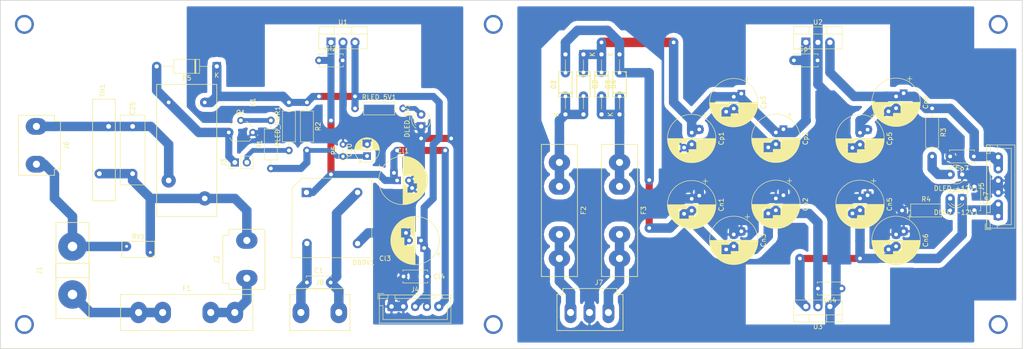
<source format=kicad_pcb>
(kicad_pcb (version 20171130) (host pcbnew 5.0.2-bee76a0~70~ubuntu16.04.1)

  (general
    (thickness 1.6)
    (drawings 4)
    (tracks 352)
    (zones 0)
    (modules 59)
    (nets 27)
  )

  (page A4)
  (title_block
    (title Mixersupply)
    (date 2018-10-19)
    (rev 1)
  )

  (layers
    (0 F.Cu signal)
    (31 B.Cu signal)
    (32 B.Adhes user)
    (33 F.Adhes user)
    (34 B.Paste user)
    (35 F.Paste user)
    (36 B.SilkS user)
    (37 F.SilkS user)
    (38 B.Mask user)
    (39 F.Mask user)
    (40 Dwgs.User user)
    (41 Cmts.User user)
    (42 Eco1.User user)
    (43 Eco2.User user)
    (44 Edge.Cuts user)
    (45 Margin user)
    (46 B.CrtYd user)
    (47 F.CrtYd user)
    (48 B.Fab user)
    (49 F.Fab user)
  )

  (setup
    (last_trace_width 1.5)
    (trace_clearance 0.2)
    (zone_clearance 1)
    (zone_45_only no)
    (trace_min 0.2)
    (segment_width 0.2)
    (edge_width 0.15)
    (via_size 1)
    (via_drill 0.8)
    (via_min_size 0.4)
    (via_min_drill 0.3)
    (uvia_size 0.3)
    (uvia_drill 0.1)
    (uvias_allowed no)
    (uvia_min_size 0.2)
    (uvia_min_drill 0.1)
    (pcb_text_width 0.3)
    (pcb_text_size 1.5 1.5)
    (mod_edge_width 0.15)
    (mod_text_size 1 1)
    (mod_text_width 0.15)
    (pad_size 1.524 1.524)
    (pad_drill 0.762)
    (pad_to_mask_clearance 0.2)
    (solder_mask_min_width 0.25)
    (aux_axis_origin 0 0)
    (visible_elements FFFFFF7F)
    (pcbplotparams
      (layerselection 0x010fc_ffffffff)
      (usegerberextensions false)
      (usegerberattributes false)
      (usegerberadvancedattributes false)
      (creategerberjobfile false)
      (excludeedgelayer true)
      (linewidth 0.100000)
      (plotframeref false)
      (viasonmask false)
      (mode 1)
      (useauxorigin false)
      (hpglpennumber 1)
      (hpglpenspeed 20)
      (hpglpendiameter 15.000000)
      (psnegative false)
      (psa4output false)
      (plotreference true)
      (plotvalue true)
      (plotinvisibletext false)
      (padsonsilk false)
      (subtractmaskfromsilk false)
      (outputformat 1)
      (mirror false)
      (drillshape 1)
      (scaleselection 1)
      (outputdirectory ""))
  )

  (net 0 "")
  (net 1 "Net-(C2-Pad1)")
  (net 2 "Net-(C2-Pad2)")
  (net 3 GNDD)
  (net 4 GNDA)
  (net 5 "Net-(C10-Pad1)")
  (net 6 +5V)
  (net 7 "Net-(C25-Pad1)")
  (net 8 "Net-(C25-Pad2)")
  (net 9 "Net-(DLED_+12V1-Pad2)")
  (net 10 "Net-(DLED_-12V1-Pad2)")
  (net 11 "Net-(DLED_5V1-Pad2)")
  (net 12 "Net-(F1-Pad2)")
  (net 13 "Net-(F1-Pad1)")
  (net 14 "Net-(F2-Pad2)")
  (net 15 "Net-(F3-Pad2)")
  (net 16 "Net-(J1-Pad2)")
  (net 17 "Net-(J3-Pad2)")
  (net 18 "Net-(Q1-Pad2)")
  (net 19 "Net-(C3-Pad1)")
  (net 20 "Net-(C4-Pad1)")
  (net 21 -15V)
  (net 22 +15V)
  (net 23 /9VAC_1)
  (net 24 /9VAC_2)
  (net 25 "Net-(D5-Pad2)")
  (net 26 /9V)

  (net_class Default "This is the default net class."
    (clearance 0.2)
    (trace_width 1.5)
    (via_dia 1)
    (via_drill 0.8)
    (uvia_dia 0.3)
    (uvia_drill 0.1)
    (add_net +15V)
    (add_net -15V)
    (add_net /9V)
    (add_net /9VAC_1)
    (add_net /9VAC_2)
    (add_net "Net-(C10-Pad1)")
    (add_net "Net-(C2-Pad1)")
    (add_net "Net-(C2-Pad2)")
    (add_net "Net-(C25-Pad1)")
    (add_net "Net-(C25-Pad2)")
    (add_net "Net-(C3-Pad1)")
    (add_net "Net-(C4-Pad1)")
    (add_net "Net-(D5-Pad2)")
    (add_net "Net-(DLED_+12V1-Pad2)")
    (add_net "Net-(DLED_-12V1-Pad2)")
    (add_net "Net-(DLED_5V1-Pad2)")
    (add_net "Net-(F1-Pad1)")
    (add_net "Net-(F1-Pad2)")
    (add_net "Net-(F2-Pad2)")
    (add_net "Net-(F3-Pad2)")
    (add_net "Net-(J1-Pad2)")
    (add_net "Net-(J3-Pad2)")
    (add_net "Net-(Q1-Pad2)")
  )

  (net_class Power ""
    (clearance 0.5)
    (trace_width 1.5)
    (via_dia 1)
    (via_drill 0.8)
    (uvia_dia 0.3)
    (uvia_drill 0.1)
    (add_net +5V)
    (add_net GNDA)
    (add_net GNDD)
  )

  (module Capacitor_THT:C_Disc_D5.0mm_W2.5mm_P5.00mm (layer F.Cu) (tedit 5AE50EF0) (tstamp 5BDED4CB)
    (at 77.47 72.39)
    (descr "C, Disc series, Radial, pin pitch=5.00mm, , diameter*width=5*2.5mm^2, Capacitor, http://cdn-reichelt.de/documents/datenblatt/B300/DS_KERKO_TC.pdf")
    (tags "C Disc series Radial pin pitch 5.00mm  diameter 5mm width 2.5mm Capacitor")
    (path /5BD527B0)
    (fp_text reference C1 (at 2.5 -2.5) (layer F.SilkS)
      (effects (font (size 1 1) (thickness 0.15)))
    )
    (fp_text value 10n (at 2.5 2.5) (layer F.Fab)
      (effects (font (size 1 1) (thickness 0.15)))
    )
    (fp_text user %R (at 2.5 0) (layer F.Fab)
      (effects (font (size 1 1) (thickness 0.15)))
    )
    (fp_line (start 6.05 -1.5) (end -1.05 -1.5) (layer F.CrtYd) (width 0.05))
    (fp_line (start 6.05 1.5) (end 6.05 -1.5) (layer F.CrtYd) (width 0.05))
    (fp_line (start -1.05 1.5) (end 6.05 1.5) (layer F.CrtYd) (width 0.05))
    (fp_line (start -1.05 -1.5) (end -1.05 1.5) (layer F.CrtYd) (width 0.05))
    (fp_line (start 5.12 1.055) (end 5.12 1.37) (layer F.SilkS) (width 0.12))
    (fp_line (start 5.12 -1.37) (end 5.12 -1.055) (layer F.SilkS) (width 0.12))
    (fp_line (start -0.12 1.055) (end -0.12 1.37) (layer F.SilkS) (width 0.12))
    (fp_line (start -0.12 -1.37) (end -0.12 -1.055) (layer F.SilkS) (width 0.12))
    (fp_line (start -0.12 1.37) (end 5.12 1.37) (layer F.SilkS) (width 0.12))
    (fp_line (start -0.12 -1.37) (end 5.12 -1.37) (layer F.SilkS) (width 0.12))
    (fp_line (start 5 -1.25) (end 0 -1.25) (layer F.Fab) (width 0.1))
    (fp_line (start 5 1.25) (end 5 -1.25) (layer F.Fab) (width 0.1))
    (fp_line (start 0 1.25) (end 5 1.25) (layer F.Fab) (width 0.1))
    (fp_line (start 0 -1.25) (end 0 1.25) (layer F.Fab) (width 0.1))
    (pad 2 thru_hole circle (at 5 0) (size 1.6 1.6) (drill 0.8) (layers *.Cu *.Mask)
      (net 23 /9VAC_1))
    (pad 1 thru_hole circle (at 0 0) (size 1.6 1.6) (drill 0.8) (layers *.Cu *.Mask)
      (net 24 /9VAC_2))
    (model ${KISYS3DMOD}/Capacitor_THT.3dshapes/C_Disc_D5.0mm_W2.5mm_P5.00mm.wrl
      (at (xyz 0 0 0))
      (scale (xyz 1 1 1))
      (rotate (xyz 0 0 0))
    )
  )

  (module Capacitor_THT:C_Disc_D5.0mm_W2.5mm_P5.00mm (layer F.Cu) (tedit 5AE50EF0) (tstamp 5BE8A85A)
    (at 132.08 33.02 90)
    (descr "C, Disc series, Radial, pin pitch=5.00mm, , diameter*width=5*2.5mm^2, Capacitor, http://cdn-reichelt.de/documents/datenblatt/B300/DS_KERKO_TC.pdf")
    (tags "C Disc series Radial pin pitch 5.00mm  diameter 5mm width 2.5mm Capacitor")
    (path /5BC7C4B3)
    (fp_text reference C2 (at 2.5 -2.5 90) (layer F.SilkS)
      (effects (font (size 1 1) (thickness 0.15)))
    )
    (fp_text value 10n (at 2.5 2.5 90) (layer F.Fab)
      (effects (font (size 1 1) (thickness 0.15)))
    )
    (fp_line (start 0 -1.25) (end 0 1.25) (layer F.Fab) (width 0.1))
    (fp_line (start 0 1.25) (end 5 1.25) (layer F.Fab) (width 0.1))
    (fp_line (start 5 1.25) (end 5 -1.25) (layer F.Fab) (width 0.1))
    (fp_line (start 5 -1.25) (end 0 -1.25) (layer F.Fab) (width 0.1))
    (fp_line (start -0.12 -1.37) (end 5.12 -1.37) (layer F.SilkS) (width 0.12))
    (fp_line (start -0.12 1.37) (end 5.12 1.37) (layer F.SilkS) (width 0.12))
    (fp_line (start -0.12 -1.37) (end -0.12 -1.055) (layer F.SilkS) (width 0.12))
    (fp_line (start -0.12 1.055) (end -0.12 1.37) (layer F.SilkS) (width 0.12))
    (fp_line (start 5.12 -1.37) (end 5.12 -1.055) (layer F.SilkS) (width 0.12))
    (fp_line (start 5.12 1.055) (end 5.12 1.37) (layer F.SilkS) (width 0.12))
    (fp_line (start -1.05 -1.5) (end -1.05 1.5) (layer F.CrtYd) (width 0.05))
    (fp_line (start -1.05 1.5) (end 6.05 1.5) (layer F.CrtYd) (width 0.05))
    (fp_line (start 6.05 1.5) (end 6.05 -1.5) (layer F.CrtYd) (width 0.05))
    (fp_line (start 6.05 -1.5) (end -1.05 -1.5) (layer F.CrtYd) (width 0.05))
    (fp_text user %R (at 2.5 0 90) (layer F.Fab)
      (effects (font (size 1 1) (thickness 0.15)))
    )
    (pad 1 thru_hole circle (at 0 0 90) (size 1.6 1.6) (drill 0.8) (layers *.Cu *.Mask)
      (net 1 "Net-(C2-Pad1)"))
    (pad 2 thru_hole circle (at 5 0 90) (size 1.6 1.6) (drill 0.8) (layers *.Cu *.Mask)
      (net 2 "Net-(C2-Pad2)"))
    (model ${KISYS3DMOD}/Capacitor_THT.3dshapes/C_Disc_D5.0mm_W2.5mm_P5.00mm.wrl
      (at (xyz 0 0 0))
      (scale (xyz 1 1 1))
      (rotate (xyz 0 0 0))
    )
  )

  (module Capacitor_THT:C_Disc_D5.0mm_W2.5mm_P5.00mm (layer F.Cu) (tedit 5AE50EF0) (tstamp 5BE8A86F)
    (at 135.89 27.94 270)
    (descr "C, Disc series, Radial, pin pitch=5.00mm, , diameter*width=5*2.5mm^2, Capacitor, http://cdn-reichelt.de/documents/datenblatt/B300/DS_KERKO_TC.pdf")
    (tags "C Disc series Radial pin pitch 5.00mm  diameter 5mm width 2.5mm Capacitor")
    (path /5BC7C541)
    (fp_text reference C3 (at 2.5 -2.5 270) (layer F.SilkS)
      (effects (font (size 1 1) (thickness 0.15)))
    )
    (fp_text value 10n (at 2.5 2.5 270) (layer F.Fab)
      (effects (font (size 1 1) (thickness 0.15)))
    )
    (fp_text user %R (at 2.5 0 270) (layer F.Fab)
      (effects (font (size 1 1) (thickness 0.15)))
    )
    (fp_line (start 6.05 -1.5) (end -1.05 -1.5) (layer F.CrtYd) (width 0.05))
    (fp_line (start 6.05 1.5) (end 6.05 -1.5) (layer F.CrtYd) (width 0.05))
    (fp_line (start -1.05 1.5) (end 6.05 1.5) (layer F.CrtYd) (width 0.05))
    (fp_line (start -1.05 -1.5) (end -1.05 1.5) (layer F.CrtYd) (width 0.05))
    (fp_line (start 5.12 1.055) (end 5.12 1.37) (layer F.SilkS) (width 0.12))
    (fp_line (start 5.12 -1.37) (end 5.12 -1.055) (layer F.SilkS) (width 0.12))
    (fp_line (start -0.12 1.055) (end -0.12 1.37) (layer F.SilkS) (width 0.12))
    (fp_line (start -0.12 -1.37) (end -0.12 -1.055) (layer F.SilkS) (width 0.12))
    (fp_line (start -0.12 1.37) (end 5.12 1.37) (layer F.SilkS) (width 0.12))
    (fp_line (start -0.12 -1.37) (end 5.12 -1.37) (layer F.SilkS) (width 0.12))
    (fp_line (start 5 -1.25) (end 0 -1.25) (layer F.Fab) (width 0.1))
    (fp_line (start 5 1.25) (end 5 -1.25) (layer F.Fab) (width 0.1))
    (fp_line (start 0 1.25) (end 5 1.25) (layer F.Fab) (width 0.1))
    (fp_line (start 0 -1.25) (end 0 1.25) (layer F.Fab) (width 0.1))
    (pad 2 thru_hole circle (at 5 0 270) (size 1.6 1.6) (drill 0.8) (layers *.Cu *.Mask)
      (net 1 "Net-(C2-Pad1)"))
    (pad 1 thru_hole circle (at 0 0 270) (size 1.6 1.6) (drill 0.8) (layers *.Cu *.Mask)
      (net 19 "Net-(C3-Pad1)"))
    (model ${KISYS3DMOD}/Capacitor_THT.3dshapes/C_Disc_D5.0mm_W2.5mm_P5.00mm.wrl
      (at (xyz 0 0 0))
      (scale (xyz 1 1 1))
      (rotate (xyz 0 0 0))
    )
  )

  (module Capacitor_THT:C_Disc_D5.0mm_W2.5mm_P5.00mm (layer F.Cu) (tedit 5AE50EF0) (tstamp 5BD35A37)
    (at 143.51 33.02 90)
    (descr "C, Disc series, Radial, pin pitch=5.00mm, , diameter*width=5*2.5mm^2, Capacitor, http://cdn-reichelt.de/documents/datenblatt/B300/DS_KERKO_TC.pdf")
    (tags "C Disc series Radial pin pitch 5.00mm  diameter 5mm width 2.5mm Capacitor")
    (path /5BC7C617)
    (fp_text reference C4 (at 2.5 -2.5 90) (layer F.SilkS)
      (effects (font (size 1 1) (thickness 0.15)))
    )
    (fp_text value 10n (at 2.5 2.5 90) (layer F.Fab)
      (effects (font (size 1 1) (thickness 0.15)))
    )
    (fp_line (start 0 -1.25) (end 0 1.25) (layer F.Fab) (width 0.1))
    (fp_line (start 0 1.25) (end 5 1.25) (layer F.Fab) (width 0.1))
    (fp_line (start 5 1.25) (end 5 -1.25) (layer F.Fab) (width 0.1))
    (fp_line (start 5 -1.25) (end 0 -1.25) (layer F.Fab) (width 0.1))
    (fp_line (start -0.12 -1.37) (end 5.12 -1.37) (layer F.SilkS) (width 0.12))
    (fp_line (start -0.12 1.37) (end 5.12 1.37) (layer F.SilkS) (width 0.12))
    (fp_line (start -0.12 -1.37) (end -0.12 -1.055) (layer F.SilkS) (width 0.12))
    (fp_line (start -0.12 1.055) (end -0.12 1.37) (layer F.SilkS) (width 0.12))
    (fp_line (start 5.12 -1.37) (end 5.12 -1.055) (layer F.SilkS) (width 0.12))
    (fp_line (start 5.12 1.055) (end 5.12 1.37) (layer F.SilkS) (width 0.12))
    (fp_line (start -1.05 -1.5) (end -1.05 1.5) (layer F.CrtYd) (width 0.05))
    (fp_line (start -1.05 1.5) (end 6.05 1.5) (layer F.CrtYd) (width 0.05))
    (fp_line (start 6.05 1.5) (end 6.05 -1.5) (layer F.CrtYd) (width 0.05))
    (fp_line (start 6.05 -1.5) (end -1.05 -1.5) (layer F.CrtYd) (width 0.05))
    (fp_text user %R (at 2.5 0 90) (layer F.Fab)
      (effects (font (size 1 1) (thickness 0.15)))
    )
    (pad 1 thru_hole circle (at 0 0 90) (size 1.6 1.6) (drill 0.8) (layers *.Cu *.Mask)
      (net 20 "Net-(C4-Pad1)"))
    (pad 2 thru_hole circle (at 5 0 90) (size 1.6 1.6) (drill 0.8) (layers *.Cu *.Mask)
      (net 2 "Net-(C2-Pad2)"))
    (model ${KISYS3DMOD}/Capacitor_THT.3dshapes/C_Disc_D5.0mm_W2.5mm_P5.00mm.wrl
      (at (xyz 0 0 0))
      (scale (xyz 1 1 1))
      (rotate (xyz 0 0 0))
    )
  )

  (module Capacitor_THT:C_Disc_D5.0mm_W2.5mm_P5.00mm (layer F.Cu) (tedit 5AE50EF0) (tstamp 5BE8A899)
    (at 139.7 27.94 270)
    (descr "C, Disc series, Radial, pin pitch=5.00mm, , diameter*width=5*2.5mm^2, Capacitor, http://cdn-reichelt.de/documents/datenblatt/B300/DS_KERKO_TC.pdf")
    (tags "C Disc series Radial pin pitch 5.00mm  diameter 5mm width 2.5mm Capacitor")
    (path /5BC7C419)
    (fp_text reference C5 (at 2.5 -2.5 270) (layer F.SilkS)
      (effects (font (size 1 1) (thickness 0.15)))
    )
    (fp_text value 10n (at 2.5 2.5 270) (layer F.Fab)
      (effects (font (size 1 1) (thickness 0.15)))
    )
    (fp_text user %R (at 2.5 0 270) (layer F.Fab)
      (effects (font (size 1 1) (thickness 0.15)))
    )
    (fp_line (start 6.05 -1.5) (end -1.05 -1.5) (layer F.CrtYd) (width 0.05))
    (fp_line (start 6.05 1.5) (end 6.05 -1.5) (layer F.CrtYd) (width 0.05))
    (fp_line (start -1.05 1.5) (end 6.05 1.5) (layer F.CrtYd) (width 0.05))
    (fp_line (start -1.05 -1.5) (end -1.05 1.5) (layer F.CrtYd) (width 0.05))
    (fp_line (start 5.12 1.055) (end 5.12 1.37) (layer F.SilkS) (width 0.12))
    (fp_line (start 5.12 -1.37) (end 5.12 -1.055) (layer F.SilkS) (width 0.12))
    (fp_line (start -0.12 1.055) (end -0.12 1.37) (layer F.SilkS) (width 0.12))
    (fp_line (start -0.12 -1.37) (end -0.12 -1.055) (layer F.SilkS) (width 0.12))
    (fp_line (start -0.12 1.37) (end 5.12 1.37) (layer F.SilkS) (width 0.12))
    (fp_line (start -0.12 -1.37) (end 5.12 -1.37) (layer F.SilkS) (width 0.12))
    (fp_line (start 5 -1.25) (end 0 -1.25) (layer F.Fab) (width 0.1))
    (fp_line (start 5 1.25) (end 5 -1.25) (layer F.Fab) (width 0.1))
    (fp_line (start 0 1.25) (end 5 1.25) (layer F.Fab) (width 0.1))
    (fp_line (start 0 -1.25) (end 0 1.25) (layer F.Fab) (width 0.1))
    (pad 2 thru_hole circle (at 5 0 270) (size 1.6 1.6) (drill 0.8) (layers *.Cu *.Mask)
      (net 20 "Net-(C4-Pad1)"))
    (pad 1 thru_hole circle (at 0 0 270) (size 1.6 1.6) (drill 0.8) (layers *.Cu *.Mask)
      (net 19 "Net-(C3-Pad1)"))
    (model ${KISYS3DMOD}/Capacitor_THT.3dshapes/C_Disc_D5.0mm_W2.5mm_P5.00mm.wrl
      (at (xyz 0 0 0))
      (scale (xyz 1 1 1))
      (rotate (xyz 0 0 0))
    )
  )

  (module Capacitor_THT:C_Disc_D14.5mm_W5.0mm_P10.00mm (layer F.Cu) (tedit 5AE50EF0) (tstamp 5BD67669)
    (at 40.64 49.37 90)
    (descr "C, Disc series, Radial, pin pitch=10.00mm, , diameter*width=14.5*5.0mm^2, Capacitor, http://www.vishay.com/docs/28535/vy2series.pdf")
    (tags "C Disc series Radial pin pitch 10.00mm  diameter 14.5mm width 5.0mm Capacitor")
    (path /5BCEF457)
    (fp_text reference C25 (at 13.81 0 90) (layer F.SilkS)
      (effects (font (size 1 1) (thickness 0.15)))
    )
    (fp_text value "203M SF 250V AC" (at 5 3.75 90) (layer F.Fab)
      (effects (font (size 1 1) (thickness 0.15)))
    )
    (fp_line (start -2.25 -2.5) (end -2.25 2.5) (layer F.Fab) (width 0.1))
    (fp_line (start -2.25 2.5) (end 12.25 2.5) (layer F.Fab) (width 0.1))
    (fp_line (start 12.25 2.5) (end 12.25 -2.5) (layer F.Fab) (width 0.1))
    (fp_line (start 12.25 -2.5) (end -2.25 -2.5) (layer F.Fab) (width 0.1))
    (fp_line (start -2.37 -2.62) (end 12.37 -2.62) (layer F.SilkS) (width 0.12))
    (fp_line (start -2.37 2.62) (end 12.37 2.62) (layer F.SilkS) (width 0.12))
    (fp_line (start -2.37 -2.62) (end -2.37 2.62) (layer F.SilkS) (width 0.12))
    (fp_line (start 12.37 -2.62) (end 12.37 2.62) (layer F.SilkS) (width 0.12))
    (fp_line (start -2.5 -2.75) (end -2.5 2.75) (layer F.CrtYd) (width 0.05))
    (fp_line (start -2.5 2.75) (end 12.5 2.75) (layer F.CrtYd) (width 0.05))
    (fp_line (start 12.5 2.75) (end 12.5 -2.75) (layer F.CrtYd) (width 0.05))
    (fp_line (start 12.5 -2.75) (end -2.5 -2.75) (layer F.CrtYd) (width 0.05))
    (fp_text user %R (at 5 0 90) (layer F.Fab)
      (effects (font (size 1 1) (thickness 0.15)))
    )
    (pad 1 thru_hole circle (at 0 0 90) (size 2 2) (drill 1) (layers *.Cu *.Mask)
      (net 7 "Net-(C25-Pad1)"))
    (pad 2 thru_hole circle (at 10 0 90) (size 2 2) (drill 1) (layers *.Cu *.Mask)
      (net 8 "Net-(C25-Pad2)"))
    (model ${KISYS3DMOD}/Capacitor_THT.3dshapes/C_Disc_D14.5mm_W5.0mm_P10.00mm.wrl
      (at (xyz 0 0 0))
      (scale (xyz 1 1 1))
      (rotate (xyz 0 0 0))
    )
  )

  (module Diode_THT:D_A-405_P12.70mm_Horizontal (layer F.Cu) (tedit 5AE50CD5) (tstamp 5BE8B3A5)
    (at 132.08 36.83 90)
    (descr "Diode, A-405 series, Axial, Horizontal, pin pitch=12.7mm, , length*diameter=5.2*2.7mm^2, , http://www.diodes.com/_files/packages/A-405.pdf")
    (tags "Diode A-405 series Axial Horizontal pin pitch 12.7mm  length 5.2mm diameter 2.7mm")
    (path /5BC2762F)
    (fp_text reference D1 (at 6.35 -2.47 90) (layer F.SilkS)
      (effects (font (size 1 1) (thickness 0.15)))
    )
    (fp_text value 1N4001 (at 6.35 2.47 90) (layer F.Fab)
      (effects (font (size 1 1) (thickness 0.15)))
    )
    (fp_text user K (at 0 -1.9 90) (layer F.SilkS)
      (effects (font (size 1 1) (thickness 0.15)))
    )
    (fp_text user K (at 0 -1.9 90) (layer F.Fab)
      (effects (font (size 1 1) (thickness 0.15)))
    )
    (fp_text user %R (at 6.74 0 90) (layer F.Fab)
      (effects (font (size 1 1) (thickness 0.15)))
    )
    (fp_line (start 13.85 -1.6) (end -1.15 -1.6) (layer F.CrtYd) (width 0.05))
    (fp_line (start 13.85 1.6) (end 13.85 -1.6) (layer F.CrtYd) (width 0.05))
    (fp_line (start -1.15 1.6) (end 13.85 1.6) (layer F.CrtYd) (width 0.05))
    (fp_line (start -1.15 -1.6) (end -1.15 1.6) (layer F.CrtYd) (width 0.05))
    (fp_line (start 4.41 -1.47) (end 4.41 1.47) (layer F.SilkS) (width 0.12))
    (fp_line (start 4.65 -1.47) (end 4.65 1.47) (layer F.SilkS) (width 0.12))
    (fp_line (start 4.53 -1.47) (end 4.53 1.47) (layer F.SilkS) (width 0.12))
    (fp_line (start 11.56 0) (end 9.07 0) (layer F.SilkS) (width 0.12))
    (fp_line (start 1.14 0) (end 3.63 0) (layer F.SilkS) (width 0.12))
    (fp_line (start 9.07 -1.47) (end 3.63 -1.47) (layer F.SilkS) (width 0.12))
    (fp_line (start 9.07 1.47) (end 9.07 -1.47) (layer F.SilkS) (width 0.12))
    (fp_line (start 3.63 1.47) (end 9.07 1.47) (layer F.SilkS) (width 0.12))
    (fp_line (start 3.63 -1.47) (end 3.63 1.47) (layer F.SilkS) (width 0.12))
    (fp_line (start 4.43 -1.35) (end 4.43 1.35) (layer F.Fab) (width 0.1))
    (fp_line (start 4.63 -1.35) (end 4.63 1.35) (layer F.Fab) (width 0.1))
    (fp_line (start 4.53 -1.35) (end 4.53 1.35) (layer F.Fab) (width 0.1))
    (fp_line (start 12.7 0) (end 8.95 0) (layer F.Fab) (width 0.1))
    (fp_line (start 0 0) (end 3.75 0) (layer F.Fab) (width 0.1))
    (fp_line (start 8.95 -1.35) (end 3.75 -1.35) (layer F.Fab) (width 0.1))
    (fp_line (start 8.95 1.35) (end 8.95 -1.35) (layer F.Fab) (width 0.1))
    (fp_line (start 3.75 1.35) (end 8.95 1.35) (layer F.Fab) (width 0.1))
    (fp_line (start 3.75 -1.35) (end 3.75 1.35) (layer F.Fab) (width 0.1))
    (pad 2 thru_hole oval (at 12.7 0 90) (size 1.8 1.8) (drill 0.9) (layers *.Cu *.Mask)
      (net 2 "Net-(C2-Pad2)"))
    (pad 1 thru_hole rect (at 0 0 90) (size 1.8 1.8) (drill 0.9) (layers *.Cu *.Mask)
      (net 1 "Net-(C2-Pad1)"))
    (model ${KISYS3DMOD}/Diode_THT.3dshapes/D_A-405_P12.70mm_Horizontal.wrl
      (at (xyz 0 0 0))
      (scale (xyz 1 1 1))
      (rotate (xyz 0 0 0))
    )
  )

  (module Diode_THT:D_A-405_P12.70mm_Horizontal (layer F.Cu) (tedit 5AE50CD5) (tstamp 5BE8B3C4)
    (at 135.89 24.13 270)
    (descr "Diode, A-405 series, Axial, Horizontal, pin pitch=12.7mm, , length*diameter=5.2*2.7mm^2, , http://www.diodes.com/_files/packages/A-405.pdf")
    (tags "Diode A-405 series Axial Horizontal pin pitch 12.7mm  length 5.2mm diameter 2.7mm")
    (path /5BC27385)
    (fp_text reference D2 (at 6.35 -2.47 270) (layer F.SilkS)
      (effects (font (size 1 1) (thickness 0.15)))
    )
    (fp_text value 1N4001 (at 6.35 2.47 270) (layer F.Fab)
      (effects (font (size 1 1) (thickness 0.15)))
    )
    (fp_text user K (at 0 -1.9 270) (layer F.SilkS)
      (effects (font (size 1 1) (thickness 0.15)))
    )
    (fp_text user K (at 0 -1.9 270) (layer F.Fab)
      (effects (font (size 1 1) (thickness 0.15)))
    )
    (fp_text user %R (at 6.74 0 270) (layer F.Fab)
      (effects (font (size 1 1) (thickness 0.15)))
    )
    (fp_line (start 13.85 -1.6) (end -1.15 -1.6) (layer F.CrtYd) (width 0.05))
    (fp_line (start 13.85 1.6) (end 13.85 -1.6) (layer F.CrtYd) (width 0.05))
    (fp_line (start -1.15 1.6) (end 13.85 1.6) (layer F.CrtYd) (width 0.05))
    (fp_line (start -1.15 -1.6) (end -1.15 1.6) (layer F.CrtYd) (width 0.05))
    (fp_line (start 4.41 -1.47) (end 4.41 1.47) (layer F.SilkS) (width 0.12))
    (fp_line (start 4.65 -1.47) (end 4.65 1.47) (layer F.SilkS) (width 0.12))
    (fp_line (start 4.53 -1.47) (end 4.53 1.47) (layer F.SilkS) (width 0.12))
    (fp_line (start 11.56 0) (end 9.07 0) (layer F.SilkS) (width 0.12))
    (fp_line (start 1.14 0) (end 3.63 0) (layer F.SilkS) (width 0.12))
    (fp_line (start 9.07 -1.47) (end 3.63 -1.47) (layer F.SilkS) (width 0.12))
    (fp_line (start 9.07 1.47) (end 9.07 -1.47) (layer F.SilkS) (width 0.12))
    (fp_line (start 3.63 1.47) (end 9.07 1.47) (layer F.SilkS) (width 0.12))
    (fp_line (start 3.63 -1.47) (end 3.63 1.47) (layer F.SilkS) (width 0.12))
    (fp_line (start 4.43 -1.35) (end 4.43 1.35) (layer F.Fab) (width 0.1))
    (fp_line (start 4.63 -1.35) (end 4.63 1.35) (layer F.Fab) (width 0.1))
    (fp_line (start 4.53 -1.35) (end 4.53 1.35) (layer F.Fab) (width 0.1))
    (fp_line (start 12.7 0) (end 8.95 0) (layer F.Fab) (width 0.1))
    (fp_line (start 0 0) (end 3.75 0) (layer F.Fab) (width 0.1))
    (fp_line (start 8.95 -1.35) (end 3.75 -1.35) (layer F.Fab) (width 0.1))
    (fp_line (start 8.95 1.35) (end 8.95 -1.35) (layer F.Fab) (width 0.1))
    (fp_line (start 3.75 1.35) (end 8.95 1.35) (layer F.Fab) (width 0.1))
    (fp_line (start 3.75 -1.35) (end 3.75 1.35) (layer F.Fab) (width 0.1))
    (pad 2 thru_hole oval (at 12.7 0 270) (size 1.8 1.8) (drill 0.9) (layers *.Cu *.Mask)
      (net 1 "Net-(C2-Pad1)"))
    (pad 1 thru_hole rect (at 0 0 270) (size 1.8 1.8) (drill 0.9) (layers *.Cu *.Mask)
      (net 19 "Net-(C3-Pad1)"))
    (model ${KISYS3DMOD}/Diode_THT.3dshapes/D_A-405_P12.70mm_Horizontal.wrl
      (at (xyz 0 0 0))
      (scale (xyz 1 1 1))
      (rotate (xyz 0 0 0))
    )
  )

  (module Diode_THT:D_A-405_P12.70mm_Horizontal (layer F.Cu) (tedit 5AE50CD5) (tstamp 5BE8B3E3)
    (at 143.51 36.83 90)
    (descr "Diode, A-405 series, Axial, Horizontal, pin pitch=12.7mm, , length*diameter=5.2*2.7mm^2, , http://www.diodes.com/_files/packages/A-405.pdf")
    (tags "Diode A-405 series Axial Horizontal pin pitch 12.7mm  length 5.2mm diameter 2.7mm")
    (path /5BC2778D)
    (fp_text reference D3 (at 6.35 -2.47 90) (layer F.SilkS)
      (effects (font (size 1 1) (thickness 0.15)))
    )
    (fp_text value 1N4001 (at 6.35 2.47 90) (layer F.Fab)
      (effects (font (size 1 1) (thickness 0.15)))
    )
    (fp_line (start 3.75 -1.35) (end 3.75 1.35) (layer F.Fab) (width 0.1))
    (fp_line (start 3.75 1.35) (end 8.95 1.35) (layer F.Fab) (width 0.1))
    (fp_line (start 8.95 1.35) (end 8.95 -1.35) (layer F.Fab) (width 0.1))
    (fp_line (start 8.95 -1.35) (end 3.75 -1.35) (layer F.Fab) (width 0.1))
    (fp_line (start 0 0) (end 3.75 0) (layer F.Fab) (width 0.1))
    (fp_line (start 12.7 0) (end 8.95 0) (layer F.Fab) (width 0.1))
    (fp_line (start 4.53 -1.35) (end 4.53 1.35) (layer F.Fab) (width 0.1))
    (fp_line (start 4.63 -1.35) (end 4.63 1.35) (layer F.Fab) (width 0.1))
    (fp_line (start 4.43 -1.35) (end 4.43 1.35) (layer F.Fab) (width 0.1))
    (fp_line (start 3.63 -1.47) (end 3.63 1.47) (layer F.SilkS) (width 0.12))
    (fp_line (start 3.63 1.47) (end 9.07 1.47) (layer F.SilkS) (width 0.12))
    (fp_line (start 9.07 1.47) (end 9.07 -1.47) (layer F.SilkS) (width 0.12))
    (fp_line (start 9.07 -1.47) (end 3.63 -1.47) (layer F.SilkS) (width 0.12))
    (fp_line (start 1.14 0) (end 3.63 0) (layer F.SilkS) (width 0.12))
    (fp_line (start 11.56 0) (end 9.07 0) (layer F.SilkS) (width 0.12))
    (fp_line (start 4.53 -1.47) (end 4.53 1.47) (layer F.SilkS) (width 0.12))
    (fp_line (start 4.65 -1.47) (end 4.65 1.47) (layer F.SilkS) (width 0.12))
    (fp_line (start 4.41 -1.47) (end 4.41 1.47) (layer F.SilkS) (width 0.12))
    (fp_line (start -1.15 -1.6) (end -1.15 1.6) (layer F.CrtYd) (width 0.05))
    (fp_line (start -1.15 1.6) (end 13.85 1.6) (layer F.CrtYd) (width 0.05))
    (fp_line (start 13.85 1.6) (end 13.85 -1.6) (layer F.CrtYd) (width 0.05))
    (fp_line (start 13.85 -1.6) (end -1.15 -1.6) (layer F.CrtYd) (width 0.05))
    (fp_text user %R (at 6.74 0 90) (layer F.Fab)
      (effects (font (size 1 1) (thickness 0.15)))
    )
    (fp_text user K (at 0 -1.9 90) (layer F.Fab)
      (effects (font (size 1 1) (thickness 0.15)))
    )
    (fp_text user K (at 0 -1.9 90) (layer F.SilkS)
      (effects (font (size 1 1) (thickness 0.15)))
    )
    (pad 1 thru_hole rect (at 0 0 90) (size 1.8 1.8) (drill 0.9) (layers *.Cu *.Mask)
      (net 20 "Net-(C4-Pad1)"))
    (pad 2 thru_hole oval (at 12.7 0 90) (size 1.8 1.8) (drill 0.9) (layers *.Cu *.Mask)
      (net 2 "Net-(C2-Pad2)"))
    (model ${KISYS3DMOD}/Diode_THT.3dshapes/D_A-405_P12.70mm_Horizontal.wrl
      (at (xyz 0 0 0))
      (scale (xyz 1 1 1))
      (rotate (xyz 0 0 0))
    )
  )

  (module Diode_THT:D_A-405_P12.70mm_Horizontal (layer F.Cu) (tedit 5AE50CD5) (tstamp 5BE8B402)
    (at 139.7 24.13 270)
    (descr "Diode, A-405 series, Axial, Horizontal, pin pitch=12.7mm, , length*diameter=5.2*2.7mm^2, , http://www.diodes.com/_files/packages/A-405.pdf")
    (tags "Diode A-405 series Axial Horizontal pin pitch 12.7mm  length 5.2mm diameter 2.7mm")
    (path /5BC27515)
    (fp_text reference D4 (at 6.35 -2.47 270) (layer F.SilkS)
      (effects (font (size 1 1) (thickness 0.15)))
    )
    (fp_text value 1N4001 (at 6.35 2.47 270) (layer F.Fab)
      (effects (font (size 1 1) (thickness 0.15)))
    )
    (fp_line (start 3.75 -1.35) (end 3.75 1.35) (layer F.Fab) (width 0.1))
    (fp_line (start 3.75 1.35) (end 8.95 1.35) (layer F.Fab) (width 0.1))
    (fp_line (start 8.95 1.35) (end 8.95 -1.35) (layer F.Fab) (width 0.1))
    (fp_line (start 8.95 -1.35) (end 3.75 -1.35) (layer F.Fab) (width 0.1))
    (fp_line (start 0 0) (end 3.75 0) (layer F.Fab) (width 0.1))
    (fp_line (start 12.7 0) (end 8.95 0) (layer F.Fab) (width 0.1))
    (fp_line (start 4.53 -1.35) (end 4.53 1.35) (layer F.Fab) (width 0.1))
    (fp_line (start 4.63 -1.35) (end 4.63 1.35) (layer F.Fab) (width 0.1))
    (fp_line (start 4.43 -1.35) (end 4.43 1.35) (layer F.Fab) (width 0.1))
    (fp_line (start 3.63 -1.47) (end 3.63 1.47) (layer F.SilkS) (width 0.12))
    (fp_line (start 3.63 1.47) (end 9.07 1.47) (layer F.SilkS) (width 0.12))
    (fp_line (start 9.07 1.47) (end 9.07 -1.47) (layer F.SilkS) (width 0.12))
    (fp_line (start 9.07 -1.47) (end 3.63 -1.47) (layer F.SilkS) (width 0.12))
    (fp_line (start 1.14 0) (end 3.63 0) (layer F.SilkS) (width 0.12))
    (fp_line (start 11.56 0) (end 9.07 0) (layer F.SilkS) (width 0.12))
    (fp_line (start 4.53 -1.47) (end 4.53 1.47) (layer F.SilkS) (width 0.12))
    (fp_line (start 4.65 -1.47) (end 4.65 1.47) (layer F.SilkS) (width 0.12))
    (fp_line (start 4.41 -1.47) (end 4.41 1.47) (layer F.SilkS) (width 0.12))
    (fp_line (start -1.15 -1.6) (end -1.15 1.6) (layer F.CrtYd) (width 0.05))
    (fp_line (start -1.15 1.6) (end 13.85 1.6) (layer F.CrtYd) (width 0.05))
    (fp_line (start 13.85 1.6) (end 13.85 -1.6) (layer F.CrtYd) (width 0.05))
    (fp_line (start 13.85 -1.6) (end -1.15 -1.6) (layer F.CrtYd) (width 0.05))
    (fp_text user %R (at 6.74 0 270) (layer F.Fab)
      (effects (font (size 1 1) (thickness 0.15)))
    )
    (fp_text user K (at 0 -1.9 270) (layer F.Fab)
      (effects (font (size 1 1) (thickness 0.15)))
    )
    (fp_text user K (at 0 -1.9 270) (layer F.SilkS)
      (effects (font (size 1 1) (thickness 0.15)))
    )
    (pad 1 thru_hole rect (at 0 0 270) (size 1.8 1.8) (drill 0.9) (layers *.Cu *.Mask)
      (net 19 "Net-(C3-Pad1)"))
    (pad 2 thru_hole oval (at 12.7 0 270) (size 1.8 1.8) (drill 0.9) (layers *.Cu *.Mask)
      (net 20 "Net-(C4-Pad1)"))
    (model ${KISYS3DMOD}/Diode_THT.3dshapes/D_A-405_P12.70mm_Horizontal.wrl
      (at (xyz 0 0 0))
      (scale (xyz 1 1 1))
      (rotate (xyz 0 0 0))
    )
  )

  (module Diode_THT:Diode_Bridge_16.7x16.7x6.3mm_P10.8mm (layer F.Cu) (tedit 5A50B9B1) (tstamp 5BD492FA)
    (at 77.37 53.34)
    (descr "Single phase bridge rectifier case 16.7x16.7")
    (tags "Diode Bridge")
    (path /5BA99D11)
    (fp_text reference DB9V1 (at 12.05 14.85 -180) (layer F.SilkS)
      (effects (font (size 1 1) (thickness 0.15)))
    )
    (fp_text value "Diode Bridge" (at 5.55 -4.15 -180) (layer F.Fab)
      (effects (font (size 1 1) (thickness 0.15)))
    )
    (fp_line (start -1.1 -3.2) (end 14 -3.2) (layer F.CrtYd) (width 0.05))
    (fp_line (start -3.2 -1.1) (end -1.1 -3.2) (layer F.CrtYd) (width 0.05))
    (fp_line (start -3.3 14) (end -3.2 -1.1) (layer F.CrtYd) (width 0.05))
    (fp_line (start 14 14) (end -3.3 14) (layer F.CrtYd) (width 0.05))
    (fp_line (start 14 -3.2) (end 14 14) (layer F.CrtYd) (width 0.05))
    (fp_line (start 13.8 13.8) (end 13.8 -3) (layer F.SilkS) (width 0.12))
    (fp_line (start -3.1 13.8) (end 13.8 13.8) (layer F.SilkS) (width 0.12))
    (fp_line (start -3 -1) (end -3.1 13.8) (layer F.SilkS) (width 0.12))
    (fp_line (start -1 -3) (end -3 -1) (layer F.SilkS) (width 0.12))
    (fp_line (start 13.8 -3) (end -1 -3) (layer F.SilkS) (width 0.12))
    (fp_line (start -3 13.75) (end -2.95 -0.95) (layer F.Fab) (width 0.12))
    (fp_line (start 13.75 13.75) (end -3 13.75) (layer F.Fab) (width 0.12))
    (fp_line (start 13.75 -2.95) (end 13.75 13.75) (layer F.Fab) (width 0.12))
    (fp_line (start -0.95 -2.95) (end 13.75 -2.95) (layer F.Fab) (width 0.12))
    (fp_line (start -2.95 -0.95) (end -0.95 -2.95) (layer F.Fab) (width 0.12))
    (fp_text user %R (at 5.2 5.415 -180) (layer F.Fab)
      (effects (font (size 1 1) (thickness 0.15)))
    )
    (pad 3 thru_hole circle (at 10.8 10.8 180) (size 2 2) (drill 1.1) (layers *.Cu *.Mask)
      (net 3 GNDD))
    (pad 4 thru_hole circle (at 10.8 0 180) (size 2 2) (drill 1.1) (layers *.Cu *.Mask)
      (net 23 /9VAC_1))
    (pad 1 thru_hole rect (at 0 0 180) (size 2 2) (drill 1.1) (layers *.Cu *.Mask)
      (net 26 /9V))
    (pad 2 thru_hole circle (at 0.1 10.8 180) (size 2 2) (drill 1.1) (layers *.Cu *.Mask)
      (net 24 /9VAC_2))
    (model ${KISYS3DMOD}/Diode_THT.3dshapes/Diode_Bridge_16.7x16.7x6.3mm_P10.8mm.wrl
      (at (xyz 0 0 0))
      (scale (xyz 1 1 1))
      (rotate (xyz 0 0 0))
    )
  )

  (module LED_THT:LED_D3.0mm_Clear (layer F.Cu) (tedit 5A6C9BC0) (tstamp 5BD3A586)
    (at 215.9 49.53 180)
    (descr "IR-LED, diameter 3.0mm, 2 pins, color: clear")
    (tags "IR infrared LED diameter 3.0mm 2 pins clear")
    (path /5BB079C7)
    (fp_text reference DLED_+12V1 (at 1.27 -2.96 180) (layer F.SilkS)
      (effects (font (size 1 1) (thickness 0.15)))
    )
    (fp_text value LED (at 1.27 2.96 180) (layer F.Fab)
      (effects (font (size 1 1) (thickness 0.15)))
    )
    (fp_text user %R (at 1.47 0 180) (layer F.Fab)
      (effects (font (size 0.8 0.8) (thickness 0.12)))
    )
    (fp_line (start -0.23 -1.16619) (end -0.23 1.16619) (layer F.Fab) (width 0.1))
    (fp_line (start -0.29 -1.236) (end -0.29 -1.08) (layer F.SilkS) (width 0.12))
    (fp_line (start -0.29 1.08) (end -0.29 1.236) (layer F.SilkS) (width 0.12))
    (fp_line (start -1.15 -2.25) (end -1.15 2.25) (layer F.CrtYd) (width 0.05))
    (fp_line (start -1.15 2.25) (end 3.7 2.25) (layer F.CrtYd) (width 0.05))
    (fp_line (start 3.7 2.25) (end 3.7 -2.25) (layer F.CrtYd) (width 0.05))
    (fp_line (start 3.7 -2.25) (end -1.15 -2.25) (layer F.CrtYd) (width 0.05))
    (fp_circle (center 1.27 0) (end 2.77 0) (layer F.Fab) (width 0.1))
    (fp_arc (start 1.27 0) (end -0.23 -1.16619) (angle 284.3) (layer F.Fab) (width 0.1))
    (fp_arc (start 1.27 0) (end -0.29 -1.235516) (angle 108.8) (layer F.SilkS) (width 0.12))
    (fp_arc (start 1.27 0) (end -0.29 1.235516) (angle -108.8) (layer F.SilkS) (width 0.12))
    (fp_arc (start 1.27 0) (end 0.229039 -1.08) (angle 87.9) (layer F.SilkS) (width 0.12))
    (fp_arc (start 1.27 0) (end 0.229039 1.08) (angle -87.9) (layer F.SilkS) (width 0.12))
    (pad 1 thru_hole rect (at 0 0 180) (size 1.8 1.8) (drill 0.9) (layers *.Cu *.Mask)
      (net 4 GNDA))
    (pad 2 thru_hole circle (at 2.54 0 180) (size 1.8 1.8) (drill 0.9) (layers *.Cu *.Mask)
      (net 9 "Net-(DLED_+12V1-Pad2)"))
    (model ${KISYS3DMOD}/LED_THT.3dshapes/LED_D3.0mm_Clear.wrl
      (at (xyz 0 0 0))
      (scale (xyz 1 1 1))
      (rotate (xyz 0 0 0))
    )
  )

  (module LED_THT:LED_D3.0mm_Clear (layer F.Cu) (tedit 5A6C9BC0) (tstamp 5BC61E41)
    (at 215.9 54.61 180)
    (descr "IR-LED, diameter 3.0mm, 2 pins, color: clear")
    (tags "IR infrared LED diameter 3.0mm 2 pins clear")
    (path /5BB07DFF)
    (fp_text reference DLED_-12V1 (at 1.27 -2.96 180) (layer F.SilkS)
      (effects (font (size 1 1) (thickness 0.15)))
    )
    (fp_text value LED (at 1.27 2.96 180) (layer F.Fab)
      (effects (font (size 1 1) (thickness 0.15)))
    )
    (fp_arc (start 1.27 0) (end 0.229039 1.08) (angle -87.9) (layer F.SilkS) (width 0.12))
    (fp_arc (start 1.27 0) (end 0.229039 -1.08) (angle 87.9) (layer F.SilkS) (width 0.12))
    (fp_arc (start 1.27 0) (end -0.29 1.235516) (angle -108.8) (layer F.SilkS) (width 0.12))
    (fp_arc (start 1.27 0) (end -0.29 -1.235516) (angle 108.8) (layer F.SilkS) (width 0.12))
    (fp_arc (start 1.27 0) (end -0.23 -1.16619) (angle 284.3) (layer F.Fab) (width 0.1))
    (fp_circle (center 1.27 0) (end 2.77 0) (layer F.Fab) (width 0.1))
    (fp_line (start 3.7 -2.25) (end -1.15 -2.25) (layer F.CrtYd) (width 0.05))
    (fp_line (start 3.7 2.25) (end 3.7 -2.25) (layer F.CrtYd) (width 0.05))
    (fp_line (start -1.15 2.25) (end 3.7 2.25) (layer F.CrtYd) (width 0.05))
    (fp_line (start -1.15 -2.25) (end -1.15 2.25) (layer F.CrtYd) (width 0.05))
    (fp_line (start -0.29 1.08) (end -0.29 1.236) (layer F.SilkS) (width 0.12))
    (fp_line (start -0.29 -1.236) (end -0.29 -1.08) (layer F.SilkS) (width 0.12))
    (fp_line (start -0.23 -1.16619) (end -0.23 1.16619) (layer F.Fab) (width 0.1))
    (fp_text user %R (at 1.47 0 180) (layer F.Fab)
      (effects (font (size 0.8 0.8) (thickness 0.12)))
    )
    (pad 2 thru_hole circle (at 2.54 0 180) (size 1.8 1.8) (drill 0.9) (layers *.Cu *.Mask)
      (net 10 "Net-(DLED_-12V1-Pad2)"))
    (pad 1 thru_hole rect (at 0 0 180) (size 1.8 1.8) (drill 0.9) (layers *.Cu *.Mask)
      (net 21 -15V))
    (model ${KISYS3DMOD}/LED_THT.3dshapes/LED_D3.0mm_Clear.wrl
      (at (xyz 0 0 0))
      (scale (xyz 1 1 1))
      (rotate (xyz 0 0 0))
    )
  )

  (module LED_THT:LED_D3.0mm_Clear (layer F.Cu) (tedit 5A6C9BC0) (tstamp 5BD34B12)
    (at 101.6 39.37 90)
    (descr "IR-LED, diameter 3.0mm, 2 pins, color: clear")
    (tags "IR infrared LED diameter 3.0mm 2 pins clear")
    (path /5BB23554)
    (fp_text reference DLED_5V1 (at 1.27 -2.96 90) (layer F.SilkS)
      (effects (font (size 1 1) (thickness 0.15)))
    )
    (fp_text value LED (at 1.27 2.96 90) (layer F.Fab)
      (effects (font (size 1 1) (thickness 0.15)))
    )
    (fp_text user %R (at 1.47 0 90) (layer F.Fab)
      (effects (font (size 0.8 0.8) (thickness 0.12)))
    )
    (fp_line (start -0.23 -1.16619) (end -0.23 1.16619) (layer F.Fab) (width 0.1))
    (fp_line (start -0.29 -1.236) (end -0.29 -1.08) (layer F.SilkS) (width 0.12))
    (fp_line (start -0.29 1.08) (end -0.29 1.236) (layer F.SilkS) (width 0.12))
    (fp_line (start -1.15 -2.25) (end -1.15 2.25) (layer F.CrtYd) (width 0.05))
    (fp_line (start -1.15 2.25) (end 3.7 2.25) (layer F.CrtYd) (width 0.05))
    (fp_line (start 3.7 2.25) (end 3.7 -2.25) (layer F.CrtYd) (width 0.05))
    (fp_line (start 3.7 -2.25) (end -1.15 -2.25) (layer F.CrtYd) (width 0.05))
    (fp_circle (center 1.27 0) (end 2.77 0) (layer F.Fab) (width 0.1))
    (fp_arc (start 1.27 0) (end -0.23 -1.16619) (angle 284.3) (layer F.Fab) (width 0.1))
    (fp_arc (start 1.27 0) (end -0.29 -1.235516) (angle 108.8) (layer F.SilkS) (width 0.12))
    (fp_arc (start 1.27 0) (end -0.29 1.235516) (angle -108.8) (layer F.SilkS) (width 0.12))
    (fp_arc (start 1.27 0) (end 0.229039 -1.08) (angle 87.9) (layer F.SilkS) (width 0.12))
    (fp_arc (start 1.27 0) (end 0.229039 1.08) (angle -87.9) (layer F.SilkS) (width 0.12))
    (pad 1 thru_hole rect (at 0 0 90) (size 1.8 1.8) (drill 0.9) (layers *.Cu *.Mask)
      (net 3 GNDD))
    (pad 2 thru_hole circle (at 2.54 0 90) (size 1.8 1.8) (drill 0.9) (layers *.Cu *.Mask)
      (net 11 "Net-(DLED_5V1-Pad2)"))
    (model ${KISYS3DMOD}/LED_THT.3dshapes/LED_D3.0mm_Clear.wrl
      (at (xyz 0 0 0))
      (scale (xyz 1 1 1))
      (rotate (xyz 0 0 0))
    )
  )

  (module mixersupply_fuse:Fuseholder0520 (layer F.Cu) (tedit 5BC4A14C) (tstamp 5BE8B478)
    (at 52.07 78.74)
    (path /5BA8F401)
    (fp_text reference F1 (at 0 -5.08) (layer F.SilkS)
      (effects (font (size 1 1) (thickness 0.15)))
    )
    (fp_text value "Fuse 1.6A T" (at 0 -6.35) (layer F.Fab)
      (effects (font (size 1 1) (thickness 0.15)))
    )
    (fp_line (start 13.97 -3.81) (end 13.97 3.81) (layer F.SilkS) (width 0.15))
    (fp_line (start 13.97 3.81) (end -13.97 3.81) (layer F.SilkS) (width 0.15))
    (fp_line (start -13.97 3.81) (end -13.97 -3.81) (layer F.SilkS) (width 0.15))
    (fp_line (start -13.97 -3.81) (end 13.97 -3.81) (layer F.SilkS) (width 0.15))
    (pad 2 thru_hole oval (at 10.16 0 90) (size 4.5 3.5) (drill 1.5) (layers *.Cu *.Mask)
      (net 12 "Net-(F1-Pad2)"))
    (pad 2 thru_hole oval (at 5.08 0 90) (size 4.5 3.5) (drill 1.5) (layers *.Cu *.Mask)
      (net 12 "Net-(F1-Pad2)"))
    (pad 1 thru_hole oval (at -5.08 0 90) (size 4.5 3.5) (drill 1.5) (layers *.Cu *.Mask)
      (net 13 "Net-(F1-Pad1)"))
    (pad 1 thru_hole oval (at -10.16 0 90) (size 4.5 3.5) (drill 1.5) (layers *.Cu *.Mask)
      (net 13 "Net-(F1-Pad1)"))
  )

  (module mixersupply_fuse:Fuseholder0520 (layer F.Cu) (tedit 5BC4A14C) (tstamp 5BE8D261)
    (at 130.81 57.15 270)
    (path /5BAEC65A)
    (fp_text reference F2 (at 0 -5.08 270) (layer F.SilkS)
      (effects (font (size 1 1) (thickness 0.15)))
    )
    (fp_text value "1A T" (at 0 -6.35 270) (layer F.Fab)
      (effects (font (size 1 1) (thickness 0.15)))
    )
    (fp_line (start -13.97 -3.81) (end 13.97 -3.81) (layer F.SilkS) (width 0.15))
    (fp_line (start -13.97 3.81) (end -13.97 -3.81) (layer F.SilkS) (width 0.15))
    (fp_line (start 13.97 3.81) (end -13.97 3.81) (layer F.SilkS) (width 0.15))
    (fp_line (start 13.97 -3.81) (end 13.97 3.81) (layer F.SilkS) (width 0.15))
    (pad 1 thru_hole oval (at -10.16 0) (size 4.5 3.5) (drill 1.5) (layers *.Cu *.Mask)
      (net 1 "Net-(C2-Pad1)"))
    (pad 1 thru_hole oval (at -5.08 0) (size 4.5 3.5) (drill 1.5) (layers *.Cu *.Mask)
      (net 1 "Net-(C2-Pad1)"))
    (pad 2 thru_hole oval (at 5.08 0) (size 4.5 3.5) (drill 1.5) (layers *.Cu *.Mask)
      (net 14 "Net-(F2-Pad2)"))
    (pad 2 thru_hole oval (at 10.16 0) (size 4.5 3.5) (drill 1.5) (layers *.Cu *.Mask)
      (net 14 "Net-(F2-Pad2)"))
  )

  (module mixersupply_fuse:Fuseholder0520 (layer F.Cu) (tedit 5BC4A14C) (tstamp 5BE8B490)
    (at 143.51 57.15 270)
    (path /5BAEC8A6)
    (fp_text reference F3 (at 0 -5.08 270) (layer F.SilkS)
      (effects (font (size 1 1) (thickness 0.15)))
    )
    (fp_text value "1A T" (at 0 -6.35 270) (layer F.Fab)
      (effects (font (size 1 1) (thickness 0.15)))
    )
    (fp_line (start 13.97 -3.81) (end 13.97 3.81) (layer F.SilkS) (width 0.15))
    (fp_line (start 13.97 3.81) (end -13.97 3.81) (layer F.SilkS) (width 0.15))
    (fp_line (start -13.97 3.81) (end -13.97 -3.81) (layer F.SilkS) (width 0.15))
    (fp_line (start -13.97 -3.81) (end 13.97 -3.81) (layer F.SilkS) (width 0.15))
    (pad 2 thru_hole oval (at 10.16 0) (size 4.5 3.5) (drill 1.5) (layers *.Cu *.Mask)
      (net 15 "Net-(F3-Pad2)"))
    (pad 2 thru_hole oval (at 5.08 0) (size 4.5 3.5) (drill 1.5) (layers *.Cu *.Mask)
      (net 15 "Net-(F3-Pad2)"))
    (pad 1 thru_hole oval (at -5.08 0) (size 4.5 3.5) (drill 1.5) (layers *.Cu *.Mask)
      (net 20 "Net-(C4-Pad1)"))
    (pad 1 thru_hole oval (at -10.16 0) (size 4.5 3.5) (drill 1.5) (layers *.Cu *.Mask)
      (net 20 "Net-(C4-Pad1)"))
  )

  (module mixersupply_connectors:AC_Connector (layer F.Cu) (tedit 5BC49EDC) (tstamp 5BE8D206)
    (at 27.94 69.85 90)
    (path /5BAE5D12)
    (fp_text reference J1 (at 0 -6.985 90) (layer F.SilkS)
      (effects (font (size 1 1) (thickness 0.15)))
    )
    (fp_text value "230V In" (at 0 -8.255 90) (layer F.Fab)
      (effects (font (size 1 1) (thickness 0.15)))
    )
    (fp_line (start -10.16 -3.5) (end 10.16 -3.5) (layer F.SilkS) (width 0.15))
    (fp_line (start 10.16 -3.5) (end 10.16 3.5) (layer F.SilkS) (width 0.15))
    (fp_line (start 10.16 3.5) (end -10.16 3.5) (layer F.SilkS) (width 0.15))
    (fp_line (start -10.16 3.5) (end -10.16 -3.5) (layer F.SilkS) (width 0.15))
    (fp_line (start 0 -3.556) (end 1.524 -3.556) (layer F.SilkS) (width 0.15))
    (fp_line (start 1.524 -3.556) (end 1.524 3.556) (layer F.SilkS) (width 0.15))
    (fp_line (start 1.524 3.556) (end -1.524 3.556) (layer F.SilkS) (width 0.15))
    (fp_line (start -1.524 3.556) (end -1.524 -3.556) (layer F.SilkS) (width 0.15))
    (fp_line (start -1.524 -3.556) (end 0 -3.556) (layer F.SilkS) (width 0.15))
    (pad 1 thru_hole circle (at -5.08 0 90) (size 6 6) (drill 2) (layers *.Cu *.Mask)
      (net 13 "Net-(F1-Pad1)"))
    (pad 2 thru_hole circle (at 5.08 0 90) (size 6 6) (drill 2) (layers *.Cu *.Mask)
      (net 16 "Net-(J1-Pad2)"))
  )

  (module mixersupply_connectors:2Pin_8mm_w_clipconnector (layer F.Cu) (tedit 5BC4A364) (tstamp 5BE8B4AD)
    (at 64.77 67.5 90)
    (path /5BD2B533)
    (fp_text reference J2 (at 0 -6.35 90) (layer F.SilkS)
      (effects (font (size 1 1) (thickness 0.15)))
    )
    (fp_text value "PWR Switch" (at 0 5.08 90) (layer F.Fab)
      (effects (font (size 1 1) (thickness 0.15)))
    )
    (fp_line (start 5.08 -3.81) (end 6.35 -3.81) (layer F.SilkS) (width 0.15))
    (fp_line (start 5.08 -5.08) (end 5.08 -3.81) (layer F.SilkS) (width 0.15))
    (fp_line (start -5.08 -5.08) (end 5.08 -5.08) (layer F.SilkS) (width 0.15))
    (fp_line (start -5.08 -3.81) (end -5.08 -5.08) (layer F.SilkS) (width 0.15))
    (fp_line (start -6.35 -3.81) (end -5.08 -3.81) (layer F.SilkS) (width 0.15))
    (fp_line (start -6.35 3.81) (end -6.35 -3.81) (layer F.SilkS) (width 0.15))
    (fp_line (start 6.35 3.81) (end -6.35 3.81) (layer F.SilkS) (width 0.15))
    (fp_line (start 6.35 -3.81) (end 6.35 3.81) (layer F.SilkS) (width 0.15))
    (pad 2 thru_hole oval (at -4 0 180) (size 4.5 3.5) (drill 1.5) (layers *.Cu *.Mask)
      (net 12 "Net-(F1-Pad2)"))
    (pad 1 thru_hole oval (at 4 0 180) (size 4.5 3.5) (drill 1.5) (layers *.Cu *.Mask)
      (net 7 "Net-(C25-Pad1)"))
  )

  (module Connector_PinHeader_2.54mm:PinHeader_1x02_P2.54mm_Vertical (layer F.Cu) (tedit 59FED5CC) (tstamp 5BE8B4C3)
    (at 62.23 46.99 90)
    (descr "Through hole straight pin header, 1x02, 2.54mm pitch, single row")
    (tags "Through hole pin header THT 1x02 2.54mm single row")
    (path /5BAAAD4C)
    (fp_text reference J3 (at 0 -2.33 90) (layer F.SilkS)
      (effects (font (size 1 1) (thickness 0.15)))
    )
    (fp_text value "Conn Front Power LED" (at 0 4.87 90) (layer F.Fab)
      (effects (font (size 1 1) (thickness 0.15)))
    )
    (fp_line (start -0.635 -1.27) (end 1.27 -1.27) (layer F.Fab) (width 0.1))
    (fp_line (start 1.27 -1.27) (end 1.27 3.81) (layer F.Fab) (width 0.1))
    (fp_line (start 1.27 3.81) (end -1.27 3.81) (layer F.Fab) (width 0.1))
    (fp_line (start -1.27 3.81) (end -1.27 -0.635) (layer F.Fab) (width 0.1))
    (fp_line (start -1.27 -0.635) (end -0.635 -1.27) (layer F.Fab) (width 0.1))
    (fp_line (start -1.33 3.87) (end 1.33 3.87) (layer F.SilkS) (width 0.12))
    (fp_line (start -1.33 1.27) (end -1.33 3.87) (layer F.SilkS) (width 0.12))
    (fp_line (start 1.33 1.27) (end 1.33 3.87) (layer F.SilkS) (width 0.12))
    (fp_line (start -1.33 1.27) (end 1.33 1.27) (layer F.SilkS) (width 0.12))
    (fp_line (start -1.33 0) (end -1.33 -1.33) (layer F.SilkS) (width 0.12))
    (fp_line (start -1.33 -1.33) (end 0 -1.33) (layer F.SilkS) (width 0.12))
    (fp_line (start -1.8 -1.8) (end -1.8 4.35) (layer F.CrtYd) (width 0.05))
    (fp_line (start -1.8 4.35) (end 1.8 4.35) (layer F.CrtYd) (width 0.05))
    (fp_line (start 1.8 4.35) (end 1.8 -1.8) (layer F.CrtYd) (width 0.05))
    (fp_line (start 1.8 -1.8) (end -1.8 -1.8) (layer F.CrtYd) (width 0.05))
    (fp_text user %R (at 0 1.27 -180) (layer F.Fab)
      (effects (font (size 1 1) (thickness 0.15)))
    )
    (pad 1 thru_hole rect (at 0 0 90) (size 1.7 1.7) (drill 1) (layers *.Cu *.Mask)
      (net 25 "Net-(D5-Pad2)"))
    (pad 2 thru_hole oval (at 0 2.54 90) (size 1.7 1.7) (drill 1) (layers *.Cu *.Mask)
      (net 17 "Net-(J3-Pad2)"))
    (model ${KISYS3DMOD}/Connector_PinHeader_2.54mm.3dshapes/PinHeader_1x02_P2.54mm_Vertical.wrl
      (at (xyz 0 0 0))
      (scale (xyz 1 1 1))
      (rotate (xyz 0 0 0))
    )
  )

  (module mixersupply_connectors:2Pin_8mm_w_clipconnector (layer F.Cu) (tedit 5BC4A364) (tstamp 5BD67A05)
    (at 20.32 43.37 270)
    (path /5BC67AD5)
    (fp_text reference J6 (at 0 -6.35 270) (layer F.SilkS)
      (effects (font (size 1 1) (thickness 0.15)))
    )
    (fp_text value "Transformator Primary" (at 3.62 5.08 270) (layer F.Fab)
      (effects (font (size 1 1) (thickness 0.15)))
    )
    (fp_line (start 6.35 -3.81) (end 6.35 3.81) (layer F.SilkS) (width 0.15))
    (fp_line (start 6.35 3.81) (end -6.35 3.81) (layer F.SilkS) (width 0.15))
    (fp_line (start -6.35 3.81) (end -6.35 -3.81) (layer F.SilkS) (width 0.15))
    (fp_line (start -6.35 -3.81) (end -5.08 -3.81) (layer F.SilkS) (width 0.15))
    (fp_line (start -5.08 -3.81) (end -5.08 -5.08) (layer F.SilkS) (width 0.15))
    (fp_line (start -5.08 -5.08) (end 5.08 -5.08) (layer F.SilkS) (width 0.15))
    (fp_line (start 5.08 -5.08) (end 5.08 -3.81) (layer F.SilkS) (width 0.15))
    (fp_line (start 5.08 -3.81) (end 6.35 -3.81) (layer F.SilkS) (width 0.15))
    (pad 1 thru_hole oval (at 4 0) (size 4.5 3.5) (drill 1.5) (layers *.Cu *.Mask)
      (net 16 "Net-(J1-Pad2)"))
    (pad 2 thru_hole oval (at -4 0) (size 4.5 3.5) (drill 1.5) (layers *.Cu *.Mask)
      (net 8 "Net-(C25-Pad2)"))
  )

  (module mixersupply_connectors:3Pin_4mm_w_clipconnector (layer F.Cu) (tedit 5BC4A459) (tstamp 5BE8B50F)
    (at 139.16 78.74)
    (path /5BC8CF2E)
    (fp_text reference J7 (at 0 -6.35) (layer F.SilkS)
      (effects (font (size 1 1) (thickness 0.15)))
    )
    (fp_text value Transforer_15VAC (at 0 -7.62) (layer F.Fab)
      (effects (font (size 1 1) (thickness 0.15)))
    )
    (fp_line (start 5.08 -2.54) (end 5.08 3.81) (layer F.SilkS) (width 0.15))
    (fp_line (start 5.08 3.81) (end -8.89 3.81) (layer F.SilkS) (width 0.15))
    (fp_line (start -8.89 3.81) (end -8.89 -2.54) (layer F.SilkS) (width 0.15))
    (fp_line (start -8.89 -2.54) (end -8.89 -3.81) (layer F.SilkS) (width 0.15))
    (fp_line (start -8.89 -3.81) (end -7.62 -3.81) (layer F.SilkS) (width 0.15))
    (fp_line (start -7.62 -3.81) (end -7.62 -5.08) (layer F.SilkS) (width 0.15))
    (fp_line (start -7.62 -5.08) (end 3.81 -5.08) (layer F.SilkS) (width 0.15))
    (fp_line (start 3.81 -5.08) (end 3.81 -3.81) (layer F.SilkS) (width 0.15))
    (fp_line (start 3.81 -3.81) (end 5.08 -3.81) (layer F.SilkS) (width 0.15))
    (fp_line (start 5.08 -3.81) (end 5.08 -2.54) (layer F.SilkS) (width 0.15))
    (pad 1 thru_hole oval (at 2 0 90) (size 4.5 2.5) (drill 1.5) (layers *.Cu *.Mask)
      (net 15 "Net-(F3-Pad2)"))
    (pad 2 thru_hole oval (at -2 0 90) (size 4.5 2.5) (drill 1.5) (layers *.Cu *.Mask)
      (net 4 GNDA))
    (pad 3 thru_hole oval (at -6 0 90) (size 4.5 2.5) (drill 1.5) (layers *.Cu *.Mask)
      (net 14 "Net-(F2-Pad2)"))
  )

  (module Package_TO_SOT_THT:TO-92_Wide (layer F.Cu) (tedit 5A2795B7) (tstamp 5BE8B54E)
    (at 60.96 40.64)
    (descr "TO-92 leads molded, wide, drill 0.75mm (see NXP sot054_po.pdf)")
    (tags "to-92 sc-43 sc-43a sot54 PA33 transistor")
    (path /5BAB4103)
    (fp_text reference Q1 (at 2.55 -4.19) (layer F.SilkS)
      (effects (font (size 1 1) (thickness 0.15)))
    )
    (fp_text value BC337 (at 2.54 2.79) (layer F.Fab)
      (effects (font (size 1 1) (thickness 0.15)))
    )
    (fp_text user %R (at 2.54 0) (layer F.Fab)
      (effects (font (size 1 1) (thickness 0.15)))
    )
    (fp_line (start 0.74 1.85) (end 4.34 1.85) (layer F.SilkS) (width 0.12))
    (fp_line (start 0.8 1.75) (end 4.3 1.75) (layer F.Fab) (width 0.1))
    (fp_line (start -1.01 -3.55) (end 6.09 -3.55) (layer F.CrtYd) (width 0.05))
    (fp_line (start -1.01 -3.55) (end -1.01 2.01) (layer F.CrtYd) (width 0.05))
    (fp_line (start 6.09 2.01) (end 6.09 -3.55) (layer F.CrtYd) (width 0.05))
    (fp_line (start 6.09 2.01) (end -1.01 2.01) (layer F.CrtYd) (width 0.05))
    (fp_arc (start 2.54 0) (end 0.74 1.85) (angle 20) (layer F.SilkS) (width 0.12))
    (fp_arc (start 2.54 0) (end 1.4 -2.35) (angle -39.12170074) (layer F.SilkS) (width 0.12))
    (fp_arc (start 2.54 0) (end 3.65 -2.35) (angle 39.71668247) (layer F.SilkS) (width 0.12))
    (fp_arc (start 2.54 0) (end 2.54 -2.48) (angle 135) (layer F.Fab) (width 0.1))
    (fp_arc (start 2.54 0) (end 2.54 -2.48) (angle -135) (layer F.Fab) (width 0.1))
    (fp_arc (start 2.54 0) (end 4.34 1.85) (angle -20) (layer F.SilkS) (width 0.12))
    (pad 2 thru_hole circle (at 2.54 -2.54 90) (size 1.5 1.5) (drill 0.8) (layers *.Cu *.Mask)
      (net 18 "Net-(Q1-Pad2)"))
    (pad 3 thru_hole circle (at 5.08 0 90) (size 1.5 1.5) (drill 0.8) (layers *.Cu *.Mask)
      (net 3 GNDD))
    (pad 1 thru_hole rect (at 0 0 90) (size 1.5 1.5) (drill 0.8) (layers *.Cu *.Mask)
      (net 25 "Net-(D5-Pad2)"))
    (model ${KISYS3DMOD}/Package_TO_SOT_THT.3dshapes/TO-92_Wide.wrl
      (at (xyz 0 0 0))
      (scale (xyz 1 1 1))
      (rotate (xyz 0 0 0))
    )
  )

  (module Resistor_THT:R_Axial_DIN0207_L6.3mm_D2.5mm_P10.16mm_Horizontal (layer F.Cu) (tedit 5AE5139B) (tstamp 5BE8B565)
    (at 69.85 48.26 90)
    (descr "Resistor, Axial_DIN0207 series, Axial, Horizontal, pin pitch=10.16mm, 0.25W = 1/4W, length*diameter=6.3*2.5mm^2, http://cdn-reichelt.de/documents/datenblatt/B400/1_4W%23YAG.pdf")
    (tags "Resistor Axial_DIN0207 series Axial Horizontal pin pitch 10.16mm 0.25W = 1/4W length 6.3mm diameter 2.5mm")
    (path /5BCC3BD9)
    (fp_text reference R1 (at 5.08 -2.37 90) (layer F.SilkS)
      (effects (font (size 1 1) (thickness 0.15)))
    )
    (fp_text value 1k (at 5.08 2.37 90) (layer F.Fab)
      (effects (font (size 1 1) (thickness 0.15)))
    )
    (fp_line (start 1.93 -1.25) (end 1.93 1.25) (layer F.Fab) (width 0.1))
    (fp_line (start 1.93 1.25) (end 8.23 1.25) (layer F.Fab) (width 0.1))
    (fp_line (start 8.23 1.25) (end 8.23 -1.25) (layer F.Fab) (width 0.1))
    (fp_line (start 8.23 -1.25) (end 1.93 -1.25) (layer F.Fab) (width 0.1))
    (fp_line (start 0 0) (end 1.93 0) (layer F.Fab) (width 0.1))
    (fp_line (start 10.16 0) (end 8.23 0) (layer F.Fab) (width 0.1))
    (fp_line (start 1.81 -1.37) (end 1.81 1.37) (layer F.SilkS) (width 0.12))
    (fp_line (start 1.81 1.37) (end 8.35 1.37) (layer F.SilkS) (width 0.12))
    (fp_line (start 8.35 1.37) (end 8.35 -1.37) (layer F.SilkS) (width 0.12))
    (fp_line (start 8.35 -1.37) (end 1.81 -1.37) (layer F.SilkS) (width 0.12))
    (fp_line (start 1.04 0) (end 1.81 0) (layer F.SilkS) (width 0.12))
    (fp_line (start 9.12 0) (end 8.35 0) (layer F.SilkS) (width 0.12))
    (fp_line (start -1.05 -1.5) (end -1.05 1.5) (layer F.CrtYd) (width 0.05))
    (fp_line (start -1.05 1.5) (end 11.21 1.5) (layer F.CrtYd) (width 0.05))
    (fp_line (start 11.21 1.5) (end 11.21 -1.5) (layer F.CrtYd) (width 0.05))
    (fp_line (start 11.21 -1.5) (end -1.05 -1.5) (layer F.CrtYd) (width 0.05))
    (fp_text user %R (at 5.08 0 90) (layer F.Fab)
      (effects (font (size 1 1) (thickness 0.15)))
    )
    (pad 1 thru_hole circle (at 0 0 90) (size 1.6 1.6) (drill 0.8) (layers *.Cu *.Mask)
      (net 5 "Net-(C10-Pad1)"))
    (pad 2 thru_hole oval (at 10.16 0 90) (size 1.6 1.6) (drill 0.8) (layers *.Cu *.Mask)
      (net 18 "Net-(Q1-Pad2)"))
    (model ${KISYS3DMOD}/Resistor_THT.3dshapes/R_Axial_DIN0207_L6.3mm_D2.5mm_P10.16mm_Horizontal.wrl
      (at (xyz 0 0 0))
      (scale (xyz 1 1 1))
      (rotate (xyz 0 0 0))
    )
  )

  (module Resistor_THT:R_Axial_DIN0207_L6.3mm_D2.5mm_P10.16mm_Horizontal (layer F.Cu) (tedit 5AE5139B) (tstamp 5BE8B57C)
    (at 77.47 34.29 270)
    (descr "Resistor, Axial_DIN0207 series, Axial, Horizontal, pin pitch=10.16mm, 0.25W = 1/4W, length*diameter=6.3*2.5mm^2, http://cdn-reichelt.de/documents/datenblatt/B400/1_4W%23YAG.pdf")
    (tags "Resistor Axial_DIN0207 series Axial Horizontal pin pitch 10.16mm 0.25W = 1/4W length 6.3mm diameter 2.5mm")
    (path /5BAC5B2A)
    (fp_text reference R2 (at 5.08 -2.37 270) (layer F.SilkS)
      (effects (font (size 1 1) (thickness 0.15)))
    )
    (fp_text value 10k (at 5.08 2.37 270) (layer F.Fab)
      (effects (font (size 1 1) (thickness 0.15)))
    )
    (fp_line (start 1.93 -1.25) (end 1.93 1.25) (layer F.Fab) (width 0.1))
    (fp_line (start 1.93 1.25) (end 8.23 1.25) (layer F.Fab) (width 0.1))
    (fp_line (start 8.23 1.25) (end 8.23 -1.25) (layer F.Fab) (width 0.1))
    (fp_line (start 8.23 -1.25) (end 1.93 -1.25) (layer F.Fab) (width 0.1))
    (fp_line (start 0 0) (end 1.93 0) (layer F.Fab) (width 0.1))
    (fp_line (start 10.16 0) (end 8.23 0) (layer F.Fab) (width 0.1))
    (fp_line (start 1.81 -1.37) (end 1.81 1.37) (layer F.SilkS) (width 0.12))
    (fp_line (start 1.81 1.37) (end 8.35 1.37) (layer F.SilkS) (width 0.12))
    (fp_line (start 8.35 1.37) (end 8.35 -1.37) (layer F.SilkS) (width 0.12))
    (fp_line (start 8.35 -1.37) (end 1.81 -1.37) (layer F.SilkS) (width 0.12))
    (fp_line (start 1.04 0) (end 1.81 0) (layer F.SilkS) (width 0.12))
    (fp_line (start 9.12 0) (end 8.35 0) (layer F.SilkS) (width 0.12))
    (fp_line (start -1.05 -1.5) (end -1.05 1.5) (layer F.CrtYd) (width 0.05))
    (fp_line (start -1.05 1.5) (end 11.21 1.5) (layer F.CrtYd) (width 0.05))
    (fp_line (start 11.21 1.5) (end 11.21 -1.5) (layer F.CrtYd) (width 0.05))
    (fp_line (start 11.21 -1.5) (end -1.05 -1.5) (layer F.CrtYd) (width 0.05))
    (fp_text user %R (at 5.08 0 270) (layer F.Fab)
      (effects (font (size 1 1) (thickness 0.15)))
    )
    (pad 1 thru_hole circle (at 0 0 270) (size 1.6 1.6) (drill 0.8) (layers *.Cu *.Mask)
      (net 6 +5V))
    (pad 2 thru_hole oval (at 10.16 0 270) (size 1.6 1.6) (drill 0.8) (layers *.Cu *.Mask)
      (net 5 "Net-(C10-Pad1)"))
    (model ${KISYS3DMOD}/Resistor_THT.3dshapes/R_Axial_DIN0207_L6.3mm_D2.5mm_P10.16mm_Horizontal.wrl
      (at (xyz 0 0 0))
      (scale (xyz 1 1 1))
      (rotate (xyz 0 0 0))
    )
  )

  (module Resistor_THT:R_Axial_DIN0207_L6.3mm_D2.5mm_P10.16mm_Horizontal (layer F.Cu) (tedit 5AE5139B) (tstamp 5BD4524B)
    (at 209.55 35.56 270)
    (descr "Resistor, Axial_DIN0207 series, Axial, Horizontal, pin pitch=10.16mm, 0.25W = 1/4W, length*diameter=6.3*2.5mm^2, http://cdn-reichelt.de/documents/datenblatt/B400/1_4W%23YAG.pdf")
    (tags "Resistor Axial_DIN0207 series Axial Horizontal pin pitch 10.16mm 0.25W = 1/4W length 6.3mm diameter 2.5mm")
    (path /5BAEC912)
    (fp_text reference R3 (at 5.08 -2.37 270) (layer F.SilkS)
      (effects (font (size 1 1) (thickness 0.15)))
    )
    (fp_text value 820 (at 5.08 2.37 270) (layer F.Fab)
      (effects (font (size 1 1) (thickness 0.15)))
    )
    (fp_text user %R (at 5.08 0 270) (layer F.Fab)
      (effects (font (size 1 1) (thickness 0.15)))
    )
    (fp_line (start 11.21 -1.5) (end -1.05 -1.5) (layer F.CrtYd) (width 0.05))
    (fp_line (start 11.21 1.5) (end 11.21 -1.5) (layer F.CrtYd) (width 0.05))
    (fp_line (start -1.05 1.5) (end 11.21 1.5) (layer F.CrtYd) (width 0.05))
    (fp_line (start -1.05 -1.5) (end -1.05 1.5) (layer F.CrtYd) (width 0.05))
    (fp_line (start 9.12 0) (end 8.35 0) (layer F.SilkS) (width 0.12))
    (fp_line (start 1.04 0) (end 1.81 0) (layer F.SilkS) (width 0.12))
    (fp_line (start 8.35 -1.37) (end 1.81 -1.37) (layer F.SilkS) (width 0.12))
    (fp_line (start 8.35 1.37) (end 8.35 -1.37) (layer F.SilkS) (width 0.12))
    (fp_line (start 1.81 1.37) (end 8.35 1.37) (layer F.SilkS) (width 0.12))
    (fp_line (start 1.81 -1.37) (end 1.81 1.37) (layer F.SilkS) (width 0.12))
    (fp_line (start 10.16 0) (end 8.23 0) (layer F.Fab) (width 0.1))
    (fp_line (start 0 0) (end 1.93 0) (layer F.Fab) (width 0.1))
    (fp_line (start 8.23 -1.25) (end 1.93 -1.25) (layer F.Fab) (width 0.1))
    (fp_line (start 8.23 1.25) (end 8.23 -1.25) (layer F.Fab) (width 0.1))
    (fp_line (start 1.93 1.25) (end 8.23 1.25) (layer F.Fab) (width 0.1))
    (fp_line (start 1.93 -1.25) (end 1.93 1.25) (layer F.Fab) (width 0.1))
    (pad 2 thru_hole oval (at 10.16 0 270) (size 1.6 1.6) (drill 0.8) (layers *.Cu *.Mask)
      (net 9 "Net-(DLED_+12V1-Pad2)"))
    (pad 1 thru_hole circle (at 0 0 270) (size 1.6 1.6) (drill 0.8) (layers *.Cu *.Mask)
      (net 22 +15V))
    (model ${KISYS3DMOD}/Resistor_THT.3dshapes/R_Axial_DIN0207_L6.3mm_D2.5mm_P10.16mm_Horizontal.wrl
      (at (xyz 0 0 0))
      (scale (xyz 1 1 1))
      (rotate (xyz 0 0 0))
    )
  )

  (module Resistor_THT:R_Axial_DIN0207_L6.3mm_D2.5mm_P10.16mm_Horizontal (layer F.Cu) (tedit 5AE5139B) (tstamp 5BE8B5AA)
    (at 203.2 57.15)
    (descr "Resistor, Axial_DIN0207 series, Axial, Horizontal, pin pitch=10.16mm, 0.25W = 1/4W, length*diameter=6.3*2.5mm^2, http://cdn-reichelt.de/documents/datenblatt/B400/1_4W%23YAG.pdf")
    (tags "Resistor Axial_DIN0207 series Axial Horizontal pin pitch 10.16mm 0.25W = 1/4W length 6.3mm diameter 2.5mm")
    (path /5BB078D6)
    (fp_text reference R4 (at 5.08 -2.37) (layer F.SilkS)
      (effects (font (size 1 1) (thickness 0.15)))
    )
    (fp_text value 820 (at 5.08 2.37) (layer F.Fab)
      (effects (font (size 1 1) (thickness 0.15)))
    )
    (fp_line (start 1.93 -1.25) (end 1.93 1.25) (layer F.Fab) (width 0.1))
    (fp_line (start 1.93 1.25) (end 8.23 1.25) (layer F.Fab) (width 0.1))
    (fp_line (start 8.23 1.25) (end 8.23 -1.25) (layer F.Fab) (width 0.1))
    (fp_line (start 8.23 -1.25) (end 1.93 -1.25) (layer F.Fab) (width 0.1))
    (fp_line (start 0 0) (end 1.93 0) (layer F.Fab) (width 0.1))
    (fp_line (start 10.16 0) (end 8.23 0) (layer F.Fab) (width 0.1))
    (fp_line (start 1.81 -1.37) (end 1.81 1.37) (layer F.SilkS) (width 0.12))
    (fp_line (start 1.81 1.37) (end 8.35 1.37) (layer F.SilkS) (width 0.12))
    (fp_line (start 8.35 1.37) (end 8.35 -1.37) (layer F.SilkS) (width 0.12))
    (fp_line (start 8.35 -1.37) (end 1.81 -1.37) (layer F.SilkS) (width 0.12))
    (fp_line (start 1.04 0) (end 1.81 0) (layer F.SilkS) (width 0.12))
    (fp_line (start 9.12 0) (end 8.35 0) (layer F.SilkS) (width 0.12))
    (fp_line (start -1.05 -1.5) (end -1.05 1.5) (layer F.CrtYd) (width 0.05))
    (fp_line (start -1.05 1.5) (end 11.21 1.5) (layer F.CrtYd) (width 0.05))
    (fp_line (start 11.21 1.5) (end 11.21 -1.5) (layer F.CrtYd) (width 0.05))
    (fp_line (start 11.21 -1.5) (end -1.05 -1.5) (layer F.CrtYd) (width 0.05))
    (fp_text user %R (at 5.08 0) (layer F.Fab)
      (effects (font (size 1 1) (thickness 0.15)))
    )
    (pad 1 thru_hole circle (at 0 0) (size 1.6 1.6) (drill 0.8) (layers *.Cu *.Mask)
      (net 4 GNDA))
    (pad 2 thru_hole oval (at 10.16 0) (size 1.6 1.6) (drill 0.8) (layers *.Cu *.Mask)
      (net 10 "Net-(DLED_-12V1-Pad2)"))
    (model ${KISYS3DMOD}/Resistor_THT.3dshapes/R_Axial_DIN0207_L6.3mm_D2.5mm_P10.16mm_Horizontal.wrl
      (at (xyz 0 0 0))
      (scale (xyz 1 1 1))
      (rotate (xyz 0 0 0))
    )
  )

  (module Resistor_THT:R_Axial_DIN0207_L6.3mm_D2.5mm_P10.16mm_Horizontal (layer F.Cu) (tedit 5AE5139B) (tstamp 5BE8B5C1)
    (at 87.63 35.56)
    (descr "Resistor, Axial_DIN0207 series, Axial, Horizontal, pin pitch=10.16mm, 0.25W = 1/4W, length*diameter=6.3*2.5mm^2, http://cdn-reichelt.de/documents/datenblatt/B400/1_4W%23YAG.pdf")
    (tags "Resistor Axial_DIN0207 series Axial Horizontal pin pitch 10.16mm 0.25W = 1/4W length 6.3mm diameter 2.5mm")
    (path /5BB2349E)
    (fp_text reference RLED_5V1 (at 5.08 -2.37) (layer F.SilkS)
      (effects (font (size 1 1) (thickness 0.15)))
    )
    (fp_text value 220 (at 5.08 2.37) (layer F.Fab)
      (effects (font (size 1 1) (thickness 0.15)))
    )
    (fp_text user %R (at 5.08 0) (layer F.Fab)
      (effects (font (size 1 1) (thickness 0.15)))
    )
    (fp_line (start 11.21 -1.5) (end -1.05 -1.5) (layer F.CrtYd) (width 0.05))
    (fp_line (start 11.21 1.5) (end 11.21 -1.5) (layer F.CrtYd) (width 0.05))
    (fp_line (start -1.05 1.5) (end 11.21 1.5) (layer F.CrtYd) (width 0.05))
    (fp_line (start -1.05 -1.5) (end -1.05 1.5) (layer F.CrtYd) (width 0.05))
    (fp_line (start 9.12 0) (end 8.35 0) (layer F.SilkS) (width 0.12))
    (fp_line (start 1.04 0) (end 1.81 0) (layer F.SilkS) (width 0.12))
    (fp_line (start 8.35 -1.37) (end 1.81 -1.37) (layer F.SilkS) (width 0.12))
    (fp_line (start 8.35 1.37) (end 8.35 -1.37) (layer F.SilkS) (width 0.12))
    (fp_line (start 1.81 1.37) (end 8.35 1.37) (layer F.SilkS) (width 0.12))
    (fp_line (start 1.81 -1.37) (end 1.81 1.37) (layer F.SilkS) (width 0.12))
    (fp_line (start 10.16 0) (end 8.23 0) (layer F.Fab) (width 0.1))
    (fp_line (start 0 0) (end 1.93 0) (layer F.Fab) (width 0.1))
    (fp_line (start 8.23 -1.25) (end 1.93 -1.25) (layer F.Fab) (width 0.1))
    (fp_line (start 8.23 1.25) (end 8.23 -1.25) (layer F.Fab) (width 0.1))
    (fp_line (start 1.93 1.25) (end 8.23 1.25) (layer F.Fab) (width 0.1))
    (fp_line (start 1.93 -1.25) (end 1.93 1.25) (layer F.Fab) (width 0.1))
    (pad 2 thru_hole oval (at 10.16 0) (size 1.6 1.6) (drill 0.8) (layers *.Cu *.Mask)
      (net 11 "Net-(DLED_5V1-Pad2)"))
    (pad 1 thru_hole circle (at 0 0) (size 1.6 1.6) (drill 0.8) (layers *.Cu *.Mask)
      (net 6 +5V))
    (model ${KISYS3DMOD}/Resistor_THT.3dshapes/R_Axial_DIN0207_L6.3mm_D2.5mm_P10.16mm_Horizontal.wrl
      (at (xyz 0 0 0))
      (scale (xyz 1 1 1))
      (rotate (xyz 0 0 0))
    )
  )

  (module Resistor_THT:R_Axial_DIN0207_L6.3mm_D2.5mm_P10.16mm_Horizontal (layer F.Cu) (tedit 5AE5139B) (tstamp 5BE8B5D8)
    (at 73.66 44.45 90)
    (descr "Resistor, Axial_DIN0207 series, Axial, Horizontal, pin pitch=10.16mm, 0.25W = 1/4W, length*diameter=6.3*2.5mm^2, http://cdn-reichelt.de/documents/datenblatt/B400/1_4W%23YAG.pdf")
    (tags "Resistor Axial_DIN0207 series Axial Horizontal pin pitch 10.16mm 0.25W = 1/4W length 6.3mm diameter 2.5mm")
    (path /5BAAAFB0)
    (fp_text reference RLED_PWR1 (at 5.08 -2.37 90) (layer F.SilkS)
      (effects (font (size 1 1) (thickness 0.15)))
    )
    (fp_text value 220 (at 5.08 2.37 90) (layer F.Fab)
      (effects (font (size 1 1) (thickness 0.15)))
    )
    (fp_text user %R (at 5.08 0 90) (layer F.Fab)
      (effects (font (size 1 1) (thickness 0.15)))
    )
    (fp_line (start 11.21 -1.5) (end -1.05 -1.5) (layer F.CrtYd) (width 0.05))
    (fp_line (start 11.21 1.5) (end 11.21 -1.5) (layer F.CrtYd) (width 0.05))
    (fp_line (start -1.05 1.5) (end 11.21 1.5) (layer F.CrtYd) (width 0.05))
    (fp_line (start -1.05 -1.5) (end -1.05 1.5) (layer F.CrtYd) (width 0.05))
    (fp_line (start 9.12 0) (end 8.35 0) (layer F.SilkS) (width 0.12))
    (fp_line (start 1.04 0) (end 1.81 0) (layer F.SilkS) (width 0.12))
    (fp_line (start 8.35 -1.37) (end 1.81 -1.37) (layer F.SilkS) (width 0.12))
    (fp_line (start 8.35 1.37) (end 8.35 -1.37) (layer F.SilkS) (width 0.12))
    (fp_line (start 1.81 1.37) (end 8.35 1.37) (layer F.SilkS) (width 0.12))
    (fp_line (start 1.81 -1.37) (end 1.81 1.37) (layer F.SilkS) (width 0.12))
    (fp_line (start 10.16 0) (end 8.23 0) (layer F.Fab) (width 0.1))
    (fp_line (start 0 0) (end 1.93 0) (layer F.Fab) (width 0.1))
    (fp_line (start 8.23 -1.25) (end 1.93 -1.25) (layer F.Fab) (width 0.1))
    (fp_line (start 8.23 1.25) (end 8.23 -1.25) (layer F.Fab) (width 0.1))
    (fp_line (start 1.93 1.25) (end 8.23 1.25) (layer F.Fab) (width 0.1))
    (fp_line (start 1.93 -1.25) (end 1.93 1.25) (layer F.Fab) (width 0.1))
    (pad 2 thru_hole oval (at 10.16 0 90) (size 1.6 1.6) (drill 0.8) (layers *.Cu *.Mask)
      (net 6 +5V))
    (pad 1 thru_hole circle (at 0 0 90) (size 1.6 1.6) (drill 0.8) (layers *.Cu *.Mask)
      (net 17 "Net-(J3-Pad2)"))
    (model ${KISYS3DMOD}/Resistor_THT.3dshapes/R_Axial_DIN0207_L6.3mm_D2.5mm_P10.16mm_Horizontal.wrl
      (at (xyz 0 0 0))
      (scale (xyz 1 1 1))
      (rotate (xyz 0 0 0))
    )
  )

  (module Package_TO_SOT_THT:TO-220-3_Vertical (layer F.Cu) (tedit 5AC8BA0D) (tstamp 5BE8B605)
    (at 82.55 21.59)
    (descr "TO-220-3, Vertical, RM 2.54mm, see https://www.vishay.com/docs/66542/to-220-1.pdf")
    (tags "TO-220-3 Vertical RM 2.54mm")
    (path /5BA9BAA4)
    (fp_text reference U1 (at 2.54 -4.27) (layer F.SilkS)
      (effects (font (size 1 1) (thickness 0.15)))
    )
    (fp_text value LM7805_TO220 (at 2.54 2.5) (layer F.Fab)
      (effects (font (size 1 1) (thickness 0.15)))
    )
    (fp_line (start -2.46 -3.15) (end -2.46 1.25) (layer F.Fab) (width 0.1))
    (fp_line (start -2.46 1.25) (end 7.54 1.25) (layer F.Fab) (width 0.1))
    (fp_line (start 7.54 1.25) (end 7.54 -3.15) (layer F.Fab) (width 0.1))
    (fp_line (start 7.54 -3.15) (end -2.46 -3.15) (layer F.Fab) (width 0.1))
    (fp_line (start -2.46 -1.88) (end 7.54 -1.88) (layer F.Fab) (width 0.1))
    (fp_line (start 0.69 -3.15) (end 0.69 -1.88) (layer F.Fab) (width 0.1))
    (fp_line (start 4.39 -3.15) (end 4.39 -1.88) (layer F.Fab) (width 0.1))
    (fp_line (start -2.58 -3.27) (end 7.66 -3.27) (layer F.SilkS) (width 0.12))
    (fp_line (start -2.58 1.371) (end 7.66 1.371) (layer F.SilkS) (width 0.12))
    (fp_line (start -2.58 -3.27) (end -2.58 1.371) (layer F.SilkS) (width 0.12))
    (fp_line (start 7.66 -3.27) (end 7.66 1.371) (layer F.SilkS) (width 0.12))
    (fp_line (start -2.58 -1.76) (end 7.66 -1.76) (layer F.SilkS) (width 0.12))
    (fp_line (start 0.69 -3.27) (end 0.69 -1.76) (layer F.SilkS) (width 0.12))
    (fp_line (start 4.391 -3.27) (end 4.391 -1.76) (layer F.SilkS) (width 0.12))
    (fp_line (start -2.71 -3.4) (end -2.71 1.51) (layer F.CrtYd) (width 0.05))
    (fp_line (start -2.71 1.51) (end 7.79 1.51) (layer F.CrtYd) (width 0.05))
    (fp_line (start 7.79 1.51) (end 7.79 -3.4) (layer F.CrtYd) (width 0.05))
    (fp_line (start 7.79 -3.4) (end -2.71 -3.4) (layer F.CrtYd) (width 0.05))
    (fp_text user %R (at 2.54 -4.27) (layer F.Fab)
      (effects (font (size 1 1) (thickness 0.15)))
    )
    (pad 1 thru_hole rect (at 0 0) (size 1.905 2) (drill 1.1) (layers *.Cu *.Mask)
      (net 26 /9V))
    (pad 2 thru_hole oval (at 2.54 0) (size 1.905 2) (drill 1.1) (layers *.Cu *.Mask)
      (net 3 GNDD))
    (pad 3 thru_hole oval (at 5.08 0) (size 1.905 2) (drill 1.1) (layers *.Cu *.Mask)
      (net 6 +5V))
    (model ${KISYS3DMOD}/Package_TO_SOT_THT.3dshapes/TO-220-3_Vertical.wrl
      (at (xyz 0 0 0))
      (scale (xyz 1 1 1))
      (rotate (xyz 0 0 0))
    )
  )

  (module Package_TO_SOT_THT:TO-220-3_Vertical (layer F.Cu) (tedit 5AC8BA0D) (tstamp 5BE8B61F)
    (at 182.88 21.59)
    (descr "TO-220-3, Vertical, RM 2.54mm, see https://www.vishay.com/docs/66542/to-220-1.pdf")
    (tags "TO-220-3 Vertical RM 2.54mm")
    (path /5BD031A3)
    (fp_text reference U2 (at 2.54 -4.27) (layer F.SilkS)
      (effects (font (size 1 1) (thickness 0.15)))
    )
    (fp_text value LM7815_TO220 (at 2.54 2.5) (layer F.Fab)
      (effects (font (size 1 1) (thickness 0.15)))
    )
    (fp_text user %R (at 2.54 -4.27) (layer F.Fab)
      (effects (font (size 1 1) (thickness 0.15)))
    )
    (fp_line (start 7.79 -3.4) (end -2.71 -3.4) (layer F.CrtYd) (width 0.05))
    (fp_line (start 7.79 1.51) (end 7.79 -3.4) (layer F.CrtYd) (width 0.05))
    (fp_line (start -2.71 1.51) (end 7.79 1.51) (layer F.CrtYd) (width 0.05))
    (fp_line (start -2.71 -3.4) (end -2.71 1.51) (layer F.CrtYd) (width 0.05))
    (fp_line (start 4.391 -3.27) (end 4.391 -1.76) (layer F.SilkS) (width 0.12))
    (fp_line (start 0.69 -3.27) (end 0.69 -1.76) (layer F.SilkS) (width 0.12))
    (fp_line (start -2.58 -1.76) (end 7.66 -1.76) (layer F.SilkS) (width 0.12))
    (fp_line (start 7.66 -3.27) (end 7.66 1.371) (layer F.SilkS) (width 0.12))
    (fp_line (start -2.58 -3.27) (end -2.58 1.371) (layer F.SilkS) (width 0.12))
    (fp_line (start -2.58 1.371) (end 7.66 1.371) (layer F.SilkS) (width 0.12))
    (fp_line (start -2.58 -3.27) (end 7.66 -3.27) (layer F.SilkS) (width 0.12))
    (fp_line (start 4.39 -3.15) (end 4.39 -1.88) (layer F.Fab) (width 0.1))
    (fp_line (start 0.69 -3.15) (end 0.69 -1.88) (layer F.Fab) (width 0.1))
    (fp_line (start -2.46 -1.88) (end 7.54 -1.88) (layer F.Fab) (width 0.1))
    (fp_line (start 7.54 -3.15) (end -2.46 -3.15) (layer F.Fab) (width 0.1))
    (fp_line (start 7.54 1.25) (end 7.54 -3.15) (layer F.Fab) (width 0.1))
    (fp_line (start -2.46 1.25) (end 7.54 1.25) (layer F.Fab) (width 0.1))
    (fp_line (start -2.46 -3.15) (end -2.46 1.25) (layer F.Fab) (width 0.1))
    (pad 3 thru_hole oval (at 5.08 0) (size 1.905 2) (drill 1.1) (layers *.Cu *.Mask)
      (net 22 +15V))
    (pad 2 thru_hole oval (at 2.54 0) (size 1.905 2) (drill 1.1) (layers *.Cu *.Mask)
      (net 4 GNDA))
    (pad 1 thru_hole rect (at 0 0) (size 1.905 2) (drill 1.1) (layers *.Cu *.Mask)
      (net 19 "Net-(C3-Pad1)"))
    (model ${KISYS3DMOD}/Package_TO_SOT_THT.3dshapes/TO-220-3_Vertical.wrl
      (at (xyz 0 0 0))
      (scale (xyz 1 1 1))
      (rotate (xyz 0 0 0))
    )
  )

  (module Package_TO_SOT_THT:TO-220-3_Vertical (layer F.Cu) (tedit 5AC8BA0D) (tstamp 5BE8B639)
    (at 187.96 77.47 180)
    (descr "TO-220-3, Vertical, RM 2.54mm, see https://www.vishay.com/docs/66542/to-220-1.pdf")
    (tags "TO-220-3 Vertical RM 2.54mm")
    (path /5BD0330F)
    (fp_text reference U3 (at 2.54 -4.27 180) (layer F.SilkS)
      (effects (font (size 1 1) (thickness 0.15)))
    )
    (fp_text value LM7915_TO220 (at 2.54 2.5 180) (layer F.Fab)
      (effects (font (size 1 1) (thickness 0.15)))
    )
    (fp_line (start -2.46 -3.15) (end -2.46 1.25) (layer F.Fab) (width 0.1))
    (fp_line (start -2.46 1.25) (end 7.54 1.25) (layer F.Fab) (width 0.1))
    (fp_line (start 7.54 1.25) (end 7.54 -3.15) (layer F.Fab) (width 0.1))
    (fp_line (start 7.54 -3.15) (end -2.46 -3.15) (layer F.Fab) (width 0.1))
    (fp_line (start -2.46 -1.88) (end 7.54 -1.88) (layer F.Fab) (width 0.1))
    (fp_line (start 0.69 -3.15) (end 0.69 -1.88) (layer F.Fab) (width 0.1))
    (fp_line (start 4.39 -3.15) (end 4.39 -1.88) (layer F.Fab) (width 0.1))
    (fp_line (start -2.58 -3.27) (end 7.66 -3.27) (layer F.SilkS) (width 0.12))
    (fp_line (start -2.58 1.371) (end 7.66 1.371) (layer F.SilkS) (width 0.12))
    (fp_line (start -2.58 -3.27) (end -2.58 1.371) (layer F.SilkS) (width 0.12))
    (fp_line (start 7.66 -3.27) (end 7.66 1.371) (layer F.SilkS) (width 0.12))
    (fp_line (start -2.58 -1.76) (end 7.66 -1.76) (layer F.SilkS) (width 0.12))
    (fp_line (start 0.69 -3.27) (end 0.69 -1.76) (layer F.SilkS) (width 0.12))
    (fp_line (start 4.391 -3.27) (end 4.391 -1.76) (layer F.SilkS) (width 0.12))
    (fp_line (start -2.71 -3.4) (end -2.71 1.51) (layer F.CrtYd) (width 0.05))
    (fp_line (start -2.71 1.51) (end 7.79 1.51) (layer F.CrtYd) (width 0.05))
    (fp_line (start 7.79 1.51) (end 7.79 -3.4) (layer F.CrtYd) (width 0.05))
    (fp_line (start 7.79 -3.4) (end -2.71 -3.4) (layer F.CrtYd) (width 0.05))
    (fp_text user %R (at 2.54 -4.27 180) (layer F.Fab)
      (effects (font (size 1 1) (thickness 0.15)))
    )
    (pad 1 thru_hole rect (at 0 0 180) (size 1.905 2) (drill 1.1) (layers *.Cu *.Mask)
      (net 4 GNDA))
    (pad 2 thru_hole oval (at 2.54 0 180) (size 1.905 2) (drill 1.1) (layers *.Cu *.Mask)
      (net 2 "Net-(C2-Pad2)"))
    (pad 3 thru_hole oval (at 5.08 0 180) (size 1.905 2) (drill 1.1) (layers *.Cu *.Mask)
      (net 21 -15V))
    (model ${KISYS3DMOD}/Package_TO_SOT_THT.3dshapes/TO-220-3_Vertical.wrl
      (at (xyz 0 0 0))
      (scale (xyz 1 1 1))
      (rotate (xyz 0 0 0))
    )
  )

  (module "mixersupply_relay:Relais DEG SDT-S-105LMR" (layer F.Cu) (tedit 5BC4BB47) (tstamp 5BD4865B)
    (at 55.88 34.29 270)
    (path /5BD04C3D)
    (fp_text reference K1 (at 0 -10.16 270) (layer F.SilkS)
      (effects (font (size 1 1) (thickness 0.15)))
    )
    (fp_text value "DEG SDT-S-105LMR" (at 0 -11.43 270) (layer F.Fab)
      (effects (font (size 1 1) (thickness 0.15)))
    )
    (fp_line (start -3.81 -2.54) (end 24.13 -2.54) (layer F.SilkS) (width 0.15))
    (fp_line (start 24.13 -2.54) (end 24.13 10.16) (layer F.SilkS) (width 0.15))
    (fp_line (start 24.13 10.16) (end -3.81 10.16) (layer F.SilkS) (width 0.15))
    (fp_line (start -3.81 10.16) (end -3.81 -2.54) (layer F.SilkS) (width 0.15))
    (pad A1 thru_hole circle (at 0 0 270) (size 2 2) (drill 0.8) (layers *.Cu *.Mask)
      (net 6 +5V))
    (pad A2 thru_hole circle (at 0 7.62 270) (size 2 2) (drill 0.8) (layers *.Cu *.Mask)
      (net 25 "Net-(D5-Pad2)"))
    (pad 11 thru_hole circle (at 16.51 7.62 270) (size 3 3) (drill 1.2) (layers *.Cu *.Mask)
      (net 8 "Net-(C25-Pad2)"))
    (pad 14 thru_hole circle (at 20.32 0 270) (size 3 3) (drill 1.2) (layers *.Cu *.Mask)
      (net 7 "Net-(C25-Pad1)"))
  )

  (module Diode_THT:D_A-405_P12.70mm_Horizontal (layer F.Cu) (tedit 5AE50CD5) (tstamp 5BDED694)
    (at 58.42 26.67 180)
    (descr "Diode, A-405 series, Axial, Horizontal, pin pitch=12.7mm, , length*diameter=5.2*2.7mm^2, , http://www.diodes.com/_files/packages/A-405.pdf")
    (tags "Diode A-405 series Axial Horizontal pin pitch 12.7mm  length 5.2mm diameter 2.7mm")
    (path /5BA90880)
    (fp_text reference D5 (at 6.35 -2.47 180) (layer F.SilkS)
      (effects (font (size 1 1) (thickness 0.15)))
    )
    (fp_text value DIODE (at 6.35 2.47 180) (layer F.Fab)
      (effects (font (size 1 1) (thickness 0.15)))
    )
    (fp_line (start 3.75 -1.35) (end 3.75 1.35) (layer F.Fab) (width 0.1))
    (fp_line (start 3.75 1.35) (end 8.95 1.35) (layer F.Fab) (width 0.1))
    (fp_line (start 8.95 1.35) (end 8.95 -1.35) (layer F.Fab) (width 0.1))
    (fp_line (start 8.95 -1.35) (end 3.75 -1.35) (layer F.Fab) (width 0.1))
    (fp_line (start 0 0) (end 3.75 0) (layer F.Fab) (width 0.1))
    (fp_line (start 12.7 0) (end 8.95 0) (layer F.Fab) (width 0.1))
    (fp_line (start 4.53 -1.35) (end 4.53 1.35) (layer F.Fab) (width 0.1))
    (fp_line (start 4.63 -1.35) (end 4.63 1.35) (layer F.Fab) (width 0.1))
    (fp_line (start 4.43 -1.35) (end 4.43 1.35) (layer F.Fab) (width 0.1))
    (fp_line (start 3.63 -1.47) (end 3.63 1.47) (layer F.SilkS) (width 0.12))
    (fp_line (start 3.63 1.47) (end 9.07 1.47) (layer F.SilkS) (width 0.12))
    (fp_line (start 9.07 1.47) (end 9.07 -1.47) (layer F.SilkS) (width 0.12))
    (fp_line (start 9.07 -1.47) (end 3.63 -1.47) (layer F.SilkS) (width 0.12))
    (fp_line (start 1.14 0) (end 3.63 0) (layer F.SilkS) (width 0.12))
    (fp_line (start 11.56 0) (end 9.07 0) (layer F.SilkS) (width 0.12))
    (fp_line (start 4.53 -1.47) (end 4.53 1.47) (layer F.SilkS) (width 0.12))
    (fp_line (start 4.65 -1.47) (end 4.65 1.47) (layer F.SilkS) (width 0.12))
    (fp_line (start 4.41 -1.47) (end 4.41 1.47) (layer F.SilkS) (width 0.12))
    (fp_line (start -1.15 -1.6) (end -1.15 1.6) (layer F.CrtYd) (width 0.05))
    (fp_line (start -1.15 1.6) (end 13.85 1.6) (layer F.CrtYd) (width 0.05))
    (fp_line (start 13.85 1.6) (end 13.85 -1.6) (layer F.CrtYd) (width 0.05))
    (fp_line (start 13.85 -1.6) (end -1.15 -1.6) (layer F.CrtYd) (width 0.05))
    (fp_text user %R (at 6.74 0 180) (layer F.Fab)
      (effects (font (size 1 1) (thickness 0.15)))
    )
    (fp_text user K (at 0 -1.9 180) (layer F.Fab)
      (effects (font (size 1 1) (thickness 0.15)))
    )
    (fp_text user K (at 0 -1.9 180) (layer F.SilkS)
      (effects (font (size 1 1) (thickness 0.15)))
    )
    (pad 1 thru_hole rect (at 0 0 180) (size 1.8 1.8) (drill 0.9) (layers *.Cu *.Mask)
      (net 6 +5V))
    (pad 2 thru_hole oval (at 12.7 0 180) (size 1.8 1.8) (drill 0.9) (layers *.Cu *.Mask)
      (net 25 "Net-(D5-Pad2)"))
    (model ${KISYS3DMOD}/Diode_THT.3dshapes/D_A-405_P12.70mm_Horizontal.wrl
      (at (xyz 0 0 0))
      (scale (xyz 1 1 1))
      (rotate (xyz 0 0 0))
    )
  )

  (module Capacitor_THT:C_Disc_D5.0mm_W2.5mm_P5.00mm (layer F.Cu) (tedit 5BC61281) (tstamp 5BD67685)
    (at 80.01 25.4)
    (descr "C, Disc series, Radial, pin pitch=5.00mm, , diameter*width=5*2.5mm^2, Capacitor, http://cdn-reichelt.de/documents/datenblatt/B300/DS_KERKO_TC.pdf")
    (tags "C Disc series Radial pin pitch 5.00mm  diameter 5mm width 2.5mm Capacitor")
    (path /5BD62732)
    (fp_text reference Cl2 (at 2.5 -2.5) (layer F.SilkS)
      (effects (font (size 1 1) (thickness 0.15)))
    )
    (fp_text value 100n (at 2.5 2.5) (layer F.Fab)
      (effects (font (size 1 1) (thickness 0.15)))
    )
    (fp_line (start 0 -1.25) (end 0 1.25) (layer F.Fab) (width 0.1))
    (fp_line (start 0 1.25) (end 5 1.25) (layer F.Fab) (width 0.1))
    (fp_line (start 5 1.25) (end 5 -1.25) (layer F.Fab) (width 0.1))
    (fp_line (start 5 -1.25) (end 0 -1.25) (layer F.Fab) (width 0.1))
    (fp_line (start -0.12 -1.37) (end 5.12 -1.37) (layer F.SilkS) (width 0.12))
    (fp_line (start -0.12 1.37) (end 5.12 1.37) (layer F.SilkS) (width 0.12))
    (fp_line (start -0.12 -1.37) (end -0.12 -1.055) (layer F.SilkS) (width 0.12))
    (fp_line (start -0.12 1.055) (end -0.12 1.37) (layer F.SilkS) (width 0.12))
    (fp_line (start 5.12 -1.37) (end 5.12 -1.055) (layer F.SilkS) (width 0.12))
    (fp_line (start 5.12 1.055) (end 5.12 1.37) (layer F.SilkS) (width 0.12))
    (fp_line (start -1.05 -1.5) (end -1.05 1.5) (layer F.CrtYd) (width 0.05))
    (fp_line (start -1.05 1.5) (end 6.05 1.5) (layer F.CrtYd) (width 0.05))
    (fp_line (start 6.05 1.5) (end 6.05 -1.5) (layer F.CrtYd) (width 0.05))
    (fp_line (start 6.05 -1.5) (end -1.05 -1.5) (layer F.CrtYd) (width 0.05))
    (fp_text user %R (at 2.5 0) (layer F.Fab)
      (effects (font (size 1 1) (thickness 0.15)))
    )
    (pad 1 thru_hole circle (at 0 0) (size 1.6 1.6) (drill 0.8) (layers *.Cu *.Mask)
      (net 26 /9V))
    (pad 2 thru_hole circle (at 5 0) (size 1.6 1.6) (drill 0.8) (layers *.Cu *.Mask)
      (net 3 GNDD))
    (model ${KISYS3DMOD}/Capacitor_THT.3dshapes/C_Disc_D5.0mm_W2.5mm_P5.00mm.wrl
      (at (xyz 0 0 0))
      (scale (xyz 1 1 1))
      (rotate (xyz 0 0 0))
    )
  )

  (module Capacitor_THT:C_Disc_D5.0mm_W2.5mm_P5.00mm (layer F.Cu) (tedit 5AE50EF0) (tstamp 5BD2C44B)
    (at 102.87 71.12 180)
    (descr "C, Disc series, Radial, pin pitch=5.00mm, , diameter*width=5*2.5mm^2, Capacitor, http://cdn-reichelt.de/documents/datenblatt/B300/DS_KERKO_TC.pdf")
    (tags "C Disc series Radial pin pitch 5.00mm  diameter 5mm width 2.5mm Capacitor")
    (path /5BD8B775)
    (fp_text reference Cl4 (at -2.54 0 180) (layer F.SilkS)
      (effects (font (size 1 1) (thickness 0.15)))
    )
    (fp_text value 100n (at 2.5 2.5 180) (layer F.Fab)
      (effects (font (size 1 1) (thickness 0.15)))
    )
    (fp_text user %R (at 2.5 0 180) (layer F.Fab)
      (effects (font (size 1 1) (thickness 0.15)))
    )
    (fp_line (start 6.05 -1.5) (end -1.05 -1.5) (layer F.CrtYd) (width 0.05))
    (fp_line (start 6.05 1.5) (end 6.05 -1.5) (layer F.CrtYd) (width 0.05))
    (fp_line (start -1.05 1.5) (end 6.05 1.5) (layer F.CrtYd) (width 0.05))
    (fp_line (start -1.05 -1.5) (end -1.05 1.5) (layer F.CrtYd) (width 0.05))
    (fp_line (start 5.12 1.055) (end 5.12 1.37) (layer F.SilkS) (width 0.12))
    (fp_line (start 5.12 -1.37) (end 5.12 -1.055) (layer F.SilkS) (width 0.12))
    (fp_line (start -0.12 1.055) (end -0.12 1.37) (layer F.SilkS) (width 0.12))
    (fp_line (start -0.12 -1.37) (end -0.12 -1.055) (layer F.SilkS) (width 0.12))
    (fp_line (start -0.12 1.37) (end 5.12 1.37) (layer F.SilkS) (width 0.12))
    (fp_line (start -0.12 -1.37) (end 5.12 -1.37) (layer F.SilkS) (width 0.12))
    (fp_line (start 5 -1.25) (end 0 -1.25) (layer F.Fab) (width 0.1))
    (fp_line (start 5 1.25) (end 5 -1.25) (layer F.Fab) (width 0.1))
    (fp_line (start 0 1.25) (end 5 1.25) (layer F.Fab) (width 0.1))
    (fp_line (start 0 -1.25) (end 0 1.25) (layer F.Fab) (width 0.1))
    (pad 2 thru_hole circle (at 5 0 180) (size 1.6 1.6) (drill 0.8) (layers *.Cu *.Mask)
      (net 3 GNDD))
    (pad 1 thru_hole circle (at 0 0 180) (size 1.6 1.6) (drill 0.8) (layers *.Cu *.Mask)
      (net 6 +5V))
    (model ${KISYS3DMOD}/Capacitor_THT.3dshapes/C_Disc_D5.0mm_W2.5mm_P5.00mm.wrl
      (at (xyz 0 0 0))
      (scale (xyz 1 1 1))
      (rotate (xyz 0 0 0))
    )
  )

  (module Capacitor_THT:C_Disc_D5.0mm_W2.5mm_P5.00mm (layer F.Cu) (tedit 5AE50EF0) (tstamp 5BD2C6C4)
    (at 190.42 73.66 180)
    (descr "C, Disc series, Radial, pin pitch=5.00mm, , diameter*width=5*2.5mm^2, Capacitor, http://cdn-reichelt.de/documents/datenblatt/B300/DS_KERKO_TC.pdf")
    (tags "C Disc series Radial pin pitch 5.00mm  diameter 5mm width 2.5mm Capacitor")
    (path /5BAF961B)
    (fp_text reference Cn4 (at 2.5 -2.5 180) (layer F.SilkS)
      (effects (font (size 1 1) (thickness 0.15)))
    )
    (fp_text value 100n (at 2.5 2.5 180) (layer F.Fab)
      (effects (font (size 1 1) (thickness 0.15)))
    )
    (fp_line (start 0 -1.25) (end 0 1.25) (layer F.Fab) (width 0.1))
    (fp_line (start 0 1.25) (end 5 1.25) (layer F.Fab) (width 0.1))
    (fp_line (start 5 1.25) (end 5 -1.25) (layer F.Fab) (width 0.1))
    (fp_line (start 5 -1.25) (end 0 -1.25) (layer F.Fab) (width 0.1))
    (fp_line (start -0.12 -1.37) (end 5.12 -1.37) (layer F.SilkS) (width 0.12))
    (fp_line (start -0.12 1.37) (end 5.12 1.37) (layer F.SilkS) (width 0.12))
    (fp_line (start -0.12 -1.37) (end -0.12 -1.055) (layer F.SilkS) (width 0.12))
    (fp_line (start -0.12 1.055) (end -0.12 1.37) (layer F.SilkS) (width 0.12))
    (fp_line (start 5.12 -1.37) (end 5.12 -1.055) (layer F.SilkS) (width 0.12))
    (fp_line (start 5.12 1.055) (end 5.12 1.37) (layer F.SilkS) (width 0.12))
    (fp_line (start -1.05 -1.5) (end -1.05 1.5) (layer F.CrtYd) (width 0.05))
    (fp_line (start -1.05 1.5) (end 6.05 1.5) (layer F.CrtYd) (width 0.05))
    (fp_line (start 6.05 1.5) (end 6.05 -1.5) (layer F.CrtYd) (width 0.05))
    (fp_line (start 6.05 -1.5) (end -1.05 -1.5) (layer F.CrtYd) (width 0.05))
    (fp_text user %R (at 2.5 0 180) (layer F.Fab)
      (effects (font (size 1 1) (thickness 0.15)))
    )
    (pad 1 thru_hole circle (at 0 0 180) (size 1.6 1.6) (drill 0.8) (layers *.Cu *.Mask)
      (net 4 GNDA))
    (pad 2 thru_hole circle (at 5 0 180) (size 1.6 1.6) (drill 0.8) (layers *.Cu *.Mask)
      (net 2 "Net-(C2-Pad2)"))
    (model ${KISYS3DMOD}/Capacitor_THT.3dshapes/C_Disc_D5.0mm_W2.5mm_P5.00mm.wrl
      (at (xyz 0 0 0))
      (scale (xyz 1 1 1))
      (rotate (xyz 0 0 0))
    )
  )

  (module Capacitor_THT:C_Disc_D5.0mm_W2.5mm_P5.00mm (layer F.Cu) (tedit 5AE50EF0) (tstamp 5BD2C871)
    (at 218.44 52.07 270)
    (descr "C, Disc series, Radial, pin pitch=5.00mm, , diameter*width=5*2.5mm^2, Capacitor, http://cdn-reichelt.de/documents/datenblatt/B300/DS_KERKO_TC.pdf")
    (tags "C Disc series Radial pin pitch 5.00mm  diameter 5mm width 2.5mm Capacitor")
    (path /5BAF978F)
    (fp_text reference Cn7 (at 2.5 -2.5 270) (layer F.SilkS)
      (effects (font (size 1 1) (thickness 0.15)))
    )
    (fp_text value 100n (at 2.5 2.5 270) (layer F.Fab)
      (effects (font (size 1 1) (thickness 0.15)))
    )
    (fp_text user %R (at 2.5 0 90) (layer F.Fab)
      (effects (font (size 1 1) (thickness 0.15)))
    )
    (fp_line (start 6.05 -1.5) (end -1.05 -1.5) (layer F.CrtYd) (width 0.05))
    (fp_line (start 6.05 1.5) (end 6.05 -1.5) (layer F.CrtYd) (width 0.05))
    (fp_line (start -1.05 1.5) (end 6.05 1.5) (layer F.CrtYd) (width 0.05))
    (fp_line (start -1.05 -1.5) (end -1.05 1.5) (layer F.CrtYd) (width 0.05))
    (fp_line (start 5.12 1.055) (end 5.12 1.37) (layer F.SilkS) (width 0.12))
    (fp_line (start 5.12 -1.37) (end 5.12 -1.055) (layer F.SilkS) (width 0.12))
    (fp_line (start -0.12 1.055) (end -0.12 1.37) (layer F.SilkS) (width 0.12))
    (fp_line (start -0.12 -1.37) (end -0.12 -1.055) (layer F.SilkS) (width 0.12))
    (fp_line (start -0.12 1.37) (end 5.12 1.37) (layer F.SilkS) (width 0.12))
    (fp_line (start -0.12 -1.37) (end 5.12 -1.37) (layer F.SilkS) (width 0.12))
    (fp_line (start 5 -1.25) (end 0 -1.25) (layer F.Fab) (width 0.1))
    (fp_line (start 5 1.25) (end 5 -1.25) (layer F.Fab) (width 0.1))
    (fp_line (start 0 1.25) (end 5 1.25) (layer F.Fab) (width 0.1))
    (fp_line (start 0 -1.25) (end 0 1.25) (layer F.Fab) (width 0.1))
    (pad 2 thru_hole circle (at 5 0 270) (size 1.6 1.6) (drill 0.8) (layers *.Cu *.Mask)
      (net 21 -15V))
    (pad 1 thru_hole circle (at 0 0 270) (size 1.6 1.6) (drill 0.8) (layers *.Cu *.Mask)
      (net 4 GNDA))
    (model ${KISYS3DMOD}/Capacitor_THT.3dshapes/C_Disc_D5.0mm_W2.5mm_P5.00mm.wrl
      (at (xyz 0 0 0))
      (scale (xyz 1 1 1))
      (rotate (xyz 0 0 0))
    )
  )

  (module Capacitor_THT:C_Disc_D5.0mm_W2.5mm_P5.00mm (layer F.Cu) (tedit 5AE50EF0) (tstamp 5BC6F000)
    (at 180.34 25.4)
    (descr "C, Disc series, Radial, pin pitch=5.00mm, , diameter*width=5*2.5mm^2, Capacitor, http://cdn-reichelt.de/documents/datenblatt/B300/DS_KERKO_TC.pdf")
    (tags "C Disc series Radial pin pitch 5.00mm  diameter 5mm width 2.5mm Capacitor")
    (path /5BAF9575)
    (fp_text reference Cp4 (at 2.5 -2.5) (layer F.SilkS)
      (effects (font (size 1 1) (thickness 0.15)))
    )
    (fp_text value 100n (at 2.5 2.5) (layer F.Fab)
      (effects (font (size 1 1) (thickness 0.15)))
    )
    (fp_text user %R (at 2.5 0) (layer F.Fab)
      (effects (font (size 1 1) (thickness 0.15)))
    )
    (fp_line (start 6.05 -1.5) (end -1.05 -1.5) (layer F.CrtYd) (width 0.05))
    (fp_line (start 6.05 1.5) (end 6.05 -1.5) (layer F.CrtYd) (width 0.05))
    (fp_line (start -1.05 1.5) (end 6.05 1.5) (layer F.CrtYd) (width 0.05))
    (fp_line (start -1.05 -1.5) (end -1.05 1.5) (layer F.CrtYd) (width 0.05))
    (fp_line (start 5.12 1.055) (end 5.12 1.37) (layer F.SilkS) (width 0.12))
    (fp_line (start 5.12 -1.37) (end 5.12 -1.055) (layer F.SilkS) (width 0.12))
    (fp_line (start -0.12 1.055) (end -0.12 1.37) (layer F.SilkS) (width 0.12))
    (fp_line (start -0.12 -1.37) (end -0.12 -1.055) (layer F.SilkS) (width 0.12))
    (fp_line (start -0.12 1.37) (end 5.12 1.37) (layer F.SilkS) (width 0.12))
    (fp_line (start -0.12 -1.37) (end 5.12 -1.37) (layer F.SilkS) (width 0.12))
    (fp_line (start 5 -1.25) (end 0 -1.25) (layer F.Fab) (width 0.1))
    (fp_line (start 5 1.25) (end 5 -1.25) (layer F.Fab) (width 0.1))
    (fp_line (start 0 1.25) (end 5 1.25) (layer F.Fab) (width 0.1))
    (fp_line (start 0 -1.25) (end 0 1.25) (layer F.Fab) (width 0.1))
    (pad 2 thru_hole circle (at 5 0) (size 1.6 1.6) (drill 0.8) (layers *.Cu *.Mask)
      (net 4 GNDA))
    (pad 1 thru_hole circle (at 0 0) (size 1.6 1.6) (drill 0.8) (layers *.Cu *.Mask)
      (net 19 "Net-(C3-Pad1)"))
    (model ${KISYS3DMOD}/Capacitor_THT.3dshapes/C_Disc_D5.0mm_W2.5mm_P5.00mm.wrl
      (at (xyz 0 0 0))
      (scale (xyz 1 1 1))
      (rotate (xyz 0 0 0))
    )
  )

  (module Capacitor_THT:C_Disc_D5.0mm_W2.5mm_P5.00mm (layer F.Cu) (tedit 5AE50EF0) (tstamp 5BD2CC97)
    (at 218.36 45.72 180)
    (descr "C, Disc series, Radial, pin pitch=5.00mm, , diameter*width=5*2.5mm^2, Capacitor, http://cdn-reichelt.de/documents/datenblatt/B300/DS_KERKO_TC.pdf")
    (tags "C Disc series Radial pin pitch 5.00mm  diameter 5mm width 2.5mm Capacitor")
    (path /5BAF9689)
    (fp_text reference Cp7 (at 2.5 -2.5 180) (layer F.SilkS)
      (effects (font (size 1 1) (thickness 0.15)))
    )
    (fp_text value 100n (at 2.5 2.5 180) (layer F.Fab)
      (effects (font (size 1 1) (thickness 0.15)))
    )
    (fp_line (start 0 -1.25) (end 0 1.25) (layer F.Fab) (width 0.1))
    (fp_line (start 0 1.25) (end 5 1.25) (layer F.Fab) (width 0.1))
    (fp_line (start 5 1.25) (end 5 -1.25) (layer F.Fab) (width 0.1))
    (fp_line (start 5 -1.25) (end 0 -1.25) (layer F.Fab) (width 0.1))
    (fp_line (start -0.12 -1.37) (end 5.12 -1.37) (layer F.SilkS) (width 0.12))
    (fp_line (start -0.12 1.37) (end 5.12 1.37) (layer F.SilkS) (width 0.12))
    (fp_line (start -0.12 -1.37) (end -0.12 -1.055) (layer F.SilkS) (width 0.12))
    (fp_line (start -0.12 1.055) (end -0.12 1.37) (layer F.SilkS) (width 0.12))
    (fp_line (start 5.12 -1.37) (end 5.12 -1.055) (layer F.SilkS) (width 0.12))
    (fp_line (start 5.12 1.055) (end 5.12 1.37) (layer F.SilkS) (width 0.12))
    (fp_line (start -1.05 -1.5) (end -1.05 1.5) (layer F.CrtYd) (width 0.05))
    (fp_line (start -1.05 1.5) (end 6.05 1.5) (layer F.CrtYd) (width 0.05))
    (fp_line (start 6.05 1.5) (end 6.05 -1.5) (layer F.CrtYd) (width 0.05))
    (fp_line (start 6.05 -1.5) (end -1.05 -1.5) (layer F.CrtYd) (width 0.05))
    (fp_text user %R (at 2.5 0 180) (layer F.Fab)
      (effects (font (size 1 1) (thickness 0.15)))
    )
    (pad 1 thru_hole circle (at 0 0 180) (size 1.6 1.6) (drill 0.8) (layers *.Cu *.Mask)
      (net 22 +15V))
    (pad 2 thru_hole circle (at 5 0 180) (size 1.6 1.6) (drill 0.8) (layers *.Cu *.Mask)
      (net 4 GNDA))
    (model ${KISYS3DMOD}/Capacitor_THT.3dshapes/C_Disc_D5.0mm_W2.5mm_P5.00mm.wrl
      (at (xyz 0 0 0))
      (scale (xyz 1 1 1))
      (rotate (xyz 0 0 0))
    )
  )

  (module Capacitor_THT:CP_Radial_D10.0mm_P2.50mm_P5.00mm (layer F.Cu) (tedit 5AE50EF1) (tstamp 5BD659F6)
    (at 96.52 50.8)
    (descr "CP, Radial series, Radial, pin pitch=2.50mm 5.00mm, , diameter=10mm, Electrolytic Capacitor")
    (tags "CP Radial series Radial pin pitch 2.50mm 5.00mm  diameter 10mm Electrolytic Capacitor")
    (path /5BA9DCA8)
    (fp_text reference Cl1 (at 1.25 -6.25) (layer F.SilkS)
      (effects (font (size 1 1) (thickness 0.15)))
    )
    (fp_text value CP (at 1.25 6.25) (layer F.Fab)
      (effects (font (size 1 1) (thickness 0.15)))
    )
    (fp_text user %R (at 1.25 0) (layer F.Fab)
      (effects (font (size 1 1) (thickness 0.15)))
    )
    (fp_line (start -3.729646 -3.375) (end -3.729646 -2.375) (layer F.SilkS) (width 0.12))
    (fp_line (start -4.229646 -2.875) (end -3.229646 -2.875) (layer F.SilkS) (width 0.12))
    (fp_line (start 6.331 -0.599) (end 6.331 0.599) (layer F.SilkS) (width 0.12))
    (fp_line (start 6.291 -0.862) (end 6.291 0.862) (layer F.SilkS) (width 0.12))
    (fp_line (start 6.251 -1.062) (end 6.251 1.062) (layer F.SilkS) (width 0.12))
    (fp_line (start 6.211 -1.23) (end 6.211 1.23) (layer F.SilkS) (width 0.12))
    (fp_line (start 6.171 -1.378) (end 6.171 1.378) (layer F.SilkS) (width 0.12))
    (fp_line (start 6.131 -1.51) (end 6.131 1.51) (layer F.SilkS) (width 0.12))
    (fp_line (start 6.091 -1.63) (end 6.091 1.63) (layer F.SilkS) (width 0.12))
    (fp_line (start 6.051 -1.742) (end 6.051 1.742) (layer F.SilkS) (width 0.12))
    (fp_line (start 6.011 -1.846) (end 6.011 1.846) (layer F.SilkS) (width 0.12))
    (fp_line (start 5.971 -1.944) (end 5.971 1.944) (layer F.SilkS) (width 0.12))
    (fp_line (start 5.931 -2.037) (end 5.931 2.037) (layer F.SilkS) (width 0.12))
    (fp_line (start 5.891 -2.125) (end 5.891 2.125) (layer F.SilkS) (width 0.12))
    (fp_line (start 5.851 -2.209) (end 5.851 2.209) (layer F.SilkS) (width 0.12))
    (fp_line (start 5.811 -2.289) (end 5.811 2.289) (layer F.SilkS) (width 0.12))
    (fp_line (start 5.771 -2.365) (end 5.771 2.365) (layer F.SilkS) (width 0.12))
    (fp_line (start 5.731 -2.439) (end 5.731 2.439) (layer F.SilkS) (width 0.12))
    (fp_line (start 5.691 -2.51) (end 5.691 2.51) (layer F.SilkS) (width 0.12))
    (fp_line (start 5.651 -2.579) (end 5.651 2.579) (layer F.SilkS) (width 0.12))
    (fp_line (start 5.611 -2.645) (end 5.611 2.645) (layer F.SilkS) (width 0.12))
    (fp_line (start 5.571 -2.709) (end 5.571 2.709) (layer F.SilkS) (width 0.12))
    (fp_line (start 5.531 -2.77) (end 5.531 2.77) (layer F.SilkS) (width 0.12))
    (fp_line (start 5.491 -2.83) (end 5.491 2.83) (layer F.SilkS) (width 0.12))
    (fp_line (start 5.451 -2.889) (end 5.451 2.889) (layer F.SilkS) (width 0.12))
    (fp_line (start 5.411 -2.945) (end 5.411 2.945) (layer F.SilkS) (width 0.12))
    (fp_line (start 5.371 -3) (end 5.371 3) (layer F.SilkS) (width 0.12))
    (fp_line (start 5.331 -3.054) (end 5.331 3.054) (layer F.SilkS) (width 0.12))
    (fp_line (start 5.291 -3.106) (end 5.291 3.106) (layer F.SilkS) (width 0.12))
    (fp_line (start 5.251 -3.156) (end 5.251 3.156) (layer F.SilkS) (width 0.12))
    (fp_line (start 5.211 -3.206) (end 5.211 3.206) (layer F.SilkS) (width 0.12))
    (fp_line (start 5.171 -3.254) (end 5.171 3.254) (layer F.SilkS) (width 0.12))
    (fp_line (start 5.131 -3.301) (end 5.131 3.301) (layer F.SilkS) (width 0.12))
    (fp_line (start 5.091 -3.347) (end 5.091 3.347) (layer F.SilkS) (width 0.12))
    (fp_line (start 5.051 -3.392) (end 5.051 3.392) (layer F.SilkS) (width 0.12))
    (fp_line (start 5.011 -3.436) (end 5.011 3.436) (layer F.SilkS) (width 0.12))
    (fp_line (start 4.971 -3.478) (end 4.971 3.478) (layer F.SilkS) (width 0.12))
    (fp_line (start 4.931 -3.52) (end 4.931 3.52) (layer F.SilkS) (width 0.12))
    (fp_line (start 4.891 -3.561) (end 4.891 3.561) (layer F.SilkS) (width 0.12))
    (fp_line (start 4.851 -3.601) (end 4.851 3.601) (layer F.SilkS) (width 0.12))
    (fp_line (start 4.811 -3.64) (end 4.811 3.64) (layer F.SilkS) (width 0.12))
    (fp_line (start 4.771 -3.679) (end 4.771 3.679) (layer F.SilkS) (width 0.12))
    (fp_line (start 4.731 -3.716) (end 4.731 3.716) (layer F.SilkS) (width 0.12))
    (fp_line (start 4.691 -3.753) (end 4.691 3.753) (layer F.SilkS) (width 0.12))
    (fp_line (start 4.651 -3.789) (end 4.651 3.789) (layer F.SilkS) (width 0.12))
    (fp_line (start 4.611 -3.824) (end 4.611 3.824) (layer F.SilkS) (width 0.12))
    (fp_line (start 4.571 -3.858) (end 4.571 3.858) (layer F.SilkS) (width 0.12))
    (fp_line (start 4.531 -3.892) (end 4.531 3.892) (layer F.SilkS) (width 0.12))
    (fp_line (start 4.491 -3.925) (end 4.491 3.925) (layer F.SilkS) (width 0.12))
    (fp_line (start 4.451 -3.957) (end 4.451 3.957) (layer F.SilkS) (width 0.12))
    (fp_line (start 4.411 -3.989) (end 4.411 3.989) (layer F.SilkS) (width 0.12))
    (fp_line (start 4.371 -4.02) (end 4.371 4.02) (layer F.SilkS) (width 0.12))
    (fp_line (start 4.331 -4.05) (end 4.331 4.05) (layer F.SilkS) (width 0.12))
    (fp_line (start 4.291 -4.08) (end 4.291 4.08) (layer F.SilkS) (width 0.12))
    (fp_line (start 4.251 -4.11) (end 4.251 4.11) (layer F.SilkS) (width 0.12))
    (fp_line (start 4.211 2.64) (end 4.211 4.138) (layer F.SilkS) (width 0.12))
    (fp_line (start 4.211 -4.138) (end 4.211 0.56) (layer F.SilkS) (width 0.12))
    (fp_line (start 4.171 2.64) (end 4.171 4.166) (layer F.SilkS) (width 0.12))
    (fp_line (start 4.171 -4.166) (end 4.171 0.56) (layer F.SilkS) (width 0.12))
    (fp_line (start 4.131 2.64) (end 4.131 4.194) (layer F.SilkS) (width 0.12))
    (fp_line (start 4.131 -4.194) (end 4.131 0.56) (layer F.SilkS) (width 0.12))
    (fp_line (start 4.091 2.64) (end 4.091 4.221) (layer F.SilkS) (width 0.12))
    (fp_line (start 4.091 -4.221) (end 4.091 0.56) (layer F.SilkS) (width 0.12))
    (fp_line (start 4.051 2.64) (end 4.051 4.247) (layer F.SilkS) (width 0.12))
    (fp_line (start 4.051 -4.247) (end 4.051 0.56) (layer F.SilkS) (width 0.12))
    (fp_line (start 4.011 2.64) (end 4.011 4.273) (layer F.SilkS) (width 0.12))
    (fp_line (start 4.011 -4.273) (end 4.011 0.56) (layer F.SilkS) (width 0.12))
    (fp_line (start 3.971 2.64) (end 3.971 4.298) (layer F.SilkS) (width 0.12))
    (fp_line (start 3.971 -4.298) (end 3.971 0.56) (layer F.SilkS) (width 0.12))
    (fp_line (start 3.931 2.64) (end 3.931 4.323) (layer F.SilkS) (width 0.12))
    (fp_line (start 3.931 -4.323) (end 3.931 0.56) (layer F.SilkS) (width 0.12))
    (fp_line (start 3.891 2.64) (end 3.891 4.347) (layer F.SilkS) (width 0.12))
    (fp_line (start 3.891 -4.347) (end 3.891 0.56) (layer F.SilkS) (width 0.12))
    (fp_line (start 3.851 2.64) (end 3.851 4.371) (layer F.SilkS) (width 0.12))
    (fp_line (start 3.851 -4.371) (end 3.851 0.56) (layer F.SilkS) (width 0.12))
    (fp_line (start 3.811 2.64) (end 3.811 4.395) (layer F.SilkS) (width 0.12))
    (fp_line (start 3.811 -4.395) (end 3.811 0.56) (layer F.SilkS) (width 0.12))
    (fp_line (start 3.771 2.64) (end 3.771 4.417) (layer F.SilkS) (width 0.12))
    (fp_line (start 3.771 -4.417) (end 3.771 0.56) (layer F.SilkS) (width 0.12))
    (fp_line (start 3.731 2.64) (end 3.731 4.44) (layer F.SilkS) (width 0.12))
    (fp_line (start 3.731 -4.44) (end 3.731 0.56) (layer F.SilkS) (width 0.12))
    (fp_line (start 3.691 2.64) (end 3.691 4.462) (layer F.SilkS) (width 0.12))
    (fp_line (start 3.691 -4.462) (end 3.691 0.56) (layer F.SilkS) (width 0.12))
    (fp_line (start 3.651 2.64) (end 3.651 4.483) (layer F.SilkS) (width 0.12))
    (fp_line (start 3.651 -4.483) (end 3.651 0.56) (layer F.SilkS) (width 0.12))
    (fp_line (start 3.611 2.64) (end 3.611 4.504) (layer F.SilkS) (width 0.12))
    (fp_line (start 3.611 -4.504) (end 3.611 0.56) (layer F.SilkS) (width 0.12))
    (fp_line (start 3.571 2.64) (end 3.571 4.525) (layer F.SilkS) (width 0.12))
    (fp_line (start 3.571 -4.525) (end 3.571 0.56) (layer F.SilkS) (width 0.12))
    (fp_line (start 3.531 2.64) (end 3.531 4.545) (layer F.SilkS) (width 0.12))
    (fp_line (start 3.531 -4.545) (end 3.531 -1.04) (layer F.SilkS) (width 0.12))
    (fp_line (start 3.491 2.64) (end 3.491 4.564) (layer F.SilkS) (width 0.12))
    (fp_line (start 3.491 -4.564) (end 3.491 -1.04) (layer F.SilkS) (width 0.12))
    (fp_line (start 3.451 2.64) (end 3.451 4.584) (layer F.SilkS) (width 0.12))
    (fp_line (start 3.451 -4.584) (end 3.451 -1.04) (layer F.SilkS) (width 0.12))
    (fp_line (start 3.411 2.64) (end 3.411 4.603) (layer F.SilkS) (width 0.12))
    (fp_line (start 3.411 -4.603) (end 3.411 -1.04) (layer F.SilkS) (width 0.12))
    (fp_line (start 3.371 2.64) (end 3.371 4.621) (layer F.SilkS) (width 0.12))
    (fp_line (start 3.371 -4.621) (end 3.371 -1.04) (layer F.SilkS) (width 0.12))
    (fp_line (start 3.331 2.64) (end 3.331 4.639) (layer F.SilkS) (width 0.12))
    (fp_line (start 3.331 -4.639) (end 3.331 -1.04) (layer F.SilkS) (width 0.12))
    (fp_line (start 3.291 2.64) (end 3.291 4.657) (layer F.SilkS) (width 0.12))
    (fp_line (start 3.291 -4.657) (end 3.291 -1.04) (layer F.SilkS) (width 0.12))
    (fp_line (start 3.251 2.64) (end 3.251 4.674) (layer F.SilkS) (width 0.12))
    (fp_line (start 3.251 -4.674) (end 3.251 -1.04) (layer F.SilkS) (width 0.12))
    (fp_line (start 3.211 2.64) (end 3.211 4.69) (layer F.SilkS) (width 0.12))
    (fp_line (start 3.211 -4.69) (end 3.211 -1.04) (layer F.SilkS) (width 0.12))
    (fp_line (start 3.171 2.64) (end 3.171 4.707) (layer F.SilkS) (width 0.12))
    (fp_line (start 3.171 -4.707) (end 3.171 -1.04) (layer F.SilkS) (width 0.12))
    (fp_line (start 3.131 2.64) (end 3.131 4.723) (layer F.SilkS) (width 0.12))
    (fp_line (start 3.131 -4.723) (end 3.131 -1.04) (layer F.SilkS) (width 0.12))
    (fp_line (start 3.091 2.64) (end 3.091 4.738) (layer F.SilkS) (width 0.12))
    (fp_line (start 3.091 -4.738) (end 3.091 -1.04) (layer F.SilkS) (width 0.12))
    (fp_line (start 3.051 2.64) (end 3.051 4.754) (layer F.SilkS) (width 0.12))
    (fp_line (start 3.051 -4.754) (end 3.051 -1.04) (layer F.SilkS) (width 0.12))
    (fp_line (start 3.011 2.64) (end 3.011 4.768) (layer F.SilkS) (width 0.12))
    (fp_line (start 3.011 -4.768) (end 3.011 -1.04) (layer F.SilkS) (width 0.12))
    (fp_line (start 2.971 2.64) (end 2.971 4.783) (layer F.SilkS) (width 0.12))
    (fp_line (start 2.971 -4.783) (end 2.971 -1.04) (layer F.SilkS) (width 0.12))
    (fp_line (start 2.931 2.64) (end 2.931 4.797) (layer F.SilkS) (width 0.12))
    (fp_line (start 2.931 -4.797) (end 2.931 -1.04) (layer F.SilkS) (width 0.12))
    (fp_line (start 2.891 2.64) (end 2.891 4.811) (layer F.SilkS) (width 0.12))
    (fp_line (start 2.891 -4.811) (end 2.891 -1.04) (layer F.SilkS) (width 0.12))
    (fp_line (start 2.851 2.64) (end 2.851 4.824) (layer F.SilkS) (width 0.12))
    (fp_line (start 2.851 -4.824) (end 2.851 -1.04) (layer F.SilkS) (width 0.12))
    (fp_line (start 2.811 2.64) (end 2.811 4.837) (layer F.SilkS) (width 0.12))
    (fp_line (start 2.811 -4.837) (end 2.811 -1.04) (layer F.SilkS) (width 0.12))
    (fp_line (start 2.771 2.64) (end 2.771 4.85) (layer F.SilkS) (width 0.12))
    (fp_line (start 2.771 -4.85) (end 2.771 -1.04) (layer F.SilkS) (width 0.12))
    (fp_line (start 2.731 2.64) (end 2.731 4.862) (layer F.SilkS) (width 0.12))
    (fp_line (start 2.731 -4.862) (end 2.731 -1.04) (layer F.SilkS) (width 0.12))
    (fp_line (start 2.691 2.64) (end 2.691 4.874) (layer F.SilkS) (width 0.12))
    (fp_line (start 2.691 -4.874) (end 2.691 -1.04) (layer F.SilkS) (width 0.12))
    (fp_line (start 2.651 2.64) (end 2.651 4.885) (layer F.SilkS) (width 0.12))
    (fp_line (start 2.651 -4.885) (end 2.651 -1.04) (layer F.SilkS) (width 0.12))
    (fp_line (start 2.611 2.64) (end 2.611 4.897) (layer F.SilkS) (width 0.12))
    (fp_line (start 2.611 -4.897) (end 2.611 -1.04) (layer F.SilkS) (width 0.12))
    (fp_line (start 2.571 2.64) (end 2.571 4.907) (layer F.SilkS) (width 0.12))
    (fp_line (start 2.571 -4.907) (end 2.571 -1.04) (layer F.SilkS) (width 0.12))
    (fp_line (start 2.531 2.64) (end 2.531 4.918) (layer F.SilkS) (width 0.12))
    (fp_line (start 2.531 -4.918) (end 2.531 -1.04) (layer F.SilkS) (width 0.12))
    (fp_line (start 2.491 2.64) (end 2.491 4.928) (layer F.SilkS) (width 0.12))
    (fp_line (start 2.491 -4.928) (end 2.491 -1.04) (layer F.SilkS) (width 0.12))
    (fp_line (start 2.451 2.64) (end 2.451 4.938) (layer F.SilkS) (width 0.12))
    (fp_line (start 2.451 -4.938) (end 2.451 -1.04) (layer F.SilkS) (width 0.12))
    (fp_line (start 2.411 2.64) (end 2.411 4.947) (layer F.SilkS) (width 0.12))
    (fp_line (start 2.411 -4.947) (end 2.411 -1.04) (layer F.SilkS) (width 0.12))
    (fp_line (start 2.371 2.64) (end 2.371 4.956) (layer F.SilkS) (width 0.12))
    (fp_line (start 2.371 -4.956) (end 2.371 -1.04) (layer F.SilkS) (width 0.12))
    (fp_line (start 2.331 2.64) (end 2.331 4.965) (layer F.SilkS) (width 0.12))
    (fp_line (start 2.331 -4.965) (end 2.331 -1.04) (layer F.SilkS) (width 0.12))
    (fp_line (start 2.291 2.64) (end 2.291 4.974) (layer F.SilkS) (width 0.12))
    (fp_line (start 2.291 -4.974) (end 2.291 -1.04) (layer F.SilkS) (width 0.12))
    (fp_line (start 2.251 2.64) (end 2.251 4.982) (layer F.SilkS) (width 0.12))
    (fp_line (start 2.251 -4.982) (end 2.251 -1.04) (layer F.SilkS) (width 0.12))
    (fp_line (start 2.211 2.64) (end 2.211 4.99) (layer F.SilkS) (width 0.12))
    (fp_line (start 2.211 -4.99) (end 2.211 -1.04) (layer F.SilkS) (width 0.12))
    (fp_line (start 2.171 2.64) (end 2.171 4.997) (layer F.SilkS) (width 0.12))
    (fp_line (start 2.171 -4.997) (end 2.171 -1.04) (layer F.SilkS) (width 0.12))
    (fp_line (start 2.131 1.04) (end 2.131 5.004) (layer F.SilkS) (width 0.12))
    (fp_line (start 2.131 -5.004) (end 2.131 -1.04) (layer F.SilkS) (width 0.12))
    (fp_line (start 2.091 1.04) (end 2.091 5.011) (layer F.SilkS) (width 0.12))
    (fp_line (start 2.091 -5.011) (end 2.091 -1.04) (layer F.SilkS) (width 0.12))
    (fp_line (start 2.051 1.04) (end 2.051 5.018) (layer F.SilkS) (width 0.12))
    (fp_line (start 2.051 -5.018) (end 2.051 -1.04) (layer F.SilkS) (width 0.12))
    (fp_line (start 2.011 1.04) (end 2.011 5.024) (layer F.SilkS) (width 0.12))
    (fp_line (start 2.011 -5.024) (end 2.011 -1.04) (layer F.SilkS) (width 0.12))
    (fp_line (start 1.971 1.04) (end 1.971 5.03) (layer F.SilkS) (width 0.12))
    (fp_line (start 1.971 -5.03) (end 1.971 -1.04) (layer F.SilkS) (width 0.12))
    (fp_line (start 1.93 1.04) (end 1.93 5.035) (layer F.SilkS) (width 0.12))
    (fp_line (start 1.93 -5.035) (end 1.93 -1.04) (layer F.SilkS) (width 0.12))
    (fp_line (start 1.89 1.04) (end 1.89 5.04) (layer F.SilkS) (width 0.12))
    (fp_line (start 1.89 -5.04) (end 1.89 -1.04) (layer F.SilkS) (width 0.12))
    (fp_line (start 1.85 1.04) (end 1.85 5.045) (layer F.SilkS) (width 0.12))
    (fp_line (start 1.85 -5.045) (end 1.85 -1.04) (layer F.SilkS) (width 0.12))
    (fp_line (start 1.81 1.04) (end 1.81 5.05) (layer F.SilkS) (width 0.12))
    (fp_line (start 1.81 -5.05) (end 1.81 -1.04) (layer F.SilkS) (width 0.12))
    (fp_line (start 1.77 1.04) (end 1.77 5.054) (layer F.SilkS) (width 0.12))
    (fp_line (start 1.77 -5.054) (end 1.77 -1.04) (layer F.SilkS) (width 0.12))
    (fp_line (start 1.73 1.04) (end 1.73 5.058) (layer F.SilkS) (width 0.12))
    (fp_line (start 1.73 -5.058) (end 1.73 -1.04) (layer F.SilkS) (width 0.12))
    (fp_line (start 1.69 1.04) (end 1.69 5.062) (layer F.SilkS) (width 0.12))
    (fp_line (start 1.69 -5.062) (end 1.69 -1.04) (layer F.SilkS) (width 0.12))
    (fp_line (start 1.65 1.04) (end 1.65 5.065) (layer F.SilkS) (width 0.12))
    (fp_line (start 1.65 -5.065) (end 1.65 -1.04) (layer F.SilkS) (width 0.12))
    (fp_line (start 1.61 1.04) (end 1.61 5.068) (layer F.SilkS) (width 0.12))
    (fp_line (start 1.61 -5.068) (end 1.61 -1.04) (layer F.SilkS) (width 0.12))
    (fp_line (start 1.57 1.04) (end 1.57 5.07) (layer F.SilkS) (width 0.12))
    (fp_line (start 1.57 -5.07) (end 1.57 -1.04) (layer F.SilkS) (width 0.12))
    (fp_line (start 1.53 1.04) (end 1.53 5.073) (layer F.SilkS) (width 0.12))
    (fp_line (start 1.53 -5.073) (end 1.53 -1.04) (layer F.SilkS) (width 0.12))
    (fp_line (start 1.49 1.04) (end 1.49 5.075) (layer F.SilkS) (width 0.12))
    (fp_line (start 1.49 -5.075) (end 1.49 -1.04) (layer F.SilkS) (width 0.12))
    (fp_line (start 1.45 -5.077) (end 1.45 5.077) (layer F.SilkS) (width 0.12))
    (fp_line (start 1.41 -5.078) (end 1.41 5.078) (layer F.SilkS) (width 0.12))
    (fp_line (start 1.37 -5.079) (end 1.37 5.079) (layer F.SilkS) (width 0.12))
    (fp_line (start 1.33 -5.08) (end 1.33 5.08) (layer F.SilkS) (width 0.12))
    (fp_line (start 1.29 -5.08) (end 1.29 5.08) (layer F.SilkS) (width 0.12))
    (fp_line (start 1.25 -5.08) (end 1.25 5.08) (layer F.SilkS) (width 0.12))
    (fp_line (start -2.538861 -2.6875) (end -2.538861 -1.6875) (layer F.Fab) (width 0.1))
    (fp_line (start -3.038861 -2.1875) (end -2.038861 -2.1875) (layer F.Fab) (width 0.1))
    (fp_circle (center 1.25 0) (end 6.5 0) (layer F.CrtYd) (width 0.05))
    (fp_circle (center 1.25 0) (end 6.37 0) (layer F.SilkS) (width 0.12))
    (fp_circle (center 1.25 0) (end 6.25 0) (layer F.Fab) (width 0.1))
    (pad 2 thru_hole circle (at 3.170937 1.6) (size 1.6 1.6) (drill 0.8) (layers *.Cu *.Mask)
      (net 3 GNDD))
    (pad 1 thru_hole rect (at -0.670937 -1.6) (size 1.6 1.6) (drill 0.8) (layers *.Cu *.Mask)
      (net 26 /9V))
    (pad 2 thru_hole circle (at 2.5 0) (size 1.6 1.6) (drill 0.8) (layers *.Cu *.Mask)
      (net 3 GNDD))
    (pad 1 thru_hole rect (at 0 0) (size 1.6 1.6) (drill 0.8) (layers *.Cu *.Mask)
      (net 26 /9V))
    (model ${KISYS3DMOD}/Capacitor_THT.3dshapes/CP_Radial_D10.0mm_P2.50mm_P5.00mm.wrl
      (at (xyz 0 0 0))
      (scale (xyz 1 1 1))
      (rotate (xyz 0 0 0))
    )
  )

  (module Capacitor_THT:CP_Radial_D10.0mm_P2.50mm_P5.00mm (layer F.Cu) (tedit 5AE50EF1) (tstamp 5BD65ACA)
    (at 101.56 63.5 180)
    (descr "CP, Radial series, Radial, pin pitch=2.50mm 5.00mm, , diameter=10mm, Electrolytic Capacitor")
    (tags "CP Radial series Radial pin pitch 2.50mm 5.00mm  diameter 10mm Electrolytic Capacitor")
    (path /5BA9DCFE)
    (fp_text reference Cl3 (at 7.58 -3.81 180) (layer F.SilkS)
      (effects (font (size 1 1) (thickness 0.15)))
    )
    (fp_text value CP (at 1.25 6.25 180) (layer F.Fab)
      (effects (font (size 1 1) (thickness 0.15)))
    )
    (fp_circle (center 1.25 0) (end 6.25 0) (layer F.Fab) (width 0.1))
    (fp_circle (center 1.25 0) (end 6.37 0) (layer F.SilkS) (width 0.12))
    (fp_circle (center 1.25 0) (end 6.5 0) (layer F.CrtYd) (width 0.05))
    (fp_line (start -3.038861 -2.1875) (end -2.038861 -2.1875) (layer F.Fab) (width 0.1))
    (fp_line (start -2.538861 -2.6875) (end -2.538861 -1.6875) (layer F.Fab) (width 0.1))
    (fp_line (start 1.25 -5.08) (end 1.25 5.08) (layer F.SilkS) (width 0.12))
    (fp_line (start 1.29 -5.08) (end 1.29 5.08) (layer F.SilkS) (width 0.12))
    (fp_line (start 1.33 -5.08) (end 1.33 5.08) (layer F.SilkS) (width 0.12))
    (fp_line (start 1.37 -5.079) (end 1.37 5.079) (layer F.SilkS) (width 0.12))
    (fp_line (start 1.41 -5.078) (end 1.41 5.078) (layer F.SilkS) (width 0.12))
    (fp_line (start 1.45 -5.077) (end 1.45 5.077) (layer F.SilkS) (width 0.12))
    (fp_line (start 1.49 -5.075) (end 1.49 -1.04) (layer F.SilkS) (width 0.12))
    (fp_line (start 1.49 1.04) (end 1.49 5.075) (layer F.SilkS) (width 0.12))
    (fp_line (start 1.53 -5.073) (end 1.53 -1.04) (layer F.SilkS) (width 0.12))
    (fp_line (start 1.53 1.04) (end 1.53 5.073) (layer F.SilkS) (width 0.12))
    (fp_line (start 1.57 -5.07) (end 1.57 -1.04) (layer F.SilkS) (width 0.12))
    (fp_line (start 1.57 1.04) (end 1.57 5.07) (layer F.SilkS) (width 0.12))
    (fp_line (start 1.61 -5.068) (end 1.61 -1.04) (layer F.SilkS) (width 0.12))
    (fp_line (start 1.61 1.04) (end 1.61 5.068) (layer F.SilkS) (width 0.12))
    (fp_line (start 1.65 -5.065) (end 1.65 -1.04) (layer F.SilkS) (width 0.12))
    (fp_line (start 1.65 1.04) (end 1.65 5.065) (layer F.SilkS) (width 0.12))
    (fp_line (start 1.69 -5.062) (end 1.69 -1.04) (layer F.SilkS) (width 0.12))
    (fp_line (start 1.69 1.04) (end 1.69 5.062) (layer F.SilkS) (width 0.12))
    (fp_line (start 1.73 -5.058) (end 1.73 -1.04) (layer F.SilkS) (width 0.12))
    (fp_line (start 1.73 1.04) (end 1.73 5.058) (layer F.SilkS) (width 0.12))
    (fp_line (start 1.77 -5.054) (end 1.77 -1.04) (layer F.SilkS) (width 0.12))
    (fp_line (start 1.77 1.04) (end 1.77 5.054) (layer F.SilkS) (width 0.12))
    (fp_line (start 1.81 -5.05) (end 1.81 -1.04) (layer F.SilkS) (width 0.12))
    (fp_line (start 1.81 1.04) (end 1.81 5.05) (layer F.SilkS) (width 0.12))
    (fp_line (start 1.85 -5.045) (end 1.85 -1.04) (layer F.SilkS) (width 0.12))
    (fp_line (start 1.85 1.04) (end 1.85 5.045) (layer F.SilkS) (width 0.12))
    (fp_line (start 1.89 -5.04) (end 1.89 -1.04) (layer F.SilkS) (width 0.12))
    (fp_line (start 1.89 1.04) (end 1.89 5.04) (layer F.SilkS) (width 0.12))
    (fp_line (start 1.93 -5.035) (end 1.93 -1.04) (layer F.SilkS) (width 0.12))
    (fp_line (start 1.93 1.04) (end 1.93 5.035) (layer F.SilkS) (width 0.12))
    (fp_line (start 1.971 -5.03) (end 1.971 -1.04) (layer F.SilkS) (width 0.12))
    (fp_line (start 1.971 1.04) (end 1.971 5.03) (layer F.SilkS) (width 0.12))
    (fp_line (start 2.011 -5.024) (end 2.011 -1.04) (layer F.SilkS) (width 0.12))
    (fp_line (start 2.011 1.04) (end 2.011 5.024) (layer F.SilkS) (width 0.12))
    (fp_line (start 2.051 -5.018) (end 2.051 -1.04) (layer F.SilkS) (width 0.12))
    (fp_line (start 2.051 1.04) (end 2.051 5.018) (layer F.SilkS) (width 0.12))
    (fp_line (start 2.091 -5.011) (end 2.091 -1.04) (layer F.SilkS) (width 0.12))
    (fp_line (start 2.091 1.04) (end 2.091 5.011) (layer F.SilkS) (width 0.12))
    (fp_line (start 2.131 -5.004) (end 2.131 -1.04) (layer F.SilkS) (width 0.12))
    (fp_line (start 2.131 1.04) (end 2.131 5.004) (layer F.SilkS) (width 0.12))
    (fp_line (start 2.171 -4.997) (end 2.171 -1.04) (layer F.SilkS) (width 0.12))
    (fp_line (start 2.171 2.64) (end 2.171 4.997) (layer F.SilkS) (width 0.12))
    (fp_line (start 2.211 -4.99) (end 2.211 -1.04) (layer F.SilkS) (width 0.12))
    (fp_line (start 2.211 2.64) (end 2.211 4.99) (layer F.SilkS) (width 0.12))
    (fp_line (start 2.251 -4.982) (end 2.251 -1.04) (layer F.SilkS) (width 0.12))
    (fp_line (start 2.251 2.64) (end 2.251 4.982) (layer F.SilkS) (width 0.12))
    (fp_line (start 2.291 -4.974) (end 2.291 -1.04) (layer F.SilkS) (width 0.12))
    (fp_line (start 2.291 2.64) (end 2.291 4.974) (layer F.SilkS) (width 0.12))
    (fp_line (start 2.331 -4.965) (end 2.331 -1.04) (layer F.SilkS) (width 0.12))
    (fp_line (start 2.331 2.64) (end 2.331 4.965) (layer F.SilkS) (width 0.12))
    (fp_line (start 2.371 -4.956) (end 2.371 -1.04) (layer F.SilkS) (width 0.12))
    (fp_line (start 2.371 2.64) (end 2.371 4.956) (layer F.SilkS) (width 0.12))
    (fp_line (start 2.411 -4.947) (end 2.411 -1.04) (layer F.SilkS) (width 0.12))
    (fp_line (start 2.411 2.64) (end 2.411 4.947) (layer F.SilkS) (width 0.12))
    (fp_line (start 2.451 -4.938) (end 2.451 -1.04) (layer F.SilkS) (width 0.12))
    (fp_line (start 2.451 2.64) (end 2.451 4.938) (layer F.SilkS) (width 0.12))
    (fp_line (start 2.491 -4.928) (end 2.491 -1.04) (layer F.SilkS) (width 0.12))
    (fp_line (start 2.491 2.64) (end 2.491 4.928) (layer F.SilkS) (width 0.12))
    (fp_line (start 2.531 -4.918) (end 2.531 -1.04) (layer F.SilkS) (width 0.12))
    (fp_line (start 2.531 2.64) (end 2.531 4.918) (layer F.SilkS) (width 0.12))
    (fp_line (start 2.571 -4.907) (end 2.571 -1.04) (layer F.SilkS) (width 0.12))
    (fp_line (start 2.571 2.64) (end 2.571 4.907) (layer F.SilkS) (width 0.12))
    (fp_line (start 2.611 -4.897) (end 2.611 -1.04) (layer F.SilkS) (width 0.12))
    (fp_line (start 2.611 2.64) (end 2.611 4.897) (layer F.SilkS) (width 0.12))
    (fp_line (start 2.651 -4.885) (end 2.651 -1.04) (layer F.SilkS) (width 0.12))
    (fp_line (start 2.651 2.64) (end 2.651 4.885) (layer F.SilkS) (width 0.12))
    (fp_line (start 2.691 -4.874) (end 2.691 -1.04) (layer F.SilkS) (width 0.12))
    (fp_line (start 2.691 2.64) (end 2.691 4.874) (layer F.SilkS) (width 0.12))
    (fp_line (start 2.731 -4.862) (end 2.731 -1.04) (layer F.SilkS) (width 0.12))
    (fp_line (start 2.731 2.64) (end 2.731 4.862) (layer F.SilkS) (width 0.12))
    (fp_line (start 2.771 -4.85) (end 2.771 -1.04) (layer F.SilkS) (width 0.12))
    (fp_line (start 2.771 2.64) (end 2.771 4.85) (layer F.SilkS) (width 0.12))
    (fp_line (start 2.811 -4.837) (end 2.811 -1.04) (layer F.SilkS) (width 0.12))
    (fp_line (start 2.811 2.64) (end 2.811 4.837) (layer F.SilkS) (width 0.12))
    (fp_line (start 2.851 -4.824) (end 2.851 -1.04) (layer F.SilkS) (width 0.12))
    (fp_line (start 2.851 2.64) (end 2.851 4.824) (layer F.SilkS) (width 0.12))
    (fp_line (start 2.891 -4.811) (end 2.891 -1.04) (layer F.SilkS) (width 0.12))
    (fp_line (start 2.891 2.64) (end 2.891 4.811) (layer F.SilkS) (width 0.12))
    (fp_line (start 2.931 -4.797) (end 2.931 -1.04) (layer F.SilkS) (width 0.12))
    (fp_line (start 2.931 2.64) (end 2.931 4.797) (layer F.SilkS) (width 0.12))
    (fp_line (start 2.971 -4.783) (end 2.971 -1.04) (layer F.SilkS) (width 0.12))
    (fp_line (start 2.971 2.64) (end 2.971 4.783) (layer F.SilkS) (width 0.12))
    (fp_line (start 3.011 -4.768) (end 3.011 -1.04) (layer F.SilkS) (width 0.12))
    (fp_line (start 3.011 2.64) (end 3.011 4.768) (layer F.SilkS) (width 0.12))
    (fp_line (start 3.051 -4.754) (end 3.051 -1.04) (layer F.SilkS) (width 0.12))
    (fp_line (start 3.051 2.64) (end 3.051 4.754) (layer F.SilkS) (width 0.12))
    (fp_line (start 3.091 -4.738) (end 3.091 -1.04) (layer F.SilkS) (width 0.12))
    (fp_line (start 3.091 2.64) (end 3.091 4.738) (layer F.SilkS) (width 0.12))
    (fp_line (start 3.131 -4.723) (end 3.131 -1.04) (layer F.SilkS) (width 0.12))
    (fp_line (start 3.131 2.64) (end 3.131 4.723) (layer F.SilkS) (width 0.12))
    (fp_line (start 3.171 -4.707) (end 3.171 -1.04) (layer F.SilkS) (width 0.12))
    (fp_line (start 3.171 2.64) (end 3.171 4.707) (layer F.SilkS) (width 0.12))
    (fp_line (start 3.211 -4.69) (end 3.211 -1.04) (layer F.SilkS) (width 0.12))
    (fp_line (start 3.211 2.64) (end 3.211 4.69) (layer F.SilkS) (width 0.12))
    (fp_line (start 3.251 -4.674) (end 3.251 -1.04) (layer F.SilkS) (width 0.12))
    (fp_line (start 3.251 2.64) (end 3.251 4.674) (layer F.SilkS) (width 0.12))
    (fp_line (start 3.291 -4.657) (end 3.291 -1.04) (layer F.SilkS) (width 0.12))
    (fp_line (start 3.291 2.64) (end 3.291 4.657) (layer F.SilkS) (width 0.12))
    (fp_line (start 3.331 -4.639) (end 3.331 -1.04) (layer F.SilkS) (width 0.12))
    (fp_line (start 3.331 2.64) (end 3.331 4.639) (layer F.SilkS) (width 0.12))
    (fp_line (start 3.371 -4.621) (end 3.371 -1.04) (layer F.SilkS) (width 0.12))
    (fp_line (start 3.371 2.64) (end 3.371 4.621) (layer F.SilkS) (width 0.12))
    (fp_line (start 3.411 -4.603) (end 3.411 -1.04) (layer F.SilkS) (width 0.12))
    (fp_line (start 3.411 2.64) (end 3.411 4.603) (layer F.SilkS) (width 0.12))
    (fp_line (start 3.451 -4.584) (end 3.451 -1.04) (layer F.SilkS) (width 0.12))
    (fp_line (start 3.451 2.64) (end 3.451 4.584) (layer F.SilkS) (width 0.12))
    (fp_line (start 3.491 -4.564) (end 3.491 -1.04) (layer F.SilkS) (width 0.12))
    (fp_line (start 3.491 2.64) (end 3.491 4.564) (layer F.SilkS) (width 0.12))
    (fp_line (start 3.531 -4.545) (end 3.531 -1.04) (layer F.SilkS) (width 0.12))
    (fp_line (start 3.531 2.64) (end 3.531 4.545) (layer F.SilkS) (width 0.12))
    (fp_line (start 3.571 -4.525) (end 3.571 0.56) (layer F.SilkS) (width 0.12))
    (fp_line (start 3.571 2.64) (end 3.571 4.525) (layer F.SilkS) (width 0.12))
    (fp_line (start 3.611 -4.504) (end 3.611 0.56) (layer F.SilkS) (width 0.12))
    (fp_line (start 3.611 2.64) (end 3.611 4.504) (layer F.SilkS) (width 0.12))
    (fp_line (start 3.651 -4.483) (end 3.651 0.56) (layer F.SilkS) (width 0.12))
    (fp_line (start 3.651 2.64) (end 3.651 4.483) (layer F.SilkS) (width 0.12))
    (fp_line (start 3.691 -4.462) (end 3.691 0.56) (layer F.SilkS) (width 0.12))
    (fp_line (start 3.691 2.64) (end 3.691 4.462) (layer F.SilkS) (width 0.12))
    (fp_line (start 3.731 -4.44) (end 3.731 0.56) (layer F.SilkS) (width 0.12))
    (fp_line (start 3.731 2.64) (end 3.731 4.44) (layer F.SilkS) (width 0.12))
    (fp_line (start 3.771 -4.417) (end 3.771 0.56) (layer F.SilkS) (width 0.12))
    (fp_line (start 3.771 2.64) (end 3.771 4.417) (layer F.SilkS) (width 0.12))
    (fp_line (start 3.811 -4.395) (end 3.811 0.56) (layer F.SilkS) (width 0.12))
    (fp_line (start 3.811 2.64) (end 3.811 4.395) (layer F.SilkS) (width 0.12))
    (fp_line (start 3.851 -4.371) (end 3.851 0.56) (layer F.SilkS) (width 0.12))
    (fp_line (start 3.851 2.64) (end 3.851 4.371) (layer F.SilkS) (width 0.12))
    (fp_line (start 3.891 -4.347) (end 3.891 0.56) (layer F.SilkS) (width 0.12))
    (fp_line (start 3.891 2.64) (end 3.891 4.347) (layer F.SilkS) (width 0.12))
    (fp_line (start 3.931 -4.323) (end 3.931 0.56) (layer F.SilkS) (width 0.12))
    (fp_line (start 3.931 2.64) (end 3.931 4.323) (layer F.SilkS) (width 0.12))
    (fp_line (start 3.971 -4.298) (end 3.971 0.56) (layer F.SilkS) (width 0.12))
    (fp_line (start 3.971 2.64) (end 3.971 4.298) (layer F.SilkS) (width 0.12))
    (fp_line (start 4.011 -4.273) (end 4.011 0.56) (layer F.SilkS) (width 0.12))
    (fp_line (start 4.011 2.64) (end 4.011 4.273) (layer F.SilkS) (width 0.12))
    (fp_line (start 4.051 -4.247) (end 4.051 0.56) (layer F.SilkS) (width 0.12))
    (fp_line (start 4.051 2.64) (end 4.051 4.247) (layer F.SilkS) (width 0.12))
    (fp_line (start 4.091 -4.221) (end 4.091 0.56) (layer F.SilkS) (width 0.12))
    (fp_line (start 4.091 2.64) (end 4.091 4.221) (layer F.SilkS) (width 0.12))
    (fp_line (start 4.131 -4.194) (end 4.131 0.56) (layer F.SilkS) (width 0.12))
    (fp_line (start 4.131 2.64) (end 4.131 4.194) (layer F.SilkS) (width 0.12))
    (fp_line (start 4.171 -4.166) (end 4.171 0.56) (layer F.SilkS) (width 0.12))
    (fp_line (start 4.171 2.64) (end 4.171 4.166) (layer F.SilkS) (width 0.12))
    (fp_line (start 4.211 -4.138) (end 4.211 0.56) (layer F.SilkS) (width 0.12))
    (fp_line (start 4.211 2.64) (end 4.211 4.138) (layer F.SilkS) (width 0.12))
    (fp_line (start 4.251 -4.11) (end 4.251 4.11) (layer F.SilkS) (width 0.12))
    (fp_line (start 4.291 -4.08) (end 4.291 4.08) (layer F.SilkS) (width 0.12))
    (fp_line (start 4.331 -4.05) (end 4.331 4.05) (layer F.SilkS) (width 0.12))
    (fp_line (start 4.371 -4.02) (end 4.371 4.02) (layer F.SilkS) (width 0.12))
    (fp_line (start 4.411 -3.989) (end 4.411 3.989) (layer F.SilkS) (width 0.12))
    (fp_line (start 4.451 -3.957) (end 4.451 3.957) (layer F.SilkS) (width 0.12))
    (fp_line (start 4.491 -3.925) (end 4.491 3.925) (layer F.SilkS) (width 0.12))
    (fp_line (start 4.531 -3.892) (end 4.531 3.892) (layer F.SilkS) (width 0.12))
    (fp_line (start 4.571 -3.858) (end 4.571 3.858) (layer F.SilkS) (width 0.12))
    (fp_line (start 4.611 -3.824) (end 4.611 3.824) (layer F.SilkS) (width 0.12))
    (fp_line (start 4.651 -3.789) (end 4.651 3.789) (layer F.SilkS) (width 0.12))
    (fp_line (start 4.691 -3.753) (end 4.691 3.753) (layer F.SilkS) (width 0.12))
    (fp_line (start 4.731 -3.716) (end 4.731 3.716) (layer F.SilkS) (width 0.12))
    (fp_line (start 4.771 -3.679) (end 4.771 3.679) (layer F.SilkS) (width 0.12))
    (fp_line (start 4.811 -3.64) (end 4.811 3.64) (layer F.SilkS) (width 0.12))
    (fp_line (start 4.851 -3.601) (end 4.851 3.601) (layer F.SilkS) (width 0.12))
    (fp_line (start 4.891 -3.561) (end 4.891 3.561) (layer F.SilkS) (width 0.12))
    (fp_line (start 4.931 -3.52) (end 4.931 3.52) (layer F.SilkS) (width 0.12))
    (fp_line (start 4.971 -3.478) (end 4.971 3.478) (layer F.SilkS) (width 0.12))
    (fp_line (start 5.011 -3.436) (end 5.011 3.436) (layer F.SilkS) (width 0.12))
    (fp_line (start 5.051 -3.392) (end 5.051 3.392) (layer F.SilkS) (width 0.12))
    (fp_line (start 5.091 -3.347) (end 5.091 3.347) (layer F.SilkS) (width 0.12))
    (fp_line (start 5.131 -3.301) (end 5.131 3.301) (layer F.SilkS) (width 0.12))
    (fp_line (start 5.171 -3.254) (end 5.171 3.254) (layer F.SilkS) (width 0.12))
    (fp_line (start 5.211 -3.206) (end 5.211 3.206) (layer F.SilkS) (width 0.12))
    (fp_line (start 5.251 -3.156) (end 5.251 3.156) (layer F.SilkS) (width 0.12))
    (fp_line (start 5.291 -3.106) (end 5.291 3.106) (layer F.SilkS) (width 0.12))
    (fp_line (start 5.331 -3.054) (end 5.331 3.054) (layer F.SilkS) (width 0.12))
    (fp_line (start 5.371 -3) (end 5.371 3) (layer F.SilkS) (width 0.12))
    (fp_line (start 5.411 -2.945) (end 5.411 2.945) (layer F.SilkS) (width 0.12))
    (fp_line (start 5.451 -2.889) (end 5.451 2.889) (layer F.SilkS) (width 0.12))
    (fp_line (start 5.491 -2.83) (end 5.491 2.83) (layer F.SilkS) (width 0.12))
    (fp_line (start 5.531 -2.77) (end 5.531 2.77) (layer F.SilkS) (width 0.12))
    (fp_line (start 5.571 -2.709) (end 5.571 2.709) (layer F.SilkS) (width 0.12))
    (fp_line (start 5.611 -2.645) (end 5.611 2.645) (layer F.SilkS) (width 0.12))
    (fp_line (start 5.651 -2.579) (end 5.651 2.579) (layer F.SilkS) (width 0.12))
    (fp_line (start 5.691 -2.51) (end 5.691 2.51) (layer F.SilkS) (width 0.12))
    (fp_line (start 5.731 -2.439) (end 5.731 2.439) (layer F.SilkS) (width 0.12))
    (fp_line (start 5.771 -2.365) (end 5.771 2.365) (layer F.SilkS) (width 0.12))
    (fp_line (start 5.811 -2.289) (end 5.811 2.289) (layer F.SilkS) (width 0.12))
    (fp_line (start 5.851 -2.209) (end 5.851 2.209) (layer F.SilkS) (width 0.12))
    (fp_line (start 5.891 -2.125) (end 5.891 2.125) (layer F.SilkS) (width 0.12))
    (fp_line (start 5.931 -2.037) (end 5.931 2.037) (layer F.SilkS) (width 0.12))
    (fp_line (start 5.971 -1.944) (end 5.971 1.944) (layer F.SilkS) (width 0.12))
    (fp_line (start 6.011 -1.846) (end 6.011 1.846) (layer F.SilkS) (width 0.12))
    (fp_line (start 6.051 -1.742) (end 6.051 1.742) (layer F.SilkS) (width 0.12))
    (fp_line (start 6.091 -1.63) (end 6.091 1.63) (layer F.SilkS) (width 0.12))
    (fp_line (start 6.131 -1.51) (end 6.131 1.51) (layer F.SilkS) (width 0.12))
    (fp_line (start 6.171 -1.378) (end 6.171 1.378) (layer F.SilkS) (width 0.12))
    (fp_line (start 6.211 -1.23) (end 6.211 1.23) (layer F.SilkS) (width 0.12))
    (fp_line (start 6.251 -1.062) (end 6.251 1.062) (layer F.SilkS) (width 0.12))
    (fp_line (start 6.291 -0.862) (end 6.291 0.862) (layer F.SilkS) (width 0.12))
    (fp_line (start 6.331 -0.599) (end 6.331 0.599) (layer F.SilkS) (width 0.12))
    (fp_line (start -4.229646 -2.875) (end -3.229646 -2.875) (layer F.SilkS) (width 0.12))
    (fp_line (start -3.729646 -3.375) (end -3.729646 -2.375) (layer F.SilkS) (width 0.12))
    (fp_text user %R (at 1.25 0 180) (layer F.Fab)
      (effects (font (size 1 1) (thickness 0.15)))
    )
    (pad 1 thru_hole rect (at 0 0 180) (size 1.6 1.6) (drill 0.8) (layers *.Cu *.Mask)
      (net 6 +5V))
    (pad 2 thru_hole circle (at 2.5 0 180) (size 1.6 1.6) (drill 0.8) (layers *.Cu *.Mask)
      (net 3 GNDD))
    (pad 1 thru_hole rect (at -0.670937 -1.6 180) (size 1.6 1.6) (drill 0.8) (layers *.Cu *.Mask)
      (net 6 +5V))
    (pad 2 thru_hole circle (at 3.170937 1.6 180) (size 1.6 1.6) (drill 0.8) (layers *.Cu *.Mask)
      (net 3 GNDD))
    (model ${KISYS3DMOD}/Capacitor_THT.3dshapes/CP_Radial_D10.0mm_P2.50mm_P5.00mm.wrl
      (at (xyz 0 0 0))
      (scale (xyz 1 1 1))
      (rotate (xyz 0 0 0))
    )
  )

  (module Capacitor_THT:CP_Radial_D10.0mm_P2.50mm_P5.00mm (layer F.Cu) (tedit 5AE50EF1) (tstamp 5BD65B9E)
    (at 158.75 54.69 270)
    (descr "CP, Radial series, Radial, pin pitch=2.50mm 5.00mm, , diameter=10mm, Electrolytic Capacitor")
    (tags "CP Radial series Radial pin pitch 2.50mm 5.00mm  diameter 10mm Electrolytic Capacitor")
    (path /5BAD2240)
    (fp_text reference Cn1 (at 1.25 -6.25 270) (layer F.SilkS)
      (effects (font (size 1 1) (thickness 0.15)))
    )
    (fp_text value CP (at 1.25 6.25 270) (layer F.Fab)
      (effects (font (size 1 1) (thickness 0.15)))
    )
    (fp_circle (center 1.25 0) (end 6.25 0) (layer F.Fab) (width 0.1))
    (fp_circle (center 1.25 0) (end 6.37 0) (layer F.SilkS) (width 0.12))
    (fp_circle (center 1.25 0) (end 6.5 0) (layer F.CrtYd) (width 0.05))
    (fp_line (start -3.038861 -2.1875) (end -2.038861 -2.1875) (layer F.Fab) (width 0.1))
    (fp_line (start -2.538861 -2.6875) (end -2.538861 -1.6875) (layer F.Fab) (width 0.1))
    (fp_line (start 1.25 -5.08) (end 1.25 5.08) (layer F.SilkS) (width 0.12))
    (fp_line (start 1.29 -5.08) (end 1.29 5.08) (layer F.SilkS) (width 0.12))
    (fp_line (start 1.33 -5.08) (end 1.33 5.08) (layer F.SilkS) (width 0.12))
    (fp_line (start 1.37 -5.079) (end 1.37 5.079) (layer F.SilkS) (width 0.12))
    (fp_line (start 1.41 -5.078) (end 1.41 5.078) (layer F.SilkS) (width 0.12))
    (fp_line (start 1.45 -5.077) (end 1.45 5.077) (layer F.SilkS) (width 0.12))
    (fp_line (start 1.49 -5.075) (end 1.49 -1.04) (layer F.SilkS) (width 0.12))
    (fp_line (start 1.49 1.04) (end 1.49 5.075) (layer F.SilkS) (width 0.12))
    (fp_line (start 1.53 -5.073) (end 1.53 -1.04) (layer F.SilkS) (width 0.12))
    (fp_line (start 1.53 1.04) (end 1.53 5.073) (layer F.SilkS) (width 0.12))
    (fp_line (start 1.57 -5.07) (end 1.57 -1.04) (layer F.SilkS) (width 0.12))
    (fp_line (start 1.57 1.04) (end 1.57 5.07) (layer F.SilkS) (width 0.12))
    (fp_line (start 1.61 -5.068) (end 1.61 -1.04) (layer F.SilkS) (width 0.12))
    (fp_line (start 1.61 1.04) (end 1.61 5.068) (layer F.SilkS) (width 0.12))
    (fp_line (start 1.65 -5.065) (end 1.65 -1.04) (layer F.SilkS) (width 0.12))
    (fp_line (start 1.65 1.04) (end 1.65 5.065) (layer F.SilkS) (width 0.12))
    (fp_line (start 1.69 -5.062) (end 1.69 -1.04) (layer F.SilkS) (width 0.12))
    (fp_line (start 1.69 1.04) (end 1.69 5.062) (layer F.SilkS) (width 0.12))
    (fp_line (start 1.73 -5.058) (end 1.73 -1.04) (layer F.SilkS) (width 0.12))
    (fp_line (start 1.73 1.04) (end 1.73 5.058) (layer F.SilkS) (width 0.12))
    (fp_line (start 1.77 -5.054) (end 1.77 -1.04) (layer F.SilkS) (width 0.12))
    (fp_line (start 1.77 1.04) (end 1.77 5.054) (layer F.SilkS) (width 0.12))
    (fp_line (start 1.81 -5.05) (end 1.81 -1.04) (layer F.SilkS) (width 0.12))
    (fp_line (start 1.81 1.04) (end 1.81 5.05) (layer F.SilkS) (width 0.12))
    (fp_line (start 1.85 -5.045) (end 1.85 -1.04) (layer F.SilkS) (width 0.12))
    (fp_line (start 1.85 1.04) (end 1.85 5.045) (layer F.SilkS) (width 0.12))
    (fp_line (start 1.89 -5.04) (end 1.89 -1.04) (layer F.SilkS) (width 0.12))
    (fp_line (start 1.89 1.04) (end 1.89 5.04) (layer F.SilkS) (width 0.12))
    (fp_line (start 1.93 -5.035) (end 1.93 -1.04) (layer F.SilkS) (width 0.12))
    (fp_line (start 1.93 1.04) (end 1.93 5.035) (layer F.SilkS) (width 0.12))
    (fp_line (start 1.971 -5.03) (end 1.971 -1.04) (layer F.SilkS) (width 0.12))
    (fp_line (start 1.971 1.04) (end 1.971 5.03) (layer F.SilkS) (width 0.12))
    (fp_line (start 2.011 -5.024) (end 2.011 -1.04) (layer F.SilkS) (width 0.12))
    (fp_line (start 2.011 1.04) (end 2.011 5.024) (layer F.SilkS) (width 0.12))
    (fp_line (start 2.051 -5.018) (end 2.051 -1.04) (layer F.SilkS) (width 0.12))
    (fp_line (start 2.051 1.04) (end 2.051 5.018) (layer F.SilkS) (width 0.12))
    (fp_line (start 2.091 -5.011) (end 2.091 -1.04) (layer F.SilkS) (width 0.12))
    (fp_line (start 2.091 1.04) (end 2.091 5.011) (layer F.SilkS) (width 0.12))
    (fp_line (start 2.131 -5.004) (end 2.131 -1.04) (layer F.SilkS) (width 0.12))
    (fp_line (start 2.131 1.04) (end 2.131 5.004) (layer F.SilkS) (width 0.12))
    (fp_line (start 2.171 -4.997) (end 2.171 -1.04) (layer F.SilkS) (width 0.12))
    (fp_line (start 2.171 2.64) (end 2.171 4.997) (layer F.SilkS) (width 0.12))
    (fp_line (start 2.211 -4.99) (end 2.211 -1.04) (layer F.SilkS) (width 0.12))
    (fp_line (start 2.211 2.64) (end 2.211 4.99) (layer F.SilkS) (width 0.12))
    (fp_line (start 2.251 -4.982) (end 2.251 -1.04) (layer F.SilkS) (width 0.12))
    (fp_line (start 2.251 2.64) (end 2.251 4.982) (layer F.SilkS) (width 0.12))
    (fp_line (start 2.291 -4.974) (end 2.291 -1.04) (layer F.SilkS) (width 0.12))
    (fp_line (start 2.291 2.64) (end 2.291 4.974) (layer F.SilkS) (width 0.12))
    (fp_line (start 2.331 -4.965) (end 2.331 -1.04) (layer F.SilkS) (width 0.12))
    (fp_line (start 2.331 2.64) (end 2.331 4.965) (layer F.SilkS) (width 0.12))
    (fp_line (start 2.371 -4.956) (end 2.371 -1.04) (layer F.SilkS) (width 0.12))
    (fp_line (start 2.371 2.64) (end 2.371 4.956) (layer F.SilkS) (width 0.12))
    (fp_line (start 2.411 -4.947) (end 2.411 -1.04) (layer F.SilkS) (width 0.12))
    (fp_line (start 2.411 2.64) (end 2.411 4.947) (layer F.SilkS) (width 0.12))
    (fp_line (start 2.451 -4.938) (end 2.451 -1.04) (layer F.SilkS) (width 0.12))
    (fp_line (start 2.451 2.64) (end 2.451 4.938) (layer F.SilkS) (width 0.12))
    (fp_line (start 2.491 -4.928) (end 2.491 -1.04) (layer F.SilkS) (width 0.12))
    (fp_line (start 2.491 2.64) (end 2.491 4.928) (layer F.SilkS) (width 0.12))
    (fp_line (start 2.531 -4.918) (end 2.531 -1.04) (layer F.SilkS) (width 0.12))
    (fp_line (start 2.531 2.64) (end 2.531 4.918) (layer F.SilkS) (width 0.12))
    (fp_line (start 2.571 -4.907) (end 2.571 -1.04) (layer F.SilkS) (width 0.12))
    (fp_line (start 2.571 2.64) (end 2.571 4.907) (layer F.SilkS) (width 0.12))
    (fp_line (start 2.611 -4.897) (end 2.611 -1.04) (layer F.SilkS) (width 0.12))
    (fp_line (start 2.611 2.64) (end 2.611 4.897) (layer F.SilkS) (width 0.12))
    (fp_line (start 2.651 -4.885) (end 2.651 -1.04) (layer F.SilkS) (width 0.12))
    (fp_line (start 2.651 2.64) (end 2.651 4.885) (layer F.SilkS) (width 0.12))
    (fp_line (start 2.691 -4.874) (end 2.691 -1.04) (layer F.SilkS) (width 0.12))
    (fp_line (start 2.691 2.64) (end 2.691 4.874) (layer F.SilkS) (width 0.12))
    (fp_line (start 2.731 -4.862) (end 2.731 -1.04) (layer F.SilkS) (width 0.12))
    (fp_line (start 2.731 2.64) (end 2.731 4.862) (layer F.SilkS) (width 0.12))
    (fp_line (start 2.771 -4.85) (end 2.771 -1.04) (layer F.SilkS) (width 0.12))
    (fp_line (start 2.771 2.64) (end 2.771 4.85) (layer F.SilkS) (width 0.12))
    (fp_line (start 2.811 -4.837) (end 2.811 -1.04) (layer F.SilkS) (width 0.12))
    (fp_line (start 2.811 2.64) (end 2.811 4.837) (layer F.SilkS) (width 0.12))
    (fp_line (start 2.851 -4.824) (end 2.851 -1.04) (layer F.SilkS) (width 0.12))
    (fp_line (start 2.851 2.64) (end 2.851 4.824) (layer F.SilkS) (width 0.12))
    (fp_line (start 2.891 -4.811) (end 2.891 -1.04) (layer F.SilkS) (width 0.12))
    (fp_line (start 2.891 2.64) (end 2.891 4.811) (layer F.SilkS) (width 0.12))
    (fp_line (start 2.931 -4.797) (end 2.931 -1.04) (layer F.SilkS) (width 0.12))
    (fp_line (start 2.931 2.64) (end 2.931 4.797) (layer F.SilkS) (width 0.12))
    (fp_line (start 2.971 -4.783) (end 2.971 -1.04) (layer F.SilkS) (width 0.12))
    (fp_line (start 2.971 2.64) (end 2.971 4.783) (layer F.SilkS) (width 0.12))
    (fp_line (start 3.011 -4.768) (end 3.011 -1.04) (layer F.SilkS) (width 0.12))
    (fp_line (start 3.011 2.64) (end 3.011 4.768) (layer F.SilkS) (width 0.12))
    (fp_line (start 3.051 -4.754) (end 3.051 -1.04) (layer F.SilkS) (width 0.12))
    (fp_line (start 3.051 2.64) (end 3.051 4.754) (layer F.SilkS) (width 0.12))
    (fp_line (start 3.091 -4.738) (end 3.091 -1.04) (layer F.SilkS) (width 0.12))
    (fp_line (start 3.091 2.64) (end 3.091 4.738) (layer F.SilkS) (width 0.12))
    (fp_line (start 3.131 -4.723) (end 3.131 -1.04) (layer F.SilkS) (width 0.12))
    (fp_line (start 3.131 2.64) (end 3.131 4.723) (layer F.SilkS) (width 0.12))
    (fp_line (start 3.171 -4.707) (end 3.171 -1.04) (layer F.SilkS) (width 0.12))
    (fp_line (start 3.171 2.64) (end 3.171 4.707) (layer F.SilkS) (width 0.12))
    (fp_line (start 3.211 -4.69) (end 3.211 -1.04) (layer F.SilkS) (width 0.12))
    (fp_line (start 3.211 2.64) (end 3.211 4.69) (layer F.SilkS) (width 0.12))
    (fp_line (start 3.251 -4.674) (end 3.251 -1.04) (layer F.SilkS) (width 0.12))
    (fp_line (start 3.251 2.64) (end 3.251 4.674) (layer F.SilkS) (width 0.12))
    (fp_line (start 3.291 -4.657) (end 3.291 -1.04) (layer F.SilkS) (width 0.12))
    (fp_line (start 3.291 2.64) (end 3.291 4.657) (layer F.SilkS) (width 0.12))
    (fp_line (start 3.331 -4.639) (end 3.331 -1.04) (layer F.SilkS) (width 0.12))
    (fp_line (start 3.331 2.64) (end 3.331 4.639) (layer F.SilkS) (width 0.12))
    (fp_line (start 3.371 -4.621) (end 3.371 -1.04) (layer F.SilkS) (width 0.12))
    (fp_line (start 3.371 2.64) (end 3.371 4.621) (layer F.SilkS) (width 0.12))
    (fp_line (start 3.411 -4.603) (end 3.411 -1.04) (layer F.SilkS) (width 0.12))
    (fp_line (start 3.411 2.64) (end 3.411 4.603) (layer F.SilkS) (width 0.12))
    (fp_line (start 3.451 -4.584) (end 3.451 -1.04) (layer F.SilkS) (width 0.12))
    (fp_line (start 3.451 2.64) (end 3.451 4.584) (layer F.SilkS) (width 0.12))
    (fp_line (start 3.491 -4.564) (end 3.491 -1.04) (layer F.SilkS) (width 0.12))
    (fp_line (start 3.491 2.64) (end 3.491 4.564) (layer F.SilkS) (width 0.12))
    (fp_line (start 3.531 -4.545) (end 3.531 -1.04) (layer F.SilkS) (width 0.12))
    (fp_line (start 3.531 2.64) (end 3.531 4.545) (layer F.SilkS) (width 0.12))
    (fp_line (start 3.571 -4.525) (end 3.571 0.56) (layer F.SilkS) (width 0.12))
    (fp_line (start 3.571 2.64) (end 3.571 4.525) (layer F.SilkS) (width 0.12))
    (fp_line (start 3.611 -4.504) (end 3.611 0.56) (layer F.SilkS) (width 0.12))
    (fp_line (start 3.611 2.64) (end 3.611 4.504) (layer F.SilkS) (width 0.12))
    (fp_line (start 3.651 -4.483) (end 3.651 0.56) (layer F.SilkS) (width 0.12))
    (fp_line (start 3.651 2.64) (end 3.651 4.483) (layer F.SilkS) (width 0.12))
    (fp_line (start 3.691 -4.462) (end 3.691 0.56) (layer F.SilkS) (width 0.12))
    (fp_line (start 3.691 2.64) (end 3.691 4.462) (layer F.SilkS) (width 0.12))
    (fp_line (start 3.731 -4.44) (end 3.731 0.56) (layer F.SilkS) (width 0.12))
    (fp_line (start 3.731 2.64) (end 3.731 4.44) (layer F.SilkS) (width 0.12))
    (fp_line (start 3.771 -4.417) (end 3.771 0.56) (layer F.SilkS) (width 0.12))
    (fp_line (start 3.771 2.64) (end 3.771 4.417) (layer F.SilkS) (width 0.12))
    (fp_line (start 3.811 -4.395) (end 3.811 0.56) (layer F.SilkS) (width 0.12))
    (fp_line (start 3.811 2.64) (end 3.811 4.395) (layer F.SilkS) (width 0.12))
    (fp_line (start 3.851 -4.371) (end 3.851 0.56) (layer F.SilkS) (width 0.12))
    (fp_line (start 3.851 2.64) (end 3.851 4.371) (layer F.SilkS) (width 0.12))
    (fp_line (start 3.891 -4.347) (end 3.891 0.56) (layer F.SilkS) (width 0.12))
    (fp_line (start 3.891 2.64) (end 3.891 4.347) (layer F.SilkS) (width 0.12))
    (fp_line (start 3.931 -4.323) (end 3.931 0.56) (layer F.SilkS) (width 0.12))
    (fp_line (start 3.931 2.64) (end 3.931 4.323) (layer F.SilkS) (width 0.12))
    (fp_line (start 3.971 -4.298) (end 3.971 0.56) (layer F.SilkS) (width 0.12))
    (fp_line (start 3.971 2.64) (end 3.971 4.298) (layer F.SilkS) (width 0.12))
    (fp_line (start 4.011 -4.273) (end 4.011 0.56) (layer F.SilkS) (width 0.12))
    (fp_line (start 4.011 2.64) (end 4.011 4.273) (layer F.SilkS) (width 0.12))
    (fp_line (start 4.051 -4.247) (end 4.051 0.56) (layer F.SilkS) (width 0.12))
    (fp_line (start 4.051 2.64) (end 4.051 4.247) (layer F.SilkS) (width 0.12))
    (fp_line (start 4.091 -4.221) (end 4.091 0.56) (layer F.SilkS) (width 0.12))
    (fp_line (start 4.091 2.64) (end 4.091 4.221) (layer F.SilkS) (width 0.12))
    (fp_line (start 4.131 -4.194) (end 4.131 0.56) (layer F.SilkS) (width 0.12))
    (fp_line (start 4.131 2.64) (end 4.131 4.194) (layer F.SilkS) (width 0.12))
    (fp_line (start 4.171 -4.166) (end 4.171 0.56) (layer F.SilkS) (width 0.12))
    (fp_line (start 4.171 2.64) (end 4.171 4.166) (layer F.SilkS) (width 0.12))
    (fp_line (start 4.211 -4.138) (end 4.211 0.56) (layer F.SilkS) (width 0.12))
    (fp_line (start 4.211 2.64) (end 4.211 4.138) (layer F.SilkS) (width 0.12))
    (fp_line (start 4.251 -4.11) (end 4.251 4.11) (layer F.SilkS) (width 0.12))
    (fp_line (start 4.291 -4.08) (end 4.291 4.08) (layer F.SilkS) (width 0.12))
    (fp_line (start 4.331 -4.05) (end 4.331 4.05) (layer F.SilkS) (width 0.12))
    (fp_line (start 4.371 -4.02) (end 4.371 4.02) (layer F.SilkS) (width 0.12))
    (fp_line (start 4.411 -3.989) (end 4.411 3.989) (layer F.SilkS) (width 0.12))
    (fp_line (start 4.451 -3.957) (end 4.451 3.957) (layer F.SilkS) (width 0.12))
    (fp_line (start 4.491 -3.925) (end 4.491 3.925) (layer F.SilkS) (width 0.12))
    (fp_line (start 4.531 -3.892) (end 4.531 3.892) (layer F.SilkS) (width 0.12))
    (fp_line (start 4.571 -3.858) (end 4.571 3.858) (layer F.SilkS) (width 0.12))
    (fp_line (start 4.611 -3.824) (end 4.611 3.824) (layer F.SilkS) (width 0.12))
    (fp_line (start 4.651 -3.789) (end 4.651 3.789) (layer F.SilkS) (width 0.12))
    (fp_line (start 4.691 -3.753) (end 4.691 3.753) (layer F.SilkS) (width 0.12))
    (fp_line (start 4.731 -3.716) (end 4.731 3.716) (layer F.SilkS) (width 0.12))
    (fp_line (start 4.771 -3.679) (end 4.771 3.679) (layer F.SilkS) (width 0.12))
    (fp_line (start 4.811 -3.64) (end 4.811 3.64) (layer F.SilkS) (width 0.12))
    (fp_line (start 4.851 -3.601) (end 4.851 3.601) (layer F.SilkS) (width 0.12))
    (fp_line (start 4.891 -3.561) (end 4.891 3.561) (layer F.SilkS) (width 0.12))
    (fp_line (start 4.931 -3.52) (end 4.931 3.52) (layer F.SilkS) (width 0.12))
    (fp_line (start 4.971 -3.478) (end 4.971 3.478) (layer F.SilkS) (width 0.12))
    (fp_line (start 5.011 -3.436) (end 5.011 3.436) (layer F.SilkS) (width 0.12))
    (fp_line (start 5.051 -3.392) (end 5.051 3.392) (layer F.SilkS) (width 0.12))
    (fp_line (start 5.091 -3.347) (end 5.091 3.347) (layer F.SilkS) (width 0.12))
    (fp_line (start 5.131 -3.301) (end 5.131 3.301) (layer F.SilkS) (width 0.12))
    (fp_line (start 5.171 -3.254) (end 5.171 3.254) (layer F.SilkS) (width 0.12))
    (fp_line (start 5.211 -3.206) (end 5.211 3.206) (layer F.SilkS) (width 0.12))
    (fp_line (start 5.251 -3.156) (end 5.251 3.156) (layer F.SilkS) (width 0.12))
    (fp_line (start 5.291 -3.106) (end 5.291 3.106) (layer F.SilkS) (width 0.12))
    (fp_line (start 5.331 -3.054) (end 5.331 3.054) (layer F.SilkS) (width 0.12))
    (fp_line (start 5.371 -3) (end 5.371 3) (layer F.SilkS) (width 0.12))
    (fp_line (start 5.411 -2.945) (end 5.411 2.945) (layer F.SilkS) (width 0.12))
    (fp_line (start 5.451 -2.889) (end 5.451 2.889) (layer F.SilkS) (width 0.12))
    (fp_line (start 5.491 -2.83) (end 5.491 2.83) (layer F.SilkS) (width 0.12))
    (fp_line (start 5.531 -2.77) (end 5.531 2.77) (layer F.SilkS) (width 0.12))
    (fp_line (start 5.571 -2.709) (end 5.571 2.709) (layer F.SilkS) (width 0.12))
    (fp_line (start 5.611 -2.645) (end 5.611 2.645) (layer F.SilkS) (width 0.12))
    (fp_line (start 5.651 -2.579) (end 5.651 2.579) (layer F.SilkS) (width 0.12))
    (fp_line (start 5.691 -2.51) (end 5.691 2.51) (layer F.SilkS) (width 0.12))
    (fp_line (start 5.731 -2.439) (end 5.731 2.439) (layer F.SilkS) (width 0.12))
    (fp_line (start 5.771 -2.365) (end 5.771 2.365) (layer F.SilkS) (width 0.12))
    (fp_line (start 5.811 -2.289) (end 5.811 2.289) (layer F.SilkS) (width 0.12))
    (fp_line (start 5.851 -2.209) (end 5.851 2.209) (layer F.SilkS) (width 0.12))
    (fp_line (start 5.891 -2.125) (end 5.891 2.125) (layer F.SilkS) (width 0.12))
    (fp_line (start 5.931 -2.037) (end 5.931 2.037) (layer F.SilkS) (width 0.12))
    (fp_line (start 5.971 -1.944) (end 5.971 1.944) (layer F.SilkS) (width 0.12))
    (fp_line (start 6.011 -1.846) (end 6.011 1.846) (layer F.SilkS) (width 0.12))
    (fp_line (start 6.051 -1.742) (end 6.051 1.742) (layer F.SilkS) (width 0.12))
    (fp_line (start 6.091 -1.63) (end 6.091 1.63) (layer F.SilkS) (width 0.12))
    (fp_line (start 6.131 -1.51) (end 6.131 1.51) (layer F.SilkS) (width 0.12))
    (fp_line (start 6.171 -1.378) (end 6.171 1.378) (layer F.SilkS) (width 0.12))
    (fp_line (start 6.211 -1.23) (end 6.211 1.23) (layer F.SilkS) (width 0.12))
    (fp_line (start 6.251 -1.062) (end 6.251 1.062) (layer F.SilkS) (width 0.12))
    (fp_line (start 6.291 -0.862) (end 6.291 0.862) (layer F.SilkS) (width 0.12))
    (fp_line (start 6.331 -0.599) (end 6.331 0.599) (layer F.SilkS) (width 0.12))
    (fp_line (start -4.229646 -2.875) (end -3.229646 -2.875) (layer F.SilkS) (width 0.12))
    (fp_line (start -3.729646 -3.375) (end -3.729646 -2.375) (layer F.SilkS) (width 0.12))
    (fp_text user %R (at 1.25 0 270) (layer F.Fab)
      (effects (font (size 1 1) (thickness 0.15)))
    )
    (pad 1 thru_hole rect (at 0 0 270) (size 1.6 1.6) (drill 0.8) (layers *.Cu *.Mask)
      (net 4 GNDA))
    (pad 2 thru_hole circle (at 2.5 0 270) (size 1.6 1.6) (drill 0.8) (layers *.Cu *.Mask)
      (net 2 "Net-(C2-Pad2)"))
    (pad 1 thru_hole rect (at -0.670937 -1.6 270) (size 1.6 1.6) (drill 0.8) (layers *.Cu *.Mask)
      (net 4 GNDA))
    (pad 2 thru_hole circle (at 3.170937 1.6 270) (size 1.6 1.6) (drill 0.8) (layers *.Cu *.Mask)
      (net 2 "Net-(C2-Pad2)"))
    (model ${KISYS3DMOD}/Capacitor_THT.3dshapes/CP_Radial_D10.0mm_P2.50mm_P5.00mm.wrl
      (at (xyz 0 0 0))
      (scale (xyz 1 1 1))
      (rotate (xyz 0 0 0))
    )
  )

  (module Capacitor_THT:CP_Radial_D10.0mm_P2.50mm_P5.00mm (layer F.Cu) (tedit 5AE50EF1) (tstamp 5BD65C72)
    (at 176.53 54.61 270)
    (descr "CP, Radial series, Radial, pin pitch=2.50mm 5.00mm, , diameter=10mm, Electrolytic Capacitor")
    (tags "CP Radial series Radial pin pitch 2.50mm 5.00mm  diameter 10mm Electrolytic Capacitor")
    (path /5BA94683)
    (fp_text reference Cn2 (at 1.25 -6.25 270) (layer F.SilkS)
      (effects (font (size 1 1) (thickness 0.15)))
    )
    (fp_text value CP (at 1.25 6.25 270) (layer F.Fab)
      (effects (font (size 1 1) (thickness 0.15)))
    )
    (fp_circle (center 1.25 0) (end 6.25 0) (layer F.Fab) (width 0.1))
    (fp_circle (center 1.25 0) (end 6.37 0) (layer F.SilkS) (width 0.12))
    (fp_circle (center 1.25 0) (end 6.5 0) (layer F.CrtYd) (width 0.05))
    (fp_line (start -3.038861 -2.1875) (end -2.038861 -2.1875) (layer F.Fab) (width 0.1))
    (fp_line (start -2.538861 -2.6875) (end -2.538861 -1.6875) (layer F.Fab) (width 0.1))
    (fp_line (start 1.25 -5.08) (end 1.25 5.08) (layer F.SilkS) (width 0.12))
    (fp_line (start 1.29 -5.08) (end 1.29 5.08) (layer F.SilkS) (width 0.12))
    (fp_line (start 1.33 -5.08) (end 1.33 5.08) (layer F.SilkS) (width 0.12))
    (fp_line (start 1.37 -5.079) (end 1.37 5.079) (layer F.SilkS) (width 0.12))
    (fp_line (start 1.41 -5.078) (end 1.41 5.078) (layer F.SilkS) (width 0.12))
    (fp_line (start 1.45 -5.077) (end 1.45 5.077) (layer F.SilkS) (width 0.12))
    (fp_line (start 1.49 -5.075) (end 1.49 -1.04) (layer F.SilkS) (width 0.12))
    (fp_line (start 1.49 1.04) (end 1.49 5.075) (layer F.SilkS) (width 0.12))
    (fp_line (start 1.53 -5.073) (end 1.53 -1.04) (layer F.SilkS) (width 0.12))
    (fp_line (start 1.53 1.04) (end 1.53 5.073) (layer F.SilkS) (width 0.12))
    (fp_line (start 1.57 -5.07) (end 1.57 -1.04) (layer F.SilkS) (width 0.12))
    (fp_line (start 1.57 1.04) (end 1.57 5.07) (layer F.SilkS) (width 0.12))
    (fp_line (start 1.61 -5.068) (end 1.61 -1.04) (layer F.SilkS) (width 0.12))
    (fp_line (start 1.61 1.04) (end 1.61 5.068) (layer F.SilkS) (width 0.12))
    (fp_line (start 1.65 -5.065) (end 1.65 -1.04) (layer F.SilkS) (width 0.12))
    (fp_line (start 1.65 1.04) (end 1.65 5.065) (layer F.SilkS) (width 0.12))
    (fp_line (start 1.69 -5.062) (end 1.69 -1.04) (layer F.SilkS) (width 0.12))
    (fp_line (start 1.69 1.04) (end 1.69 5.062) (layer F.SilkS) (width 0.12))
    (fp_line (start 1.73 -5.058) (end 1.73 -1.04) (layer F.SilkS) (width 0.12))
    (fp_line (start 1.73 1.04) (end 1.73 5.058) (layer F.SilkS) (width 0.12))
    (fp_line (start 1.77 -5.054) (end 1.77 -1.04) (layer F.SilkS) (width 0.12))
    (fp_line (start 1.77 1.04) (end 1.77 5.054) (layer F.SilkS) (width 0.12))
    (fp_line (start 1.81 -5.05) (end 1.81 -1.04) (layer F.SilkS) (width 0.12))
    (fp_line (start 1.81 1.04) (end 1.81 5.05) (layer F.SilkS) (width 0.12))
    (fp_line (start 1.85 -5.045) (end 1.85 -1.04) (layer F.SilkS) (width 0.12))
    (fp_line (start 1.85 1.04) (end 1.85 5.045) (layer F.SilkS) (width 0.12))
    (fp_line (start 1.89 -5.04) (end 1.89 -1.04) (layer F.SilkS) (width 0.12))
    (fp_line (start 1.89 1.04) (end 1.89 5.04) (layer F.SilkS) (width 0.12))
    (fp_line (start 1.93 -5.035) (end 1.93 -1.04) (layer F.SilkS) (width 0.12))
    (fp_line (start 1.93 1.04) (end 1.93 5.035) (layer F.SilkS) (width 0.12))
    (fp_line (start 1.971 -5.03) (end 1.971 -1.04) (layer F.SilkS) (width 0.12))
    (fp_line (start 1.971 1.04) (end 1.971 5.03) (layer F.SilkS) (width 0.12))
    (fp_line (start 2.011 -5.024) (end 2.011 -1.04) (layer F.SilkS) (width 0.12))
    (fp_line (start 2.011 1.04) (end 2.011 5.024) (layer F.SilkS) (width 0.12))
    (fp_line (start 2.051 -5.018) (end 2.051 -1.04) (layer F.SilkS) (width 0.12))
    (fp_line (start 2.051 1.04) (end 2.051 5.018) (layer F.SilkS) (width 0.12))
    (fp_line (start 2.091 -5.011) (end 2.091 -1.04) (layer F.SilkS) (width 0.12))
    (fp_line (start 2.091 1.04) (end 2.091 5.011) (layer F.SilkS) (width 0.12))
    (fp_line (start 2.131 -5.004) (end 2.131 -1.04) (layer F.SilkS) (width 0.12))
    (fp_line (start 2.131 1.04) (end 2.131 5.004) (layer F.SilkS) (width 0.12))
    (fp_line (start 2.171 -4.997) (end 2.171 -1.04) (layer F.SilkS) (width 0.12))
    (fp_line (start 2.171 2.64) (end 2.171 4.997) (layer F.SilkS) (width 0.12))
    (fp_line (start 2.211 -4.99) (end 2.211 -1.04) (layer F.SilkS) (width 0.12))
    (fp_line (start 2.211 2.64) (end 2.211 4.99) (layer F.SilkS) (width 0.12))
    (fp_line (start 2.251 -4.982) (end 2.251 -1.04) (layer F.SilkS) (width 0.12))
    (fp_line (start 2.251 2.64) (end 2.251 4.982) (layer F.SilkS) (width 0.12))
    (fp_line (start 2.291 -4.974) (end 2.291 -1.04) (layer F.SilkS) (width 0.12))
    (fp_line (start 2.291 2.64) (end 2.291 4.974) (layer F.SilkS) (width 0.12))
    (fp_line (start 2.331 -4.965) (end 2.331 -1.04) (layer F.SilkS) (width 0.12))
    (fp_line (start 2.331 2.64) (end 2.331 4.965) (layer F.SilkS) (width 0.12))
    (fp_line (start 2.371 -4.956) (end 2.371 -1.04) (layer F.SilkS) (width 0.12))
    (fp_line (start 2.371 2.64) (end 2.371 4.956) (layer F.SilkS) (width 0.12))
    (fp_line (start 2.411 -4.947) (end 2.411 -1.04) (layer F.SilkS) (width 0.12))
    (fp_line (start 2.411 2.64) (end 2.411 4.947) (layer F.SilkS) (width 0.12))
    (fp_line (start 2.451 -4.938) (end 2.451 -1.04) (layer F.SilkS) (width 0.12))
    (fp_line (start 2.451 2.64) (end 2.451 4.938) (layer F.SilkS) (width 0.12))
    (fp_line (start 2.491 -4.928) (end 2.491 -1.04) (layer F.SilkS) (width 0.12))
    (fp_line (start 2.491 2.64) (end 2.491 4.928) (layer F.SilkS) (width 0.12))
    (fp_line (start 2.531 -4.918) (end 2.531 -1.04) (layer F.SilkS) (width 0.12))
    (fp_line (start 2.531 2.64) (end 2.531 4.918) (layer F.SilkS) (width 0.12))
    (fp_line (start 2.571 -4.907) (end 2.571 -1.04) (layer F.SilkS) (width 0.12))
    (fp_line (start 2.571 2.64) (end 2.571 4.907) (layer F.SilkS) (width 0.12))
    (fp_line (start 2.611 -4.897) (end 2.611 -1.04) (layer F.SilkS) (width 0.12))
    (fp_line (start 2.611 2.64) (end 2.611 4.897) (layer F.SilkS) (width 0.12))
    (fp_line (start 2.651 -4.885) (end 2.651 -1.04) (layer F.SilkS) (width 0.12))
    (fp_line (start 2.651 2.64) (end 2.651 4.885) (layer F.SilkS) (width 0.12))
    (fp_line (start 2.691 -4.874) (end 2.691 -1.04) (layer F.SilkS) (width 0.12))
    (fp_line (start 2.691 2.64) (end 2.691 4.874) (layer F.SilkS) (width 0.12))
    (fp_line (start 2.731 -4.862) (end 2.731 -1.04) (layer F.SilkS) (width 0.12))
    (fp_line (start 2.731 2.64) (end 2.731 4.862) (layer F.SilkS) (width 0.12))
    (fp_line (start 2.771 -4.85) (end 2.771 -1.04) (layer F.SilkS) (width 0.12))
    (fp_line (start 2.771 2.64) (end 2.771 4.85) (layer F.SilkS) (width 0.12))
    (fp_line (start 2.811 -4.837) (end 2.811 -1.04) (layer F.SilkS) (width 0.12))
    (fp_line (start 2.811 2.64) (end 2.811 4.837) (layer F.SilkS) (width 0.12))
    (fp_line (start 2.851 -4.824) (end 2.851 -1.04) (layer F.SilkS) (width 0.12))
    (fp_line (start 2.851 2.64) (end 2.851 4.824) (layer F.SilkS) (width 0.12))
    (fp_line (start 2.891 -4.811) (end 2.891 -1.04) (layer F.SilkS) (width 0.12))
    (fp_line (start 2.891 2.64) (end 2.891 4.811) (layer F.SilkS) (width 0.12))
    (fp_line (start 2.931 -4.797) (end 2.931 -1.04) (layer F.SilkS) (width 0.12))
    (fp_line (start 2.931 2.64) (end 2.931 4.797) (layer F.SilkS) (width 0.12))
    (fp_line (start 2.971 -4.783) (end 2.971 -1.04) (layer F.SilkS) (width 0.12))
    (fp_line (start 2.971 2.64) (end 2.971 4.783) (layer F.SilkS) (width 0.12))
    (fp_line (start 3.011 -4.768) (end 3.011 -1.04) (layer F.SilkS) (width 0.12))
    (fp_line (start 3.011 2.64) (end 3.011 4.768) (layer F.SilkS) (width 0.12))
    (fp_line (start 3.051 -4.754) (end 3.051 -1.04) (layer F.SilkS) (width 0.12))
    (fp_line (start 3.051 2.64) (end 3.051 4.754) (layer F.SilkS) (width 0.12))
    (fp_line (start 3.091 -4.738) (end 3.091 -1.04) (layer F.SilkS) (width 0.12))
    (fp_line (start 3.091 2.64) (end 3.091 4.738) (layer F.SilkS) (width 0.12))
    (fp_line (start 3.131 -4.723) (end 3.131 -1.04) (layer F.SilkS) (width 0.12))
    (fp_line (start 3.131 2.64) (end 3.131 4.723) (layer F.SilkS) (width 0.12))
    (fp_line (start 3.171 -4.707) (end 3.171 -1.04) (layer F.SilkS) (width 0.12))
    (fp_line (start 3.171 2.64) (end 3.171 4.707) (layer F.SilkS) (width 0.12))
    (fp_line (start 3.211 -4.69) (end 3.211 -1.04) (layer F.SilkS) (width 0.12))
    (fp_line (start 3.211 2.64) (end 3.211 4.69) (layer F.SilkS) (width 0.12))
    (fp_line (start 3.251 -4.674) (end 3.251 -1.04) (layer F.SilkS) (width 0.12))
    (fp_line (start 3.251 2.64) (end 3.251 4.674) (layer F.SilkS) (width 0.12))
    (fp_line (start 3.291 -4.657) (end 3.291 -1.04) (layer F.SilkS) (width 0.12))
    (fp_line (start 3.291 2.64) (end 3.291 4.657) (layer F.SilkS) (width 0.12))
    (fp_line (start 3.331 -4.639) (end 3.331 -1.04) (layer F.SilkS) (width 0.12))
    (fp_line (start 3.331 2.64) (end 3.331 4.639) (layer F.SilkS) (width 0.12))
    (fp_line (start 3.371 -4.621) (end 3.371 -1.04) (layer F.SilkS) (width 0.12))
    (fp_line (start 3.371 2.64) (end 3.371 4.621) (layer F.SilkS) (width 0.12))
    (fp_line (start 3.411 -4.603) (end 3.411 -1.04) (layer F.SilkS) (width 0.12))
    (fp_line (start 3.411 2.64) (end 3.411 4.603) (layer F.SilkS) (width 0.12))
    (fp_line (start 3.451 -4.584) (end 3.451 -1.04) (layer F.SilkS) (width 0.12))
    (fp_line (start 3.451 2.64) (end 3.451 4.584) (layer F.SilkS) (width 0.12))
    (fp_line (start 3.491 -4.564) (end 3.491 -1.04) (layer F.SilkS) (width 0.12))
    (fp_line (start 3.491 2.64) (end 3.491 4.564) (layer F.SilkS) (width 0.12))
    (fp_line (start 3.531 -4.545) (end 3.531 -1.04) (layer F.SilkS) (width 0.12))
    (fp_line (start 3.531 2.64) (end 3.531 4.545) (layer F.SilkS) (width 0.12))
    (fp_line (start 3.571 -4.525) (end 3.571 0.56) (layer F.SilkS) (width 0.12))
    (fp_line (start 3.571 2.64) (end 3.571 4.525) (layer F.SilkS) (width 0.12))
    (fp_line (start 3.611 -4.504) (end 3.611 0.56) (layer F.SilkS) (width 0.12))
    (fp_line (start 3.611 2.64) (end 3.611 4.504) (layer F.SilkS) (width 0.12))
    (fp_line (start 3.651 -4.483) (end 3.651 0.56) (layer F.SilkS) (width 0.12))
    (fp_line (start 3.651 2.64) (end 3.651 4.483) (layer F.SilkS) (width 0.12))
    (fp_line (start 3.691 -4.462) (end 3.691 0.56) (layer F.SilkS) (width 0.12))
    (fp_line (start 3.691 2.64) (end 3.691 4.462) (layer F.SilkS) (width 0.12))
    (fp_line (start 3.731 -4.44) (end 3.731 0.56) (layer F.SilkS) (width 0.12))
    (fp_line (start 3.731 2.64) (end 3.731 4.44) (layer F.SilkS) (width 0.12))
    (fp_line (start 3.771 -4.417) (end 3.771 0.56) (layer F.SilkS) (width 0.12))
    (fp_line (start 3.771 2.64) (end 3.771 4.417) (layer F.SilkS) (width 0.12))
    (fp_line (start 3.811 -4.395) (end 3.811 0.56) (layer F.SilkS) (width 0.12))
    (fp_line (start 3.811 2.64) (end 3.811 4.395) (layer F.SilkS) (width 0.12))
    (fp_line (start 3.851 -4.371) (end 3.851 0.56) (layer F.SilkS) (width 0.12))
    (fp_line (start 3.851 2.64) (end 3.851 4.371) (layer F.SilkS) (width 0.12))
    (fp_line (start 3.891 -4.347) (end 3.891 0.56) (layer F.SilkS) (width 0.12))
    (fp_line (start 3.891 2.64) (end 3.891 4.347) (layer F.SilkS) (width 0.12))
    (fp_line (start 3.931 -4.323) (end 3.931 0.56) (layer F.SilkS) (width 0.12))
    (fp_line (start 3.931 2.64) (end 3.931 4.323) (layer F.SilkS) (width 0.12))
    (fp_line (start 3.971 -4.298) (end 3.971 0.56) (layer F.SilkS) (width 0.12))
    (fp_line (start 3.971 2.64) (end 3.971 4.298) (layer F.SilkS) (width 0.12))
    (fp_line (start 4.011 -4.273) (end 4.011 0.56) (layer F.SilkS) (width 0.12))
    (fp_line (start 4.011 2.64) (end 4.011 4.273) (layer F.SilkS) (width 0.12))
    (fp_line (start 4.051 -4.247) (end 4.051 0.56) (layer F.SilkS) (width 0.12))
    (fp_line (start 4.051 2.64) (end 4.051 4.247) (layer F.SilkS) (width 0.12))
    (fp_line (start 4.091 -4.221) (end 4.091 0.56) (layer F.SilkS) (width 0.12))
    (fp_line (start 4.091 2.64) (end 4.091 4.221) (layer F.SilkS) (width 0.12))
    (fp_line (start 4.131 -4.194) (end 4.131 0.56) (layer F.SilkS) (width 0.12))
    (fp_line (start 4.131 2.64) (end 4.131 4.194) (layer F.SilkS) (width 0.12))
    (fp_line (start 4.171 -4.166) (end 4.171 0.56) (layer F.SilkS) (width 0.12))
    (fp_line (start 4.171 2.64) (end 4.171 4.166) (layer F.SilkS) (width 0.12))
    (fp_line (start 4.211 -4.138) (end 4.211 0.56) (layer F.SilkS) (width 0.12))
    (fp_line (start 4.211 2.64) (end 4.211 4.138) (layer F.SilkS) (width 0.12))
    (fp_line (start 4.251 -4.11) (end 4.251 4.11) (layer F.SilkS) (width 0.12))
    (fp_line (start 4.291 -4.08) (end 4.291 4.08) (layer F.SilkS) (width 0.12))
    (fp_line (start 4.331 -4.05) (end 4.331 4.05) (layer F.SilkS) (width 0.12))
    (fp_line (start 4.371 -4.02) (end 4.371 4.02) (layer F.SilkS) (width 0.12))
    (fp_line (start 4.411 -3.989) (end 4.411 3.989) (layer F.SilkS) (width 0.12))
    (fp_line (start 4.451 -3.957) (end 4.451 3.957) (layer F.SilkS) (width 0.12))
    (fp_line (start 4.491 -3.925) (end 4.491 3.925) (layer F.SilkS) (width 0.12))
    (fp_line (start 4.531 -3.892) (end 4.531 3.892) (layer F.SilkS) (width 0.12))
    (fp_line (start 4.571 -3.858) (end 4.571 3.858) (layer F.SilkS) (width 0.12))
    (fp_line (start 4.611 -3.824) (end 4.611 3.824) (layer F.SilkS) (width 0.12))
    (fp_line (start 4.651 -3.789) (end 4.651 3.789) (layer F.SilkS) (width 0.12))
    (fp_line (start 4.691 -3.753) (end 4.691 3.753) (layer F.SilkS) (width 0.12))
    (fp_line (start 4.731 -3.716) (end 4.731 3.716) (layer F.SilkS) (width 0.12))
    (fp_line (start 4.771 -3.679) (end 4.771 3.679) (layer F.SilkS) (width 0.12))
    (fp_line (start 4.811 -3.64) (end 4.811 3.64) (layer F.SilkS) (width 0.12))
    (fp_line (start 4.851 -3.601) (end 4.851 3.601) (layer F.SilkS) (width 0.12))
    (fp_line (start 4.891 -3.561) (end 4.891 3.561) (layer F.SilkS) (width 0.12))
    (fp_line (start 4.931 -3.52) (end 4.931 3.52) (layer F.SilkS) (width 0.12))
    (fp_line (start 4.971 -3.478) (end 4.971 3.478) (layer F.SilkS) (width 0.12))
    (fp_line (start 5.011 -3.436) (end 5.011 3.436) (layer F.SilkS) (width 0.12))
    (fp_line (start 5.051 -3.392) (end 5.051 3.392) (layer F.SilkS) (width 0.12))
    (fp_line (start 5.091 -3.347) (end 5.091 3.347) (layer F.SilkS) (width 0.12))
    (fp_line (start 5.131 -3.301) (end 5.131 3.301) (layer F.SilkS) (width 0.12))
    (fp_line (start 5.171 -3.254) (end 5.171 3.254) (layer F.SilkS) (width 0.12))
    (fp_line (start 5.211 -3.206) (end 5.211 3.206) (layer F.SilkS) (width 0.12))
    (fp_line (start 5.251 -3.156) (end 5.251 3.156) (layer F.SilkS) (width 0.12))
    (fp_line (start 5.291 -3.106) (end 5.291 3.106) (layer F.SilkS) (width 0.12))
    (fp_line (start 5.331 -3.054) (end 5.331 3.054) (layer F.SilkS) (width 0.12))
    (fp_line (start 5.371 -3) (end 5.371 3) (layer F.SilkS) (width 0.12))
    (fp_line (start 5.411 -2.945) (end 5.411 2.945) (layer F.SilkS) (width 0.12))
    (fp_line (start 5.451 -2.889) (end 5.451 2.889) (layer F.SilkS) (width 0.12))
    (fp_line (start 5.491 -2.83) (end 5.491 2.83) (layer F.SilkS) (width 0.12))
    (fp_line (start 5.531 -2.77) (end 5.531 2.77) (layer F.SilkS) (width 0.12))
    (fp_line (start 5.571 -2.709) (end 5.571 2.709) (layer F.SilkS) (width 0.12))
    (fp_line (start 5.611 -2.645) (end 5.611 2.645) (layer F.SilkS) (width 0.12))
    (fp_line (start 5.651 -2.579) (end 5.651 2.579) (layer F.SilkS) (width 0.12))
    (fp_line (start 5.691 -2.51) (end 5.691 2.51) (layer F.SilkS) (width 0.12))
    (fp_line (start 5.731 -2.439) (end 5.731 2.439) (layer F.SilkS) (width 0.12))
    (fp_line (start 5.771 -2.365) (end 5.771 2.365) (layer F.SilkS) (width 0.12))
    (fp_line (start 5.811 -2.289) (end 5.811 2.289) (layer F.SilkS) (width 0.12))
    (fp_line (start 5.851 -2.209) (end 5.851 2.209) (layer F.SilkS) (width 0.12))
    (fp_line (start 5.891 -2.125) (end 5.891 2.125) (layer F.SilkS) (width 0.12))
    (fp_line (start 5.931 -2.037) (end 5.931 2.037) (layer F.SilkS) (width 0.12))
    (fp_line (start 5.971 -1.944) (end 5.971 1.944) (layer F.SilkS) (width 0.12))
    (fp_line (start 6.011 -1.846) (end 6.011 1.846) (layer F.SilkS) (width 0.12))
    (fp_line (start 6.051 -1.742) (end 6.051 1.742) (layer F.SilkS) (width 0.12))
    (fp_line (start 6.091 -1.63) (end 6.091 1.63) (layer F.SilkS) (width 0.12))
    (fp_line (start 6.131 -1.51) (end 6.131 1.51) (layer F.SilkS) (width 0.12))
    (fp_line (start 6.171 -1.378) (end 6.171 1.378) (layer F.SilkS) (width 0.12))
    (fp_line (start 6.211 -1.23) (end 6.211 1.23) (layer F.SilkS) (width 0.12))
    (fp_line (start 6.251 -1.062) (end 6.251 1.062) (layer F.SilkS) (width 0.12))
    (fp_line (start 6.291 -0.862) (end 6.291 0.862) (layer F.SilkS) (width 0.12))
    (fp_line (start 6.331 -0.599) (end 6.331 0.599) (layer F.SilkS) (width 0.12))
    (fp_line (start -4.229646 -2.875) (end -3.229646 -2.875) (layer F.SilkS) (width 0.12))
    (fp_line (start -3.729646 -3.375) (end -3.729646 -2.375) (layer F.SilkS) (width 0.12))
    (fp_text user %R (at 1.25 0 270) (layer F.Fab)
      (effects (font (size 1 1) (thickness 0.15)))
    )
    (pad 1 thru_hole rect (at 0 0 270) (size 1.6 1.6) (drill 0.8) (layers *.Cu *.Mask)
      (net 4 GNDA))
    (pad 2 thru_hole circle (at 2.5 0 270) (size 1.6 1.6) (drill 0.8) (layers *.Cu *.Mask)
      (net 2 "Net-(C2-Pad2)"))
    (pad 1 thru_hole rect (at -0.670937 -1.6 270) (size 1.6 1.6) (drill 0.8) (layers *.Cu *.Mask)
      (net 4 GNDA))
    (pad 2 thru_hole circle (at 3.170937 1.6 270) (size 1.6 1.6) (drill 0.8) (layers *.Cu *.Mask)
      (net 2 "Net-(C2-Pad2)"))
    (model ${KISYS3DMOD}/Capacitor_THT.3dshapes/CP_Radial_D10.0mm_P2.50mm_P5.00mm.wrl
      (at (xyz 0 0 0))
      (scale (xyz 1 1 1))
      (rotate (xyz 0 0 0))
    )
  )

  (module Capacitor_THT:CP_Radial_D10.0mm_P2.50mm_P5.00mm (layer F.Cu) (tedit 5AE50EF1) (tstamp 5BD65D46)
    (at 167.64 62.23 270)
    (descr "CP, Radial series, Radial, pin pitch=2.50mm 5.00mm, , diameter=10mm, Electrolytic Capacitor")
    (tags "CP Radial series Radial pin pitch 2.50mm 5.00mm  diameter 10mm Electrolytic Capacitor")
    (path /5BAD21EE)
    (fp_text reference Cn3 (at 1.25 -6.25 270) (layer F.SilkS)
      (effects (font (size 1 1) (thickness 0.15)))
    )
    (fp_text value CP (at 1.25 6.25 270) (layer F.Fab)
      (effects (font (size 1 1) (thickness 0.15)))
    )
    (fp_text user %R (at 1.25 0 270) (layer F.Fab)
      (effects (font (size 1 1) (thickness 0.15)))
    )
    (fp_line (start -3.729646 -3.375) (end -3.729646 -2.375) (layer F.SilkS) (width 0.12))
    (fp_line (start -4.229646 -2.875) (end -3.229646 -2.875) (layer F.SilkS) (width 0.12))
    (fp_line (start 6.331 -0.599) (end 6.331 0.599) (layer F.SilkS) (width 0.12))
    (fp_line (start 6.291 -0.862) (end 6.291 0.862) (layer F.SilkS) (width 0.12))
    (fp_line (start 6.251 -1.062) (end 6.251 1.062) (layer F.SilkS) (width 0.12))
    (fp_line (start 6.211 -1.23) (end 6.211 1.23) (layer F.SilkS) (width 0.12))
    (fp_line (start 6.171 -1.378) (end 6.171 1.378) (layer F.SilkS) (width 0.12))
    (fp_line (start 6.131 -1.51) (end 6.131 1.51) (layer F.SilkS) (width 0.12))
    (fp_line (start 6.091 -1.63) (end 6.091 1.63) (layer F.SilkS) (width 0.12))
    (fp_line (start 6.051 -1.742) (end 6.051 1.742) (layer F.SilkS) (width 0.12))
    (fp_line (start 6.011 -1.846) (end 6.011 1.846) (layer F.SilkS) (width 0.12))
    (fp_line (start 5.971 -1.944) (end 5.971 1.944) (layer F.SilkS) (width 0.12))
    (fp_line (start 5.931 -2.037) (end 5.931 2.037) (layer F.SilkS) (width 0.12))
    (fp_line (start 5.891 -2.125) (end 5.891 2.125) (layer F.SilkS) (width 0.12))
    (fp_line (start 5.851 -2.209) (end 5.851 2.209) (layer F.SilkS) (width 0.12))
    (fp_line (start 5.811 -2.289) (end 5.811 2.289) (layer F.SilkS) (width 0.12))
    (fp_line (start 5.771 -2.365) (end 5.771 2.365) (layer F.SilkS) (width 0.12))
    (fp_line (start 5.731 -2.439) (end 5.731 2.439) (layer F.SilkS) (width 0.12))
    (fp_line (start 5.691 -2.51) (end 5.691 2.51) (layer F.SilkS) (width 0.12))
    (fp_line (start 5.651 -2.579) (end 5.651 2.579) (layer F.SilkS) (width 0.12))
    (fp_line (start 5.611 -2.645) (end 5.611 2.645) (layer F.SilkS) (width 0.12))
    (fp_line (start 5.571 -2.709) (end 5.571 2.709) (layer F.SilkS) (width 0.12))
    (fp_line (start 5.531 -2.77) (end 5.531 2.77) (layer F.SilkS) (width 0.12))
    (fp_line (start 5.491 -2.83) (end 5.491 2.83) (layer F.SilkS) (width 0.12))
    (fp_line (start 5.451 -2.889) (end 5.451 2.889) (layer F.SilkS) (width 0.12))
    (fp_line (start 5.411 -2.945) (end 5.411 2.945) (layer F.SilkS) (width 0.12))
    (fp_line (start 5.371 -3) (end 5.371 3) (layer F.SilkS) (width 0.12))
    (fp_line (start 5.331 -3.054) (end 5.331 3.054) (layer F.SilkS) (width 0.12))
    (fp_line (start 5.291 -3.106) (end 5.291 3.106) (layer F.SilkS) (width 0.12))
    (fp_line (start 5.251 -3.156) (end 5.251 3.156) (layer F.SilkS) (width 0.12))
    (fp_line (start 5.211 -3.206) (end 5.211 3.206) (layer F.SilkS) (width 0.12))
    (fp_line (start 5.171 -3.254) (end 5.171 3.254) (layer F.SilkS) (width 0.12))
    (fp_line (start 5.131 -3.301) (end 5.131 3.301) (layer F.SilkS) (width 0.12))
    (fp_line (start 5.091 -3.347) (end 5.091 3.347) (layer F.SilkS) (width 0.12))
    (fp_line (start 5.051 -3.392) (end 5.051 3.392) (layer F.SilkS) (width 0.12))
    (fp_line (start 5.011 -3.436) (end 5.011 3.436) (layer F.SilkS) (width 0.12))
    (fp_line (start 4.971 -3.478) (end 4.971 3.478) (layer F.SilkS) (width 0.12))
    (fp_line (start 4.931 -3.52) (end 4.931 3.52) (layer F.SilkS) (width 0.12))
    (fp_line (start 4.891 -3.561) (end 4.891 3.561) (layer F.SilkS) (width 0.12))
    (fp_line (start 4.851 -3.601) (end 4.851 3.601) (layer F.SilkS) (width 0.12))
    (fp_line (start 4.811 -3.64) (end 4.811 3.64) (layer F.SilkS) (width 0.12))
    (fp_line (start 4.771 -3.679) (end 4.771 3.679) (layer F.SilkS) (width 0.12))
    (fp_line (start 4.731 -3.716) (end 4.731 3.716) (layer F.SilkS) (width 0.12))
    (fp_line (start 4.691 -3.753) (end 4.691 3.753) (layer F.SilkS) (width 0.12))
    (fp_line (start 4.651 -3.789) (end 4.651 3.789) (layer F.SilkS) (width 0.12))
    (fp_line (start 4.611 -3.824) (end 4.611 3.824) (layer F.SilkS) (width 0.12))
    (fp_line (start 4.571 -3.858) (end 4.571 3.858) (layer F.SilkS) (width 0.12))
    (fp_line (start 4.531 -3.892) (end 4.531 3.892) (layer F.SilkS) (width 0.12))
    (fp_line (start 4.491 -3.925) (end 4.491 3.925) (layer F.SilkS) (width 0.12))
    (fp_line (start 4.451 -3.957) (end 4.451 3.957) (layer F.SilkS) (width 0.12))
    (fp_line (start 4.411 -3.989) (end 4.411 3.989) (layer F.SilkS) (width 0.12))
    (fp_line (start 4.371 -4.02) (end 4.371 4.02) (layer F.SilkS) (width 0.12))
    (fp_line (start 4.331 -4.05) (end 4.331 4.05) (layer F.SilkS) (width 0.12))
    (fp_line (start 4.291 -4.08) (end 4.291 4.08) (layer F.SilkS) (width 0.12))
    (fp_line (start 4.251 -4.11) (end 4.251 4.11) (layer F.SilkS) (width 0.12))
    (fp_line (start 4.211 2.64) (end 4.211 4.138) (layer F.SilkS) (width 0.12))
    (fp_line (start 4.211 -4.138) (end 4.211 0.56) (layer F.SilkS) (width 0.12))
    (fp_line (start 4.171 2.64) (end 4.171 4.166) (layer F.SilkS) (width 0.12))
    (fp_line (start 4.171 -4.166) (end 4.171 0.56) (layer F.SilkS) (width 0.12))
    (fp_line (start 4.131 2.64) (end 4.131 4.194) (layer F.SilkS) (width 0.12))
    (fp_line (start 4.131 -4.194) (end 4.131 0.56) (layer F.SilkS) (width 0.12))
    (fp_line (start 4.091 2.64) (end 4.091 4.221) (layer F.SilkS) (width 0.12))
    (fp_line (start 4.091 -4.221) (end 4.091 0.56) (layer F.SilkS) (width 0.12))
    (fp_line (start 4.051 2.64) (end 4.051 4.247) (layer F.SilkS) (width 0.12))
    (fp_line (start 4.051 -4.247) (end 4.051 0.56) (layer F.SilkS) (width 0.12))
    (fp_line (start 4.011 2.64) (end 4.011 4.273) (layer F.SilkS) (width 0.12))
    (fp_line (start 4.011 -4.273) (end 4.011 0.56) (layer F.SilkS) (width 0.12))
    (fp_line (start 3.971 2.64) (end 3.971 4.298) (layer F.SilkS) (width 0.12))
    (fp_line (start 3.971 -4.298) (end 3.971 0.56) (layer F.SilkS) (width 0.12))
    (fp_line (start 3.931 2.64) (end 3.931 4.323) (layer F.SilkS) (width 0.12))
    (fp_line (start 3.931 -4.323) (end 3.931 0.56) (layer F.SilkS) (width 0.12))
    (fp_line (start 3.891 2.64) (end 3.891 4.347) (layer F.SilkS) (width 0.12))
    (fp_line (start 3.891 -4.347) (end 3.891 0.56) (layer F.SilkS) (width 0.12))
    (fp_line (start 3.851 2.64) (end 3.851 4.371) (layer F.SilkS) (width 0.12))
    (fp_line (start 3.851 -4.371) (end 3.851 0.56) (layer F.SilkS) (width 0.12))
    (fp_line (start 3.811 2.64) (end 3.811 4.395) (layer F.SilkS) (width 0.12))
    (fp_line (start 3.811 -4.395) (end 3.811 0.56) (layer F.SilkS) (width 0.12))
    (fp_line (start 3.771 2.64) (end 3.771 4.417) (layer F.SilkS) (width 0.12))
    (fp_line (start 3.771 -4.417) (end 3.771 0.56) (layer F.SilkS) (width 0.12))
    (fp_line (start 3.731 2.64) (end 3.731 4.44) (layer F.SilkS) (width 0.12))
    (fp_line (start 3.731 -4.44) (end 3.731 0.56) (layer F.SilkS) (width 0.12))
    (fp_line (start 3.691 2.64) (end 3.691 4.462) (layer F.SilkS) (width 0.12))
    (fp_line (start 3.691 -4.462) (end 3.691 0.56) (layer F.SilkS) (width 0.12))
    (fp_line (start 3.651 2.64) (end 3.651 4.483) (layer F.SilkS) (width 0.12))
    (fp_line (start 3.651 -4.483) (end 3.651 0.56) (layer F.SilkS) (width 0.12))
    (fp_line (start 3.611 2.64) (end 3.611 4.504) (layer F.SilkS) (width 0.12))
    (fp_line (start 3.611 -4.504) (end 3.611 0.56) (layer F.SilkS) (width 0.12))
    (fp_line (start 3.571 2.64) (end 3.571 4.525) (layer F.SilkS) (width 0.12))
    (fp_line (start 3.571 -4.525) (end 3.571 0.56) (layer F.SilkS) (width 0.12))
    (fp_line (start 3.531 2.64) (end 3.531 4.545) (layer F.SilkS) (width 0.12))
    (fp_line (start 3.531 -4.545) (end 3.531 -1.04) (layer F.SilkS) (width 0.12))
    (fp_line (start 3.491 2.64) (end 3.491 4.564) (layer F.SilkS) (width 0.12))
    (fp_line (start 3.491 -4.564) (end 3.491 -1.04) (layer F.SilkS) (width 0.12))
    (fp_line (start 3.451 2.64) (end 3.451 4.584) (layer F.SilkS) (width 0.12))
    (fp_line (start 3.451 -4.584) (end 3.451 -1.04) (layer F.SilkS) (width 0.12))
    (fp_line (start 3.411 2.64) (end 3.411 4.603) (layer F.SilkS) (width 0.12))
    (fp_line (start 3.411 -4.603) (end 3.411 -1.04) (layer F.SilkS) (width 0.12))
    (fp_line (start 3.371 2.64) (end 3.371 4.621) (layer F.SilkS) (width 0.12))
    (fp_line (start 3.371 -4.621) (end 3.371 -1.04) (layer F.SilkS) (width 0.12))
    (fp_line (start 3.331 2.64) (end 3.331 4.639) (layer F.SilkS) (width 0.12))
    (fp_line (start 3.331 -4.639) (end 3.331 -1.04) (layer F.SilkS) (width 0.12))
    (fp_line (start 3.291 2.64) (end 3.291 4.657) (layer F.SilkS) (width 0.12))
    (fp_line (start 3.291 -4.657) (end 3.291 -1.04) (layer F.SilkS) (width 0.12))
    (fp_line (start 3.251 2.64) (end 3.251 4.674) (layer F.SilkS) (width 0.12))
    (fp_line (start 3.251 -4.674) (end 3.251 -1.04) (layer F.SilkS) (width 0.12))
    (fp_line (start 3.211 2.64) (end 3.211 4.69) (layer F.SilkS) (width 0.12))
    (fp_line (start 3.211 -4.69) (end 3.211 -1.04) (layer F.SilkS) (width 0.12))
    (fp_line (start 3.171 2.64) (end 3.171 4.707) (layer F.SilkS) (width 0.12))
    (fp_line (start 3.171 -4.707) (end 3.171 -1.04) (layer F.SilkS) (width 0.12))
    (fp_line (start 3.131 2.64) (end 3.131 4.723) (layer F.SilkS) (width 0.12))
    (fp_line (start 3.131 -4.723) (end 3.131 -1.04) (layer F.SilkS) (width 0.12))
    (fp_line (start 3.091 2.64) (end 3.091 4.738) (layer F.SilkS) (width 0.12))
    (fp_line (start 3.091 -4.738) (end 3.091 -1.04) (layer F.SilkS) (width 0.12))
    (fp_line (start 3.051 2.64) (end 3.051 4.754) (layer F.SilkS) (width 0.12))
    (fp_line (start 3.051 -4.754) (end 3.051 -1.04) (layer F.SilkS) (width 0.12))
    (fp_line (start 3.011 2.64) (end 3.011 4.768) (layer F.SilkS) (width 0.12))
    (fp_line (start 3.011 -4.768) (end 3.011 -1.04) (layer F.SilkS) (width 0.12))
    (fp_line (start 2.971 2.64) (end 2.971 4.783) (layer F.SilkS) (width 0.12))
    (fp_line (start 2.971 -4.783) (end 2.971 -1.04) (layer F.SilkS) (width 0.12))
    (fp_line (start 2.931 2.64) (end 2.931 4.797) (layer F.SilkS) (width 0.12))
    (fp_line (start 2.931 -4.797) (end 2.931 -1.04) (layer F.SilkS) (width 0.12))
    (fp_line (start 2.891 2.64) (end 2.891 4.811) (layer F.SilkS) (width 0.12))
    (fp_line (start 2.891 -4.811) (end 2.891 -1.04) (layer F.SilkS) (width 0.12))
    (fp_line (start 2.851 2.64) (end 2.851 4.824) (layer F.SilkS) (width 0.12))
    (fp_line (start 2.851 -4.824) (end 2.851 -1.04) (layer F.SilkS) (width 0.12))
    (fp_line (start 2.811 2.64) (end 2.811 4.837) (layer F.SilkS) (width 0.12))
    (fp_line (start 2.811 -4.837) (end 2.811 -1.04) (layer F.SilkS) (width 0.12))
    (fp_line (start 2.771 2.64) (end 2.771 4.85) (layer F.SilkS) (width 0.12))
    (fp_line (start 2.771 -4.85) (end 2.771 -1.04) (layer F.SilkS) (width 0.12))
    (fp_line (start 2.731 2.64) (end 2.731 4.862) (layer F.SilkS) (width 0.12))
    (fp_line (start 2.731 -4.862) (end 2.731 -1.04) (layer F.SilkS) (width 0.12))
    (fp_line (start 2.691 2.64) (end 2.691 4.874) (layer F.SilkS) (width 0.12))
    (fp_line (start 2.691 -4.874) (end 2.691 -1.04) (layer F.SilkS) (width 0.12))
    (fp_line (start 2.651 2.64) (end 2.651 4.885) (layer F.SilkS) (width 0.12))
    (fp_line (start 2.651 -4.885) (end 2.651 -1.04) (layer F.SilkS) (width 0.12))
    (fp_line (start 2.611 2.64) (end 2.611 4.897) (layer F.SilkS) (width 0.12))
    (fp_line (start 2.611 -4.897) (end 2.611 -1.04) (layer F.SilkS) (width 0.12))
    (fp_line (start 2.571 2.64) (end 2.571 4.907) (layer F.SilkS) (width 0.12))
    (fp_line (start 2.571 -4.907) (end 2.571 -1.04) (layer F.SilkS) (width 0.12))
    (fp_line (start 2.531 2.64) (end 2.531 4.918) (layer F.SilkS) (width 0.12))
    (fp_line (start 2.531 -4.918) (end 2.531 -1.04) (layer F.SilkS) (width 0.12))
    (fp_line (start 2.491 2.64) (end 2.491 4.928) (layer F.SilkS) (width 0.12))
    (fp_line (start 2.491 -4.928) (end 2.491 -1.04) (layer F.SilkS) (width 0.12))
    (fp_line (start 2.451 2.64) (end 2.451 4.938) (layer F.SilkS) (width 0.12))
    (fp_line (start 2.451 -4.938) (end 2.451 -1.04) (layer F.SilkS) (width 0.12))
    (fp_line (start 2.411 2.64) (end 2.411 4.947) (layer F.SilkS) (width 0.12))
    (fp_line (start 2.411 -4.947) (end 2.411 -1.04) (layer F.SilkS) (width 0.12))
    (fp_line (start 2.371 2.64) (end 2.371 4.956) (layer F.SilkS) (width 0.12))
    (fp_line (start 2.371 -4.956) (end 2.371 -1.04) (layer F.SilkS) (width 0.12))
    (fp_line (start 2.331 2.64) (end 2.331 4.965) (layer F.SilkS) (width 0.12))
    (fp_line (start 2.331 -4.965) (end 2.331 -1.04) (layer F.SilkS) (width 0.12))
    (fp_line (start 2.291 2.64) (end 2.291 4.974) (layer F.SilkS) (width 0.12))
    (fp_line (start 2.291 -4.974) (end 2.291 -1.04) (layer F.SilkS) (width 0.12))
    (fp_line (start 2.251 2.64) (end 2.251 4.982) (layer F.SilkS) (width 0.12))
    (fp_line (start 2.251 -4.982) (end 2.251 -1.04) (layer F.SilkS) (width 0.12))
    (fp_line (start 2.211 2.64) (end 2.211 4.99) (layer F.SilkS) (width 0.12))
    (fp_line (start 2.211 -4.99) (end 2.211 -1.04) (layer F.SilkS) (width 0.12))
    (fp_line (start 2.171 2.64) (end 2.171 4.997) (layer F.SilkS) (width 0.12))
    (fp_line (start 2.171 -4.997) (end 2.171 -1.04) (layer F.SilkS) (width 0.12))
    (fp_line (start 2.131 1.04) (end 2.131 5.004) (layer F.SilkS) (width 0.12))
    (fp_line (start 2.131 -5.004) (end 2.131 -1.04) (layer F.SilkS) (width 0.12))
    (fp_line (start 2.091 1.04) (end 2.091 5.011) (layer F.SilkS) (width 0.12))
    (fp_line (start 2.091 -5.011) (end 2.091 -1.04) (layer F.SilkS) (width 0.12))
    (fp_line (start 2.051 1.04) (end 2.051 5.018) (layer F.SilkS) (width 0.12))
    (fp_line (start 2.051 -5.018) (end 2.051 -1.04) (layer F.SilkS) (width 0.12))
    (fp_line (start 2.011 1.04) (end 2.011 5.024) (layer F.SilkS) (width 0.12))
    (fp_line (start 2.011 -5.024) (end 2.011 -1.04) (layer F.SilkS) (width 0.12))
    (fp_line (start 1.971 1.04) (end 1.971 5.03) (layer F.SilkS) (width 0.12))
    (fp_line (start 1.971 -5.03) (end 1.971 -1.04) (layer F.SilkS) (width 0.12))
    (fp_line (start 1.93 1.04) (end 1.93 5.035) (layer F.SilkS) (width 0.12))
    (fp_line (start 1.93 -5.035) (end 1.93 -1.04) (layer F.SilkS) (width 0.12))
    (fp_line (start 1.89 1.04) (end 1.89 5.04) (layer F.SilkS) (width 0.12))
    (fp_line (start 1.89 -5.04) (end 1.89 -1.04) (layer F.SilkS) (width 0.12))
    (fp_line (start 1.85 1.04) (end 1.85 5.045) (layer F.SilkS) (width 0.12))
    (fp_line (start 1.85 -5.045) (end 1.85 -1.04) (layer F.SilkS) (width 0.12))
    (fp_line (start 1.81 1.04) (end 1.81 5.05) (layer F.SilkS) (width 0.12))
    (fp_line (start 1.81 -5.05) (end 1.81 -1.04) (layer F.SilkS) (width 0.12))
    (fp_line (start 1.77 1.04) (end 1.77 5.054) (layer F.SilkS) (width 0.12))
    (fp_line (start 1.77 -5.054) (end 1.77 -1.04) (layer F.SilkS) (width 0.12))
    (fp_line (start 1.73 1.04) (end 1.73 5.058) (layer F.SilkS) (width 0.12))
    (fp_line (start 1.73 -5.058) (end 1.73 -1.04) (layer F.SilkS) (width 0.12))
    (fp_line (start 1.69 1.04) (end 1.69 5.062) (layer F.SilkS) (width 0.12))
    (fp_line (start 1.69 -5.062) (end 1.69 -1.04) (layer F.SilkS) (width 0.12))
    (fp_line (start 1.65 1.04) (end 1.65 5.065) (layer F.SilkS) (width 0.12))
    (fp_line (start 1.65 -5.065) (end 1.65 -1.04) (layer F.SilkS) (width 0.12))
    (fp_line (start 1.61 1.04) (end 1.61 5.068) (layer F.SilkS) (width 0.12))
    (fp_line (start 1.61 -5.068) (end 1.61 -1.04) (layer F.SilkS) (width 0.12))
    (fp_line (start 1.57 1.04) (end 1.57 5.07) (layer F.SilkS) (width 0.12))
    (fp_line (start 1.57 -5.07) (end 1.57 -1.04) (layer F.SilkS) (width 0.12))
    (fp_line (start 1.53 1.04) (end 1.53 5.073) (layer F.SilkS) (width 0.12))
    (fp_line (start 1.53 -5.073) (end 1.53 -1.04) (layer F.SilkS) (width 0.12))
    (fp_line (start 1.49 1.04) (end 1.49 5.075) (layer F.SilkS) (width 0.12))
    (fp_line (start 1.49 -5.075) (end 1.49 -1.04) (layer F.SilkS) (width 0.12))
    (fp_line (start 1.45 -5.077) (end 1.45 5.077) (layer F.SilkS) (width 0.12))
    (fp_line (start 1.41 -5.078) (end 1.41 5.078) (layer F.SilkS) (width 0.12))
    (fp_line (start 1.37 -5.079) (end 1.37 5.079) (layer F.SilkS) (width 0.12))
    (fp_line (start 1.33 -5.08) (end 1.33 5.08) (layer F.SilkS) (width 0.12))
    (fp_line (start 1.29 -5.08) (end 1.29 5.08) (layer F.SilkS) (width 0.12))
    (fp_line (start 1.25 -5.08) (end 1.25 5.08) (layer F.SilkS) (width 0.12))
    (fp_line (start -2.538861 -2.6875) (end -2.538861 -1.6875) (layer F.Fab) (width 0.1))
    (fp_line (start -3.038861 -2.1875) (end -2.038861 -2.1875) (layer F.Fab) (width 0.1))
    (fp_circle (center 1.25 0) (end 6.5 0) (layer F.CrtYd) (width 0.05))
    (fp_circle (center 1.25 0) (end 6.37 0) (layer F.SilkS) (width 0.12))
    (fp_circle (center 1.25 0) (end 6.25 0) (layer F.Fab) (width 0.1))
    (pad 2 thru_hole circle (at 3.170937 1.6 270) (size 1.6 1.6) (drill 0.8) (layers *.Cu *.Mask)
      (net 2 "Net-(C2-Pad2)"))
    (pad 1 thru_hole rect (at -0.670937 -1.6 270) (size 1.6 1.6) (drill 0.8) (layers *.Cu *.Mask)
      (net 4 GNDA))
    (pad 2 thru_hole circle (at 2.5 0 270) (size 1.6 1.6) (drill 0.8) (layers *.Cu *.Mask)
      (net 2 "Net-(C2-Pad2)"))
    (pad 1 thru_hole rect (at 0 0 270) (size 1.6 1.6) (drill 0.8) (layers *.Cu *.Mask)
      (net 4 GNDA))
    (model ${KISYS3DMOD}/Capacitor_THT.3dshapes/CP_Radial_D10.0mm_P2.50mm_P5.00mm.wrl
      (at (xyz 0 0 0))
      (scale (xyz 1 1 1))
      (rotate (xyz 0 0 0))
    )
  )

  (module Capacitor_THT:CP_Radial_D10.0mm_P2.50mm_P5.00mm (layer F.Cu) (tedit 5AE50EF1) (tstamp 5BD65E1A)
    (at 194.31 54.61 270)
    (descr "CP, Radial series, Radial, pin pitch=2.50mm 5.00mm, , diameter=10mm, Electrolytic Capacitor")
    (tags "CP Radial series Radial pin pitch 2.50mm 5.00mm  diameter 10mm Electrolytic Capacitor")
    (path /5BAECA18)
    (fp_text reference Cn5 (at 1.25 -6.25 270) (layer F.SilkS)
      (effects (font (size 1 1) (thickness 0.15)))
    )
    (fp_text value CP (at 1.25 6.25 270) (layer F.Fab)
      (effects (font (size 1 1) (thickness 0.15)))
    )
    (fp_circle (center 1.25 0) (end 6.25 0) (layer F.Fab) (width 0.1))
    (fp_circle (center 1.25 0) (end 6.37 0) (layer F.SilkS) (width 0.12))
    (fp_circle (center 1.25 0) (end 6.5 0) (layer F.CrtYd) (width 0.05))
    (fp_line (start -3.038861 -2.1875) (end -2.038861 -2.1875) (layer F.Fab) (width 0.1))
    (fp_line (start -2.538861 -2.6875) (end -2.538861 -1.6875) (layer F.Fab) (width 0.1))
    (fp_line (start 1.25 -5.08) (end 1.25 5.08) (layer F.SilkS) (width 0.12))
    (fp_line (start 1.29 -5.08) (end 1.29 5.08) (layer F.SilkS) (width 0.12))
    (fp_line (start 1.33 -5.08) (end 1.33 5.08) (layer F.SilkS) (width 0.12))
    (fp_line (start 1.37 -5.079) (end 1.37 5.079) (layer F.SilkS) (width 0.12))
    (fp_line (start 1.41 -5.078) (end 1.41 5.078) (layer F.SilkS) (width 0.12))
    (fp_line (start 1.45 -5.077) (end 1.45 5.077) (layer F.SilkS) (width 0.12))
    (fp_line (start 1.49 -5.075) (end 1.49 -1.04) (layer F.SilkS) (width 0.12))
    (fp_line (start 1.49 1.04) (end 1.49 5.075) (layer F.SilkS) (width 0.12))
    (fp_line (start 1.53 -5.073) (end 1.53 -1.04) (layer F.SilkS) (width 0.12))
    (fp_line (start 1.53 1.04) (end 1.53 5.073) (layer F.SilkS) (width 0.12))
    (fp_line (start 1.57 -5.07) (end 1.57 -1.04) (layer F.SilkS) (width 0.12))
    (fp_line (start 1.57 1.04) (end 1.57 5.07) (layer F.SilkS) (width 0.12))
    (fp_line (start 1.61 -5.068) (end 1.61 -1.04) (layer F.SilkS) (width 0.12))
    (fp_line (start 1.61 1.04) (end 1.61 5.068) (layer F.SilkS) (width 0.12))
    (fp_line (start 1.65 -5.065) (end 1.65 -1.04) (layer F.SilkS) (width 0.12))
    (fp_line (start 1.65 1.04) (end 1.65 5.065) (layer F.SilkS) (width 0.12))
    (fp_line (start 1.69 -5.062) (end 1.69 -1.04) (layer F.SilkS) (width 0.12))
    (fp_line (start 1.69 1.04) (end 1.69 5.062) (layer F.SilkS) (width 0.12))
    (fp_line (start 1.73 -5.058) (end 1.73 -1.04) (layer F.SilkS) (width 0.12))
    (fp_line (start 1.73 1.04) (end 1.73 5.058) (layer F.SilkS) (width 0.12))
    (fp_line (start 1.77 -5.054) (end 1.77 -1.04) (layer F.SilkS) (width 0.12))
    (fp_line (start 1.77 1.04) (end 1.77 5.054) (layer F.SilkS) (width 0.12))
    (fp_line (start 1.81 -5.05) (end 1.81 -1.04) (layer F.SilkS) (width 0.12))
    (fp_line (start 1.81 1.04) (end 1.81 5.05) (layer F.SilkS) (width 0.12))
    (fp_line (start 1.85 -5.045) (end 1.85 -1.04) (layer F.SilkS) (width 0.12))
    (fp_line (start 1.85 1.04) (end 1.85 5.045) (layer F.SilkS) (width 0.12))
    (fp_line (start 1.89 -5.04) (end 1.89 -1.04) (layer F.SilkS) (width 0.12))
    (fp_line (start 1.89 1.04) (end 1.89 5.04) (layer F.SilkS) (width 0.12))
    (fp_line (start 1.93 -5.035) (end 1.93 -1.04) (layer F.SilkS) (width 0.12))
    (fp_line (start 1.93 1.04) (end 1.93 5.035) (layer F.SilkS) (width 0.12))
    (fp_line (start 1.971 -5.03) (end 1.971 -1.04) (layer F.SilkS) (width 0.12))
    (fp_line (start 1.971 1.04) (end 1.971 5.03) (layer F.SilkS) (width 0.12))
    (fp_line (start 2.011 -5.024) (end 2.011 -1.04) (layer F.SilkS) (width 0.12))
    (fp_line (start 2.011 1.04) (end 2.011 5.024) (layer F.SilkS) (width 0.12))
    (fp_line (start 2.051 -5.018) (end 2.051 -1.04) (layer F.SilkS) (width 0.12))
    (fp_line (start 2.051 1.04) (end 2.051 5.018) (layer F.SilkS) (width 0.12))
    (fp_line (start 2.091 -5.011) (end 2.091 -1.04) (layer F.SilkS) (width 0.12))
    (fp_line (start 2.091 1.04) (end 2.091 5.011) (layer F.SilkS) (width 0.12))
    (fp_line (start 2.131 -5.004) (end 2.131 -1.04) (layer F.SilkS) (width 0.12))
    (fp_line (start 2.131 1.04) (end 2.131 5.004) (layer F.SilkS) (width 0.12))
    (fp_line (start 2.171 -4.997) (end 2.171 -1.04) (layer F.SilkS) (width 0.12))
    (fp_line (start 2.171 2.64) (end 2.171 4.997) (layer F.SilkS) (width 0.12))
    (fp_line (start 2.211 -4.99) (end 2.211 -1.04) (layer F.SilkS) (width 0.12))
    (fp_line (start 2.211 2.64) (end 2.211 4.99) (layer F.SilkS) (width 0.12))
    (fp_line (start 2.251 -4.982) (end 2.251 -1.04) (layer F.SilkS) (width 0.12))
    (fp_line (start 2.251 2.64) (end 2.251 4.982) (layer F.SilkS) (width 0.12))
    (fp_line (start 2.291 -4.974) (end 2.291 -1.04) (layer F.SilkS) (width 0.12))
    (fp_line (start 2.291 2.64) (end 2.291 4.974) (layer F.SilkS) (width 0.12))
    (fp_line (start 2.331 -4.965) (end 2.331 -1.04) (layer F.SilkS) (width 0.12))
    (fp_line (start 2.331 2.64) (end 2.331 4.965) (layer F.SilkS) (width 0.12))
    (fp_line (start 2.371 -4.956) (end 2.371 -1.04) (layer F.SilkS) (width 0.12))
    (fp_line (start 2.371 2.64) (end 2.371 4.956) (layer F.SilkS) (width 0.12))
    (fp_line (start 2.411 -4.947) (end 2.411 -1.04) (layer F.SilkS) (width 0.12))
    (fp_line (start 2.411 2.64) (end 2.411 4.947) (layer F.SilkS) (width 0.12))
    (fp_line (start 2.451 -4.938) (end 2.451 -1.04) (layer F.SilkS) (width 0.12))
    (fp_line (start 2.451 2.64) (end 2.451 4.938) (layer F.SilkS) (width 0.12))
    (fp_line (start 2.491 -4.928) (end 2.491 -1.04) (layer F.SilkS) (width 0.12))
    (fp_line (start 2.491 2.64) (end 2.491 4.928) (layer F.SilkS) (width 0.12))
    (fp_line (start 2.531 -4.918) (end 2.531 -1.04) (layer F.SilkS) (width 0.12))
    (fp_line (start 2.531 2.64) (end 2.531 4.918) (layer F.SilkS) (width 0.12))
    (fp_line (start 2.571 -4.907) (end 2.571 -1.04) (layer F.SilkS) (width 0.12))
    (fp_line (start 2.571 2.64) (end 2.571 4.907) (layer F.SilkS) (width 0.12))
    (fp_line (start 2.611 -4.897) (end 2.611 -1.04) (layer F.SilkS) (width 0.12))
    (fp_line (start 2.611 2.64) (end 2.611 4.897) (layer F.SilkS) (width 0.12))
    (fp_line (start 2.651 -4.885) (end 2.651 -1.04) (layer F.SilkS) (width 0.12))
    (fp_line (start 2.651 2.64) (end 2.651 4.885) (layer F.SilkS) (width 0.12))
    (fp_line (start 2.691 -4.874) (end 2.691 -1.04) (layer F.SilkS) (width 0.12))
    (fp_line (start 2.691 2.64) (end 2.691 4.874) (layer F.SilkS) (width 0.12))
    (fp_line (start 2.731 -4.862) (end 2.731 -1.04) (layer F.SilkS) (width 0.12))
    (fp_line (start 2.731 2.64) (end 2.731 4.862) (layer F.SilkS) (width 0.12))
    (fp_line (start 2.771 -4.85) (end 2.771 -1.04) (layer F.SilkS) (width 0.12))
    (fp_line (start 2.771 2.64) (end 2.771 4.85) (layer F.SilkS) (width 0.12))
    (fp_line (start 2.811 -4.837) (end 2.811 -1.04) (layer F.SilkS) (width 0.12))
    (fp_line (start 2.811 2.64) (end 2.811 4.837) (layer F.SilkS) (width 0.12))
    (fp_line (start 2.851 -4.824) (end 2.851 -1.04) (layer F.SilkS) (width 0.12))
    (fp_line (start 2.851 2.64) (end 2.851 4.824) (layer F.SilkS) (width 0.12))
    (fp_line (start 2.891 -4.811) (end 2.891 -1.04) (layer F.SilkS) (width 0.12))
    (fp_line (start 2.891 2.64) (end 2.891 4.811) (layer F.SilkS) (width 0.12))
    (fp_line (start 2.931 -4.797) (end 2.931 -1.04) (layer F.SilkS) (width 0.12))
    (fp_line (start 2.931 2.64) (end 2.931 4.797) (layer F.SilkS) (width 0.12))
    (fp_line (start 2.971 -4.783) (end 2.971 -1.04) (layer F.SilkS) (width 0.12))
    (fp_line (start 2.971 2.64) (end 2.971 4.783) (layer F.SilkS) (width 0.12))
    (fp_line (start 3.011 -4.768) (end 3.011 -1.04) (layer F.SilkS) (width 0.12))
    (fp_line (start 3.011 2.64) (end 3.011 4.768) (layer F.SilkS) (width 0.12))
    (fp_line (start 3.051 -4.754) (end 3.051 -1.04) (layer F.SilkS) (width 0.12))
    (fp_line (start 3.051 2.64) (end 3.051 4.754) (layer F.SilkS) (width 0.12))
    (fp_line (start 3.091 -4.738) (end 3.091 -1.04) (layer F.SilkS) (width 0.12))
    (fp_line (start 3.091 2.64) (end 3.091 4.738) (layer F.SilkS) (width 0.12))
    (fp_line (start 3.131 -4.723) (end 3.131 -1.04) (layer F.SilkS) (width 0.12))
    (fp_line (start 3.131 2.64) (end 3.131 4.723) (layer F.SilkS) (width 0.12))
    (fp_line (start 3.171 -4.707) (end 3.171 -1.04) (layer F.SilkS) (width 0.12))
    (fp_line (start 3.171 2.64) (end 3.171 4.707) (layer F.SilkS) (width 0.12))
    (fp_line (start 3.211 -4.69) (end 3.211 -1.04) (layer F.SilkS) (width 0.12))
    (fp_line (start 3.211 2.64) (end 3.211 4.69) (layer F.SilkS) (width 0.12))
    (fp_line (start 3.251 -4.674) (end 3.251 -1.04) (layer F.SilkS) (width 0.12))
    (fp_line (start 3.251 2.64) (end 3.251 4.674) (layer F.SilkS) (width 0.12))
    (fp_line (start 3.291 -4.657) (end 3.291 -1.04) (layer F.SilkS) (width 0.12))
    (fp_line (start 3.291 2.64) (end 3.291 4.657) (layer F.SilkS) (width 0.12))
    (fp_line (start 3.331 -4.639) (end 3.331 -1.04) (layer F.SilkS) (width 0.12))
    (fp_line (start 3.331 2.64) (end 3.331 4.639) (layer F.SilkS) (width 0.12))
    (fp_line (start 3.371 -4.621) (end 3.371 -1.04) (layer F.SilkS) (width 0.12))
    (fp_line (start 3.371 2.64) (end 3.371 4.621) (layer F.SilkS) (width 0.12))
    (fp_line (start 3.411 -4.603) (end 3.411 -1.04) (layer F.SilkS) (width 0.12))
    (fp_line (start 3.411 2.64) (end 3.411 4.603) (layer F.SilkS) (width 0.12))
    (fp_line (start 3.451 -4.584) (end 3.451 -1.04) (layer F.SilkS) (width 0.12))
    (fp_line (start 3.451 2.64) (end 3.451 4.584) (layer F.SilkS) (width 0.12))
    (fp_line (start 3.491 -4.564) (end 3.491 -1.04) (layer F.SilkS) (width 0.12))
    (fp_line (start 3.491 2.64) (end 3.491 4.564) (layer F.SilkS) (width 0.12))
    (fp_line (start 3.531 -4.545) (end 3.531 -1.04) (layer F.SilkS) (width 0.12))
    (fp_line (start 3.531 2.64) (end 3.531 4.545) (layer F.SilkS) (width 0.12))
    (fp_line (start 3.571 -4.525) (end 3.571 0.56) (layer F.SilkS) (width 0.12))
    (fp_line (start 3.571 2.64) (end 3.571 4.525) (layer F.SilkS) (width 0.12))
    (fp_line (start 3.611 -4.504) (end 3.611 0.56) (layer F.SilkS) (width 0.12))
    (fp_line (start 3.611 2.64) (end 3.611 4.504) (layer F.SilkS) (width 0.12))
    (fp_line (start 3.651 -4.483) (end 3.651 0.56) (layer F.SilkS) (width 0.12))
    (fp_line (start 3.651 2.64) (end 3.651 4.483) (layer F.SilkS) (width 0.12))
    (fp_line (start 3.691 -4.462) (end 3.691 0.56) (layer F.SilkS) (width 0.12))
    (fp_line (start 3.691 2.64) (end 3.691 4.462) (layer F.SilkS) (width 0.12))
    (fp_line (start 3.731 -4.44) (end 3.731 0.56) (layer F.SilkS) (width 0.12))
    (fp_line (start 3.731 2.64) (end 3.731 4.44) (layer F.SilkS) (width 0.12))
    (fp_line (start 3.771 -4.417) (end 3.771 0.56) (layer F.SilkS) (width 0.12))
    (fp_line (start 3.771 2.64) (end 3.771 4.417) (layer F.SilkS) (width 0.12))
    (fp_line (start 3.811 -4.395) (end 3.811 0.56) (layer F.SilkS) (width 0.12))
    (fp_line (start 3.811 2.64) (end 3.811 4.395) (layer F.SilkS) (width 0.12))
    (fp_line (start 3.851 -4.371) (end 3.851 0.56) (layer F.SilkS) (width 0.12))
    (fp_line (start 3.851 2.64) (end 3.851 4.371) (layer F.SilkS) (width 0.12))
    (fp_line (start 3.891 -4.347) (end 3.891 0.56) (layer F.SilkS) (width 0.12))
    (fp_line (start 3.891 2.64) (end 3.891 4.347) (layer F.SilkS) (width 0.12))
    (fp_line (start 3.931 -4.323) (end 3.931 0.56) (layer F.SilkS) (width 0.12))
    (fp_line (start 3.931 2.64) (end 3.931 4.323) (layer F.SilkS) (width 0.12))
    (fp_line (start 3.971 -4.298) (end 3.971 0.56) (layer F.SilkS) (width 0.12))
    (fp_line (start 3.971 2.64) (end 3.971 4.298) (layer F.SilkS) (width 0.12))
    (fp_line (start 4.011 -4.273) (end 4.011 0.56) (layer F.SilkS) (width 0.12))
    (fp_line (start 4.011 2.64) (end 4.011 4.273) (layer F.SilkS) (width 0.12))
    (fp_line (start 4.051 -4.247) (end 4.051 0.56) (layer F.SilkS) (width 0.12))
    (fp_line (start 4.051 2.64) (end 4.051 4.247) (layer F.SilkS) (width 0.12))
    (fp_line (start 4.091 -4.221) (end 4.091 0.56) (layer F.SilkS) (width 0.12))
    (fp_line (start 4.091 2.64) (end 4.091 4.221) (layer F.SilkS) (width 0.12))
    (fp_line (start 4.131 -4.194) (end 4.131 0.56) (layer F.SilkS) (width 0.12))
    (fp_line (start 4.131 2.64) (end 4.131 4.194) (layer F.SilkS) (width 0.12))
    (fp_line (start 4.171 -4.166) (end 4.171 0.56) (layer F.SilkS) (width 0.12))
    (fp_line (start 4.171 2.64) (end 4.171 4.166) (layer F.SilkS) (width 0.12))
    (fp_line (start 4.211 -4.138) (end 4.211 0.56) (layer F.SilkS) (width 0.12))
    (fp_line (start 4.211 2.64) (end 4.211 4.138) (layer F.SilkS) (width 0.12))
    (fp_line (start 4.251 -4.11) (end 4.251 4.11) (layer F.SilkS) (width 0.12))
    (fp_line (start 4.291 -4.08) (end 4.291 4.08) (layer F.SilkS) (width 0.12))
    (fp_line (start 4.331 -4.05) (end 4.331 4.05) (layer F.SilkS) (width 0.12))
    (fp_line (start 4.371 -4.02) (end 4.371 4.02) (layer F.SilkS) (width 0.12))
    (fp_line (start 4.411 -3.989) (end 4.411 3.989) (layer F.SilkS) (width 0.12))
    (fp_line (start 4.451 -3.957) (end 4.451 3.957) (layer F.SilkS) (width 0.12))
    (fp_line (start 4.491 -3.925) (end 4.491 3.925) (layer F.SilkS) (width 0.12))
    (fp_line (start 4.531 -3.892) (end 4.531 3.892) (layer F.SilkS) (width 0.12))
    (fp_line (start 4.571 -3.858) (end 4.571 3.858) (layer F.SilkS) (width 0.12))
    (fp_line (start 4.611 -3.824) (end 4.611 3.824) (layer F.SilkS) (width 0.12))
    (fp_line (start 4.651 -3.789) (end 4.651 3.789) (layer F.SilkS) (width 0.12))
    (fp_line (start 4.691 -3.753) (end 4.691 3.753) (layer F.SilkS) (width 0.12))
    (fp_line (start 4.731 -3.716) (end 4.731 3.716) (layer F.SilkS) (width 0.12))
    (fp_line (start 4.771 -3.679) (end 4.771 3.679) (layer F.SilkS) (width 0.12))
    (fp_line (start 4.811 -3.64) (end 4.811 3.64) (layer F.SilkS) (width 0.12))
    (fp_line (start 4.851 -3.601) (end 4.851 3.601) (layer F.SilkS) (width 0.12))
    (fp_line (start 4.891 -3.561) (end 4.891 3.561) (layer F.SilkS) (width 0.12))
    (fp_line (start 4.931 -3.52) (end 4.931 3.52) (layer F.SilkS) (width 0.12))
    (fp_line (start 4.971 -3.478) (end 4.971 3.478) (layer F.SilkS) (width 0.12))
    (fp_line (start 5.011 -3.436) (end 5.011 3.436) (layer F.SilkS) (width 0.12))
    (fp_line (start 5.051 -3.392) (end 5.051 3.392) (layer F.SilkS) (width 0.12))
    (fp_line (start 5.091 -3.347) (end 5.091 3.347) (layer F.SilkS) (width 0.12))
    (fp_line (start 5.131 -3.301) (end 5.131 3.301) (layer F.SilkS) (width 0.12))
    (fp_line (start 5.171 -3.254) (end 5.171 3.254) (layer F.SilkS) (width 0.12))
    (fp_line (start 5.211 -3.206) (end 5.211 3.206) (layer F.SilkS) (width 0.12))
    (fp_line (start 5.251 -3.156) (end 5.251 3.156) (layer F.SilkS) (width 0.12))
    (fp_line (start 5.291 -3.106) (end 5.291 3.106) (layer F.SilkS) (width 0.12))
    (fp_line (start 5.331 -3.054) (end 5.331 3.054) (layer F.SilkS) (width 0.12))
    (fp_line (start 5.371 -3) (end 5.371 3) (layer F.SilkS) (width 0.12))
    (fp_line (start 5.411 -2.945) (end 5.411 2.945) (layer F.SilkS) (width 0.12))
    (fp_line (start 5.451 -2.889) (end 5.451 2.889) (layer F.SilkS) (width 0.12))
    (fp_line (start 5.491 -2.83) (end 5.491 2.83) (layer F.SilkS) (width 0.12))
    (fp_line (start 5.531 -2.77) (end 5.531 2.77) (layer F.SilkS) (width 0.12))
    (fp_line (start 5.571 -2.709) (end 5.571 2.709) (layer F.SilkS) (width 0.12))
    (fp_line (start 5.611 -2.645) (end 5.611 2.645) (layer F.SilkS) (width 0.12))
    (fp_line (start 5.651 -2.579) (end 5.651 2.579) (layer F.SilkS) (width 0.12))
    (fp_line (start 5.691 -2.51) (end 5.691 2.51) (layer F.SilkS) (width 0.12))
    (fp_line (start 5.731 -2.439) (end 5.731 2.439) (layer F.SilkS) (width 0.12))
    (fp_line (start 5.771 -2.365) (end 5.771 2.365) (layer F.SilkS) (width 0.12))
    (fp_line (start 5.811 -2.289) (end 5.811 2.289) (layer F.SilkS) (width 0.12))
    (fp_line (start 5.851 -2.209) (end 5.851 2.209) (layer F.SilkS) (width 0.12))
    (fp_line (start 5.891 -2.125) (end 5.891 2.125) (layer F.SilkS) (width 0.12))
    (fp_line (start 5.931 -2.037) (end 5.931 2.037) (layer F.SilkS) (width 0.12))
    (fp_line (start 5.971 -1.944) (end 5.971 1.944) (layer F.SilkS) (width 0.12))
    (fp_line (start 6.011 -1.846) (end 6.011 1.846) (layer F.SilkS) (width 0.12))
    (fp_line (start 6.051 -1.742) (end 6.051 1.742) (layer F.SilkS) (width 0.12))
    (fp_line (start 6.091 -1.63) (end 6.091 1.63) (layer F.SilkS) (width 0.12))
    (fp_line (start 6.131 -1.51) (end 6.131 1.51) (layer F.SilkS) (width 0.12))
    (fp_line (start 6.171 -1.378) (end 6.171 1.378) (layer F.SilkS) (width 0.12))
    (fp_line (start 6.211 -1.23) (end 6.211 1.23) (layer F.SilkS) (width 0.12))
    (fp_line (start 6.251 -1.062) (end 6.251 1.062) (layer F.SilkS) (width 0.12))
    (fp_line (start 6.291 -0.862) (end 6.291 0.862) (layer F.SilkS) (width 0.12))
    (fp_line (start 6.331 -0.599) (end 6.331 0.599) (layer F.SilkS) (width 0.12))
    (fp_line (start -4.229646 -2.875) (end -3.229646 -2.875) (layer F.SilkS) (width 0.12))
    (fp_line (start -3.729646 -3.375) (end -3.729646 -2.375) (layer F.SilkS) (width 0.12))
    (fp_text user %R (at 1.25 0 270) (layer F.Fab)
      (effects (font (size 1 1) (thickness 0.15)))
    )
    (pad 1 thru_hole rect (at 0 0 270) (size 1.6 1.6) (drill 0.8) (layers *.Cu *.Mask)
      (net 4 GNDA))
    (pad 2 thru_hole circle (at 2.5 0 270) (size 1.6 1.6) (drill 0.8) (layers *.Cu *.Mask)
      (net 21 -15V))
    (pad 1 thru_hole rect (at -0.670937 -1.6 270) (size 1.6 1.6) (drill 0.8) (layers *.Cu *.Mask)
      (net 4 GNDA))
    (pad 2 thru_hole circle (at 3.170937 1.6 270) (size 1.6 1.6) (drill 0.8) (layers *.Cu *.Mask)
      (net 21 -15V))
    (model ${KISYS3DMOD}/Capacitor_THT.3dshapes/CP_Radial_D10.0mm_P2.50mm_P5.00mm.wrl
      (at (xyz 0 0 0))
      (scale (xyz 1 1 1))
      (rotate (xyz 0 0 0))
    )
  )

  (module Capacitor_THT:CP_Radial_D10.0mm_P2.50mm_P5.00mm (layer F.Cu) (tedit 5AE50EF1) (tstamp 5BD65EEE)
    (at 201.93 62.23 270)
    (descr "CP, Radial series, Radial, pin pitch=2.50mm 5.00mm, , diameter=10mm, Electrolytic Capacitor")
    (tags "CP Radial series Radial pin pitch 2.50mm 5.00mm  diameter 10mm Electrolytic Capacitor")
    (path /5BA946CF)
    (fp_text reference Cn6 (at 1.25 -6.25 270) (layer F.SilkS)
      (effects (font (size 1 1) (thickness 0.15)))
    )
    (fp_text value CP (at 1.25 6.25 270) (layer F.Fab)
      (effects (font (size 1 1) (thickness 0.15)))
    )
    (fp_text user %R (at 1.25 0 270) (layer F.Fab)
      (effects (font (size 1 1) (thickness 0.15)))
    )
    (fp_line (start -3.729646 -3.375) (end -3.729646 -2.375) (layer F.SilkS) (width 0.12))
    (fp_line (start -4.229646 -2.875) (end -3.229646 -2.875) (layer F.SilkS) (width 0.12))
    (fp_line (start 6.331 -0.599) (end 6.331 0.599) (layer F.SilkS) (width 0.12))
    (fp_line (start 6.291 -0.862) (end 6.291 0.862) (layer F.SilkS) (width 0.12))
    (fp_line (start 6.251 -1.062) (end 6.251 1.062) (layer F.SilkS) (width 0.12))
    (fp_line (start 6.211 -1.23) (end 6.211 1.23) (layer F.SilkS) (width 0.12))
    (fp_line (start 6.171 -1.378) (end 6.171 1.378) (layer F.SilkS) (width 0.12))
    (fp_line (start 6.131 -1.51) (end 6.131 1.51) (layer F.SilkS) (width 0.12))
    (fp_line (start 6.091 -1.63) (end 6.091 1.63) (layer F.SilkS) (width 0.12))
    (fp_line (start 6.051 -1.742) (end 6.051 1.742) (layer F.SilkS) (width 0.12))
    (fp_line (start 6.011 -1.846) (end 6.011 1.846) (layer F.SilkS) (width 0.12))
    (fp_line (start 5.971 -1.944) (end 5.971 1.944) (layer F.SilkS) (width 0.12))
    (fp_line (start 5.931 -2.037) (end 5.931 2.037) (layer F.SilkS) (width 0.12))
    (fp_line (start 5.891 -2.125) (end 5.891 2.125) (layer F.SilkS) (width 0.12))
    (fp_line (start 5.851 -2.209) (end 5.851 2.209) (layer F.SilkS) (width 0.12))
    (fp_line (start 5.811 -2.289) (end 5.811 2.289) (layer F.SilkS) (width 0.12))
    (fp_line (start 5.771 -2.365) (end 5.771 2.365) (layer F.SilkS) (width 0.12))
    (fp_line (start 5.731 -2.439) (end 5.731 2.439) (layer F.SilkS) (width 0.12))
    (fp_line (start 5.691 -2.51) (end 5.691 2.51) (layer F.SilkS) (width 0.12))
    (fp_line (start 5.651 -2.579) (end 5.651 2.579) (layer F.SilkS) (width 0.12))
    (fp_line (start 5.611 -2.645) (end 5.611 2.645) (layer F.SilkS) (width 0.12))
    (fp_line (start 5.571 -2.709) (end 5.571 2.709) (layer F.SilkS) (width 0.12))
    (fp_line (start 5.531 -2.77) (end 5.531 2.77) (layer F.SilkS) (width 0.12))
    (fp_line (start 5.491 -2.83) (end 5.491 2.83) (layer F.SilkS) (width 0.12))
    (fp_line (start 5.451 -2.889) (end 5.451 2.889) (layer F.SilkS) (width 0.12))
    (fp_line (start 5.411 -2.945) (end 5.411 2.945) (layer F.SilkS) (width 0.12))
    (fp_line (start 5.371 -3) (end 5.371 3) (layer F.SilkS) (width 0.12))
    (fp_line (start 5.331 -3.054) (end 5.331 3.054) (layer F.SilkS) (width 0.12))
    (fp_line (start 5.291 -3.106) (end 5.291 3.106) (layer F.SilkS) (width 0.12))
    (fp_line (start 5.251 -3.156) (end 5.251 3.156) (layer F.SilkS) (width 0.12))
    (fp_line (start
... [219789 chars truncated]
</source>
